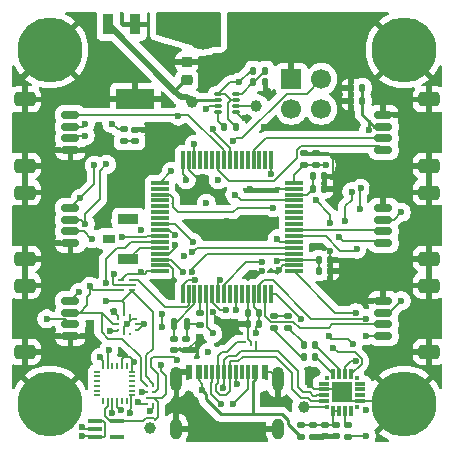
<source format=gbr>
%TF.GenerationSoftware,KiCad,Pcbnew,9.0.1*%
%TF.CreationDate,2025-05-02T13:40:16-04:00*%
%TF.ProjectId,Control Board V2,436f6e74-726f-46c2-9042-6f6172642056,rev?*%
%TF.SameCoordinates,Original*%
%TF.FileFunction,Copper,L1,Top*%
%TF.FilePolarity,Positive*%
%FSLAX46Y46*%
G04 Gerber Fmt 4.6, Leading zero omitted, Abs format (unit mm)*
G04 Created by KiCad (PCBNEW 9.0.1) date 2025-05-02 13:40:16*
%MOMM*%
%LPD*%
G01*
G04 APERTURE LIST*
G04 Aperture macros list*
%AMRoundRect*
0 Rectangle with rounded corners*
0 $1 Rounding radius*
0 $2 $3 $4 $5 $6 $7 $8 $9 X,Y pos of 4 corners*
0 Add a 4 corners polygon primitive as box body*
4,1,4,$2,$3,$4,$5,$6,$7,$8,$9,$2,$3,0*
0 Add four circle primitives for the rounded corners*
1,1,$1+$1,$2,$3*
1,1,$1+$1,$4,$5*
1,1,$1+$1,$6,$7*
1,1,$1+$1,$8,$9*
0 Add four rect primitives between the rounded corners*
20,1,$1+$1,$2,$3,$4,$5,0*
20,1,$1+$1,$4,$5,$6,$7,0*
20,1,$1+$1,$6,$7,$8,$9,0*
20,1,$1+$1,$8,$9,$2,$3,0*%
G04 Aperture macros list end*
%TA.AperFunction,SMDPad,CuDef*%
%ADD10RoundRect,0.147500X0.147500X0.172500X-0.147500X0.172500X-0.147500X-0.172500X0.147500X-0.172500X0*%
%TD*%
%TA.AperFunction,SMDPad,CuDef*%
%ADD11RoundRect,0.135000X-0.135000X-0.185000X0.135000X-0.185000X0.135000X0.185000X-0.135000X0.185000X0*%
%TD*%
%TA.AperFunction,SMDPad,CuDef*%
%ADD12RoundRect,0.150000X0.625000X-0.150000X0.625000X0.150000X-0.625000X0.150000X-0.625000X-0.150000X0*%
%TD*%
%TA.AperFunction,SMDPad,CuDef*%
%ADD13RoundRect,0.250000X0.650000X-0.350000X0.650000X0.350000X-0.650000X0.350000X-0.650000X-0.350000X0*%
%TD*%
%TA.AperFunction,SMDPad,CuDef*%
%ADD14RoundRect,0.140000X0.140000X0.170000X-0.140000X0.170000X-0.140000X-0.170000X0.140000X-0.170000X0*%
%TD*%
%TA.AperFunction,SMDPad,CuDef*%
%ADD15RoundRect,0.140000X0.170000X-0.140000X0.170000X0.140000X-0.170000X0.140000X-0.170000X-0.140000X0*%
%TD*%
%TA.AperFunction,SMDPad,CuDef*%
%ADD16C,0.226000*%
%TD*%
%TA.AperFunction,ComponentPad*%
%ADD17C,1.700000*%
%TD*%
%TA.AperFunction,ComponentPad*%
%ADD18R,1.700000X1.700000*%
%TD*%
%TA.AperFunction,SMDPad,CuDef*%
%ADD19RoundRect,0.075000X-0.175000X-0.425000X0.175000X-0.425000X0.175000X0.425000X-0.175000X0.425000X0*%
%TD*%
%TA.AperFunction,SMDPad,CuDef*%
%ADD20RoundRect,0.135000X0.135000X0.185000X-0.135000X0.185000X-0.135000X-0.185000X0.135000X-0.185000X0*%
%TD*%
%TA.AperFunction,SMDPad,CuDef*%
%ADD21RoundRect,0.150000X-0.625000X0.150000X-0.625000X-0.150000X0.625000X-0.150000X0.625000X0.150000X0*%
%TD*%
%TA.AperFunction,SMDPad,CuDef*%
%ADD22RoundRect,0.250000X-0.650000X0.350000X-0.650000X-0.350000X0.650000X-0.350000X0.650000X0.350000X0*%
%TD*%
%TA.AperFunction,ComponentPad*%
%ADD23C,1.000000*%
%TD*%
%TA.AperFunction,SMDPad,CuDef*%
%ADD24RoundRect,0.147500X-0.172500X0.147500X-0.172500X-0.147500X0.172500X-0.147500X0.172500X0.147500X0*%
%TD*%
%TA.AperFunction,ComponentPad*%
%ADD25C,5.500000*%
%TD*%
%TA.AperFunction,SMDPad,CuDef*%
%ADD26RoundRect,0.140000X-0.170000X0.140000X-0.170000X-0.140000X0.170000X-0.140000X0.170000X0.140000X0*%
%TD*%
%TA.AperFunction,SMDPad,CuDef*%
%ADD27RoundRect,0.050000X0.285000X0.100000X-0.285000X0.100000X-0.285000X-0.100000X0.285000X-0.100000X0*%
%TD*%
%TA.AperFunction,SMDPad,CuDef*%
%ADD28RoundRect,0.135000X0.185000X-0.135000X0.185000X0.135000X-0.185000X0.135000X-0.185000X-0.135000X0*%
%TD*%
%TA.AperFunction,SMDPad,CuDef*%
%ADD29R,0.300000X0.300000*%
%TD*%
%TA.AperFunction,SMDPad,CuDef*%
%ADD30R,0.900000X0.300000*%
%TD*%
%TA.AperFunction,SMDPad,CuDef*%
%ADD31R,0.300000X0.900000*%
%TD*%
%TA.AperFunction,SMDPad,CuDef*%
%ADD32R,1.800000X1.800000*%
%TD*%
%TA.AperFunction,SMDPad,CuDef*%
%ADD33RoundRect,0.140000X-0.140000X-0.170000X0.140000X-0.170000X0.140000X0.170000X-0.140000X0.170000X0*%
%TD*%
%TA.AperFunction,SMDPad,CuDef*%
%ADD34R,0.600000X0.200000*%
%TD*%
%TA.AperFunction,SMDPad,CuDef*%
%ADD35R,1.600000X0.200000*%
%TD*%
%TA.AperFunction,SMDPad,CuDef*%
%ADD36R,0.250000X0.275000*%
%TD*%
%TA.AperFunction,SMDPad,CuDef*%
%ADD37R,0.275000X0.250000*%
%TD*%
%TA.AperFunction,SMDPad,CuDef*%
%ADD38R,0.200000X0.200000*%
%TD*%
%TA.AperFunction,SMDPad,CuDef*%
%ADD39R,0.950000X1.750000*%
%TD*%
%TA.AperFunction,SMDPad,CuDef*%
%ADD40R,3.250000X1.750000*%
%TD*%
%TA.AperFunction,SMDPad,CuDef*%
%ADD41R,0.600000X1.240000*%
%TD*%
%TA.AperFunction,SMDPad,CuDef*%
%ADD42R,0.300000X1.240000*%
%TD*%
%TA.AperFunction,HeatsinkPad*%
%ADD43O,1.000000X2.100000*%
%TD*%
%TA.AperFunction,HeatsinkPad*%
%ADD44O,1.000000X1.800000*%
%TD*%
%TA.AperFunction,SMDPad,CuDef*%
%ADD45RoundRect,0.075000X0.075000X-0.700000X0.075000X0.700000X-0.075000X0.700000X-0.075000X-0.700000X0*%
%TD*%
%TA.AperFunction,SMDPad,CuDef*%
%ADD46RoundRect,0.075000X0.700000X-0.075000X0.700000X0.075000X-0.700000X0.075000X-0.700000X-0.075000X0*%
%TD*%
%TA.AperFunction,SMDPad,CuDef*%
%ADD47R,1.150000X0.400000*%
%TD*%
%TA.AperFunction,SMDPad,CuDef*%
%ADD48R,1.700000X0.900000*%
%TD*%
%TA.AperFunction,SMDPad,CuDef*%
%ADD49R,1.100000X0.800000*%
%TD*%
%TA.AperFunction,CastellatedPad*%
%ADD50O,3.000000X3.000000*%
%TD*%
%TA.AperFunction,SMDPad,CuDef*%
%ADD51RoundRect,0.050000X-0.225000X-0.050000X0.225000X-0.050000X0.225000X0.050000X-0.225000X0.050000X0*%
%TD*%
%TA.AperFunction,SMDPad,CuDef*%
%ADD52RoundRect,0.050000X0.050000X-0.225000X0.050000X0.225000X-0.050000X0.225000X-0.050000X-0.225000X0*%
%TD*%
%TA.AperFunction,SMDPad,CuDef*%
%ADD53RoundRect,0.135000X-0.185000X0.135000X-0.185000X-0.135000X0.185000X-0.135000X0.185000X0.135000X0*%
%TD*%
%TA.AperFunction,SMDPad,CuDef*%
%ADD54RoundRect,0.225000X-0.250000X0.225000X-0.250000X-0.225000X0.250000X-0.225000X0.250000X0.225000X0*%
%TD*%
%TA.AperFunction,ViaPad*%
%ADD55C,0.600000*%
%TD*%
%TA.AperFunction,Conductor*%
%ADD56C,0.160000*%
%TD*%
%TA.AperFunction,Conductor*%
%ADD57C,0.200000*%
%TD*%
%TA.AperFunction,Conductor*%
%ADD58C,0.250000*%
%TD*%
%TA.AperFunction,Conductor*%
%ADD59C,0.500000*%
%TD*%
G04 APERTURE END LIST*
D10*
%TO.P,D3,1,K*%
%TO.N,Net-(D3-K)*%
X82470000Y-123000000D03*
%TO.P,D3,2,A*%
%TO.N,Net-(D3-A)*%
X81500000Y-123000000D03*
%TD*%
D11*
%TO.P,R17,1*%
%TO.N,Net-(U6-PR1)*%
X77240000Y-99750000D03*
%TO.P,R17,2*%
%TO.N,GND*%
X78260000Y-99750000D03*
%TD*%
D12*
%TO.P,J38,1,Pin_1*%
%TO.N,UART4_TX*%
X88250000Y-121250000D03*
%TO.P,J38,2,Pin_2*%
%TO.N,UART4_RX*%
X88250000Y-120250000D03*
%TO.P,J38,3,Pin_3*%
%TO.N,+3V3*%
X88250000Y-119250000D03*
%TO.P,J38,4,Pin_4*%
%TO.N,GND*%
X88250000Y-118250000D03*
D13*
%TO.P,J38,MP,MountPin*%
X92125000Y-122550000D03*
X92125000Y-116950000D03*
%TD*%
D14*
%TO.P,C14,1*%
%TO.N,GND*%
X83230000Y-108750000D03*
%TO.P,C14,2*%
%TO.N,Net-(C14-Pad2)*%
X82270000Y-108750000D03*
%TD*%
D12*
%TO.P,J39,1,Pin_1*%
%TO.N,USART3_TX*%
X88250000Y-113375000D03*
%TO.P,J39,2,Pin_2*%
%TO.N,USART3_RX*%
X88250000Y-112375000D03*
%TO.P,J39,3,Pin_3*%
%TO.N,+3V3*%
X88250000Y-111375000D03*
%TO.P,J39,4,Pin_4*%
%TO.N,GND*%
X88250000Y-110375000D03*
D13*
%TO.P,J39,MP,MountPin*%
X92125000Y-114675000D03*
X92125000Y-109075000D03*
%TD*%
D15*
%TO.P,C20,1*%
%TO.N,+3V3*%
X81500000Y-106730000D03*
%TO.P,C20,2*%
%TO.N,GND*%
X81500000Y-105770000D03*
%TD*%
D16*
%TO.P,IC2,A1,SDA_B*%
%TO.N,I2C_1_SDA*%
X68250000Y-125500000D03*
%TO.P,IC2,A2,SCL_B*%
%TO.N,I2C_1_SCL*%
X68750000Y-125500000D03*
%TO.P,IC2,B1,GND*%
%TO.N,GND*%
X68250000Y-126000000D03*
%TO.P,IC2,B2,VCCB*%
%TO.N,+3V3*%
X68750000Y-126000000D03*
%TO.P,IC2,C1,VCCA*%
%TO.N,+1V8*%
X68250000Y-126500000D03*
%TO.P,IC2,C2,OE*%
X68750000Y-126500000D03*
%TO.P,IC2,D1,SDA_A*%
%TO.N,Net-(IC2-SDA_A)*%
X68250000Y-127000000D03*
%TO.P,IC2,D2,SCL_A*%
%TO.N,Net-(IC2-SCL_A)*%
X68750000Y-127000000D03*
%TD*%
D17*
%TO.P,J1,2,SWDIO*%
%TO.N,/SWDIO*%
X83000000Y-99460000D03*
%TO.P,J1,3,~{RESET}*%
%TO.N,/RESET*%
X83000000Y-102000000D03*
%TO.P,J1,4,SWCLK*%
%TO.N,/SWCLK*%
X80460000Y-102000000D03*
D18*
%TO.P,J1,5,GND*%
%TO.N,GND*%
X80460000Y-99460000D03*
%TD*%
D19*
%TO.P,Y1,1,1*%
%TO.N,/LSE_IN*%
X70500000Y-120200000D03*
%TO.P,Y1,2,2*%
%TO.N,Net-(C34-Pad1)*%
X71600000Y-120200000D03*
%TD*%
D12*
%TO.P,J40,1,Pin_1*%
%TO.N,/RADIO_RX*%
X88250000Y-105500000D03*
%TO.P,J40,2,Pin_2*%
%TO.N,/RADIO_TX*%
X88250000Y-104500000D03*
%TO.P,J40,3,Pin_3*%
%TO.N,+3V3*%
X88250000Y-103500000D03*
%TO.P,J40,4,Pin_4*%
%TO.N,GND*%
X88250000Y-102500000D03*
D13*
%TO.P,J40,MP,MountPin*%
X92125000Y-106800000D03*
X92125000Y-101200000D03*
%TD*%
D14*
%TO.P,C12,1*%
%TO.N,Net-(U2-VDDA)*%
X77730000Y-120190000D03*
%TO.P,C12,2*%
%TO.N,GND*%
X76770000Y-120190000D03*
%TD*%
D20*
%TO.P,R15,1*%
%TO.N,+3V3USB*%
X75770000Y-103500000D03*
%TO.P,R15,2*%
%TO.N,Net-(U6-ST)*%
X74750000Y-103500000D03*
%TD*%
D21*
%TO.P,J36,1,Pin_1*%
%TO.N,I2C_2_SCL*%
X61750000Y-110375000D03*
%TO.P,J36,2,Pin_2*%
%TO.N,I2C_2_SDA*%
X61750000Y-111375000D03*
%TO.P,J36,3,Pin_3*%
%TO.N,+3V3*%
X61750000Y-112375000D03*
%TO.P,J36,4,Pin_4*%
%TO.N,GND*%
X61750000Y-113375000D03*
D22*
%TO.P,J36,MP,MountPin*%
X57875000Y-109075000D03*
X57875000Y-114675000D03*
%TD*%
D15*
%TO.P,C21,1*%
%TO.N,+3V3*%
X82560000Y-106730000D03*
%TO.P,C21,2*%
%TO.N,GND*%
X82560000Y-105770000D03*
%TD*%
D11*
%TO.P,R16,1*%
%TO.N,+3V3USB*%
X77240000Y-98750000D03*
%TO.P,R16,2*%
%TO.N,Net-(U6-PR1)*%
X78260000Y-98750000D03*
%TD*%
D21*
%TO.P,J34,1,Pin_1*%
%TO.N,I2C_1_SCL*%
X61750000Y-118250000D03*
%TO.P,J34,2,Pin_2*%
%TO.N,I2C_1_SDA*%
X61750000Y-119250000D03*
%TO.P,J34,3,Pin_3*%
%TO.N,+3V3*%
X61750000Y-120250000D03*
%TO.P,J34,4,Pin_4*%
%TO.N,GND*%
X61750000Y-121250000D03*
D22*
%TO.P,J34,MP,MountPin*%
X57875000Y-116950000D03*
X57875000Y-122550000D03*
%TD*%
D23*
%TO.P,TP4,1,1*%
%TO.N,+VBUS*%
X68500000Y-129000000D03*
%TD*%
%TO.P,TP3,1,1*%
%TO.N,+3V3USB*%
X81500000Y-127250000D03*
%TD*%
D24*
%TO.P,D7,1,K*%
%TO.N,GND*%
X67250000Y-103750000D03*
%TO.P,D7,2,A*%
%TO.N,Net-(D7-A)*%
X67250000Y-104720000D03*
%TD*%
D25*
%TO.P,H2,1,1*%
%TO.N,GND*%
X60000000Y-97000000D03*
%TD*%
D26*
%TO.P,C10,1*%
%TO.N,/LSE_IN*%
X70510000Y-121470000D03*
%TO.P,C10,2*%
%TO.N,GND*%
X70510000Y-122430000D03*
%TD*%
D14*
%TO.P,C13,1*%
%TO.N,Net-(U2-VDDA)*%
X77730000Y-119250000D03*
%TO.P,C13,2*%
%TO.N,GND*%
X76770000Y-119250000D03*
%TD*%
D25*
%TO.P,H1,1,1*%
%TO.N,GND*%
X90000000Y-127000000D03*
%TD*%
D27*
%TO.P,U6,1,GND*%
%TO.N,GND*%
X75730000Y-102250000D03*
%TO.P,U6,2,VOUT*%
%TO.N,+3V3*%
X75730000Y-101750000D03*
%TO.P,U6,3,VIN1*%
%TO.N,+3V3USB*%
X75730000Y-101250000D03*
%TO.P,U6,4,PR1*%
%TO.N,Net-(U6-PR1)*%
X75730000Y-100750000D03*
%TO.P,U6,5,MODE*%
%TO.N,+3V3USB*%
X74250000Y-100750000D03*
%TO.P,U6,6,VIN2*%
%TO.N,+VBAT*%
X74250000Y-101250000D03*
%TO.P,U6,7,VOUT*%
%TO.N,+3V3*%
X74250000Y-101750000D03*
%TO.P,U6,8,ST*%
%TO.N,Net-(U6-ST)*%
X74250000Y-102250000D03*
%TD*%
D28*
%TO.P,R11,1*%
%TO.N,+VBUS*%
X81250000Y-129760000D03*
%TO.P,R11,2*%
%TO.N,/USB to UART/VBUS*%
X81250000Y-128740000D03*
%TD*%
D29*
%TO.P,U3,1,RS485/GPIO.1*%
%TO.N,unconnected-(U3-RS485{slash}GPIO.1-Pad1)*%
X83500000Y-124750000D03*
D30*
%TO.P,U3,2,CLK/GPIO.0*%
%TO.N,unconnected-(U3-CLK{slash}GPIO.0-Pad2)*%
X83200000Y-125250000D03*
%TO.P,U3,3,GND*%
%TO.N,GND*%
X83200000Y-125750000D03*
%TO.P,U3,4,D+*%
%TO.N,/USB to UART/D+*%
X83200000Y-126250000D03*
%TO.P,U3,5,D-*%
%TO.N,/USB to UART/D-*%
X83200000Y-126750000D03*
D29*
%TO.P,U3,6,VDD*%
%TO.N,+3V3USB*%
X83500000Y-127250000D03*
D31*
%TO.P,U3,7,VREGIN*%
%TO.N,/USB to UART/VBUS*%
X84000000Y-127550000D03*
%TO.P,U3,8,VBUS*%
X84500000Y-127550000D03*
%TO.P,U3,9,~{RST}*%
%TO.N,Net-(U3-~{RST})*%
X85000000Y-127550000D03*
%TO.P,U3,10,NC*%
%TO.N,unconnected-(U3-NC-Pad10)*%
X85500000Y-127550000D03*
D29*
%TO.P,U3,11,~{SUSPEND}*%
%TO.N,unconnected-(U3-~{SUSPEND}-Pad11)*%
X86000000Y-127250000D03*
D30*
%TO.P,U3,12,GND*%
%TO.N,GND*%
X86300000Y-126750000D03*
%TO.P,U3,13,~{WAKEUP}*%
%TO.N,unconnected-(U3-~{WAKEUP}-Pad13)*%
X86300000Y-126250000D03*
%TO.P,U3,14,SUSPEND*%
%TO.N,unconnected-(U3-SUSPEND-Pad14)*%
X86300000Y-125750000D03*
%TO.P,U3,15,~{CTS}*%
%TO.N,unconnected-(U3-~{CTS}-Pad15)*%
X86300000Y-125250000D03*
D29*
%TO.P,U3,16,~{RTS}*%
%TO.N,unconnected-(U3-~{RTS}-Pad16)*%
X86000000Y-124750000D03*
D31*
%TO.P,U3,17,RXD*%
%TO.N,/USART2_TX*%
X85500000Y-124450000D03*
%TO.P,U3,18,TXD*%
%TO.N,/USART2_RX*%
X85000000Y-124450000D03*
%TO.P,U3,19,~{RXT}/GPIO.3*%
%TO.N,Net-(D4-K)*%
X84500000Y-124450000D03*
%TO.P,U3,20,~{TXT}/GPIO.2*%
%TO.N,Net-(D3-K)*%
X84000000Y-124450000D03*
D32*
%TO.P,U3,21,GND*%
%TO.N,GND*%
X84750000Y-126000000D03*
%TD*%
D26*
%TO.P,C29,1*%
%TO.N,/USB to UART/VBUS*%
X83260000Y-128770000D03*
%TO.P,C29,2*%
%TO.N,GND*%
X83260000Y-129730000D03*
%TD*%
D33*
%TO.P,C18,1*%
%TO.N,+3V3*%
X82770000Y-114780000D03*
%TO.P,C18,2*%
%TO.N,GND*%
X83730000Y-114780000D03*
%TD*%
D26*
%TO.P,C28,1*%
%TO.N,/USB to UART/VBUS*%
X84250000Y-128770000D03*
%TO.P,C28,2*%
%TO.N,GND*%
X84250000Y-129730000D03*
%TD*%
D28*
%TO.P,R1,1*%
%TO.N,Net-(C34-Pad1)*%
X72750000Y-120260000D03*
%TO.P,R1,2*%
%TO.N,/LSE_OUT*%
X72750000Y-119240000D03*
%TD*%
D34*
%TO.P,IC4,1,VCC*%
%TO.N,+3V3*%
X66000000Y-116500000D03*
D35*
%TO.P,IC4,2,VSS*%
%TO.N,GND*%
X66500000Y-116900000D03*
D34*
%TO.P,IC4,3,SDA*%
%TO.N,I2C_1_SDA*%
X66000000Y-117300000D03*
%TO.P,IC4,4,SCL*%
%TO.N,I2C_1_SCL*%
X67000000Y-117300000D03*
%TO.P,IC4,5,~{WC}*%
%TO.N,/~{WC}*%
X67000000Y-116500000D03*
%TD*%
D36*
%TO.P,IC3,1,VDDIO*%
%TO.N,+3V3*%
X66762000Y-119487000D03*
%TO.P,IC3,2,SCK*%
%TO.N,I2C_1_SCL*%
X66262000Y-119487000D03*
D37*
%TO.P,IC3,3,VSS_1*%
%TO.N,GND*%
X65750000Y-119750000D03*
%TO.P,IC3,4,SDI*%
%TO.N,I2C_1_SDA*%
X65750000Y-120250000D03*
%TO.P,IC3,5,SDO*%
%TO.N,GND*%
X65750000Y-120750000D03*
D36*
%TO.P,IC3,6,CSB*%
%TO.N,+3V3*%
X66262000Y-121013000D03*
%TO.P,IC3,7,INT*%
%TO.N,/Barometer/INT*%
X66762000Y-121013000D03*
D37*
%TO.P,IC3,8,VSS_2*%
%TO.N,GND*%
X67274000Y-120750000D03*
%TO.P,IC3,9,VSS_3*%
X67274000Y-120250000D03*
%TO.P,IC3,10,VDD*%
%TO.N,+3V3*%
X67274000Y-119750000D03*
%TD*%
D14*
%TO.P,C15,1*%
%TO.N,GND*%
X83230000Y-107720000D03*
%TO.P,C15,2*%
%TO.N,Net-(C14-Pad2)*%
X82270000Y-107720000D03*
%TD*%
D28*
%TO.P,R10,1*%
%TO.N,+3V3*%
X85250000Y-129760000D03*
%TO.P,R10,2*%
%TO.N,Net-(U3-~{RST})*%
X85250000Y-128740000D03*
%TD*%
D38*
%TO.P,D2,1,GROUND*%
%TO.N,GND*%
X77000000Y-122000000D03*
%TO.P,D2,2,IO1*%
%TO.N,/USB to UART/D+*%
X77500000Y-121750000D03*
%TO.P,D2,3,IO2*%
%TO.N,/USB to UART/D-*%
X76500000Y-121750000D03*
%TD*%
D23*
%TO.P,TP2,1,1*%
%TO.N,+3V3*%
X77500000Y-101750000D03*
%TD*%
%TO.P,TP1,1,1*%
%TO.N,+VBAT*%
X72000000Y-101400000D03*
%TD*%
D39*
%TO.P,IC5,1,INPUT*%
%TO.N,Net-(BT1-+)*%
X69550000Y-94850000D03*
%TO.P,IC5,2,GROUND*%
%TO.N,GND*%
X67250000Y-94850000D03*
%TO.P,IC5,3,OUTPUT*%
%TO.N,+VBAT*%
X64950000Y-94850000D03*
D40*
%TO.P,IC5,4,TAB*%
%TO.N,GND*%
X67250000Y-101150000D03*
%TD*%
D41*
%TO.P,J35,A1,GND*%
%TO.N,GND*%
X71800000Y-124275000D03*
%TO.P,J35,A4,VBUS*%
%TO.N,+VBUS*%
X72600000Y-124275000D03*
D42*
%TO.P,J35,A5,CC1*%
%TO.N,Net-(J35-CC1)*%
X73750000Y-124275000D03*
%TO.P,J35,A6,D+*%
%TO.N,/USB to UART/D+*%
X74750000Y-124275000D03*
%TO.P,J35,A7,D-*%
%TO.N,/USB to UART/D-*%
X75250000Y-124275000D03*
%TO.P,J35,A8,SBU1*%
%TO.N,unconnected-(J35-SBU1-PadA8)*%
X76250000Y-124275000D03*
D41*
%TO.P,J35,A9,VBUS*%
%TO.N,+VBUS*%
X77400000Y-124275000D03*
%TO.P,J35,A12,GND*%
%TO.N,GND*%
X78200000Y-124275000D03*
%TO.P,J35,B1,GND*%
X78200000Y-124275000D03*
%TO.P,J35,B4,VBUS*%
%TO.N,+VBUS*%
X77400000Y-124275000D03*
D42*
%TO.P,J35,B5,CC2*%
%TO.N,Net-(J35-CC2)*%
X76750000Y-124275000D03*
%TO.P,J35,B6,D+*%
%TO.N,/USB to UART/D+*%
X75750000Y-124275000D03*
%TO.P,J35,B7,D-*%
%TO.N,/USB to UART/D-*%
X74250000Y-124275000D03*
%TO.P,J35,B8,SBU2*%
%TO.N,unconnected-(J35-SBU2-PadB8)*%
X73250000Y-124275000D03*
D41*
%TO.P,J35,B9,VBUS*%
%TO.N,+VBUS*%
X72600000Y-124275000D03*
%TO.P,J35,B12,GND*%
%TO.N,GND*%
X71800000Y-124275000D03*
D43*
%TO.P,J35,S1,SHIELD*%
X70680000Y-124875000D03*
D44*
X70680000Y-129075000D03*
D43*
X79320000Y-124875000D03*
D44*
X79320000Y-129075000D03*
%TD*%
D45*
%TO.P,U2,1,VBAT*%
%TO.N,+3V3*%
X71250001Y-117675000D03*
%TO.P,U2,2,PC13*%
%TO.N,/~{WC}*%
X71750000Y-117675000D03*
%TO.P,U2,3,PC14*%
%TO.N,/LSE_IN*%
X72250000Y-117675000D03*
%TO.P,U2,4,PC15*%
%TO.N,/LSE_OUT*%
X72750000Y-117675000D03*
%TO.P,U2,5,PH0*%
%TO.N,/HSE_IN*%
X73250000Y-117675000D03*
%TO.P,U2,6,PH1*%
%TO.N,/HSE_OUT*%
X73750001Y-117675000D03*
%TO.P,U2,7,NRST*%
%TO.N,/RESET*%
X74250000Y-117675000D03*
%TO.P,U2,8,PC0*%
%TO.N,/SD_DET*%
X74750000Y-117675000D03*
%TO.P,U2,9,PC1*%
%TO.N,Net-(J12-Pin_1)*%
X75250000Y-117675000D03*
%TO.P,U2,10,PC2*%
%TO.N,/FL_PWM*%
X75750000Y-117675000D03*
%TO.P,U2,11,PC3*%
%TO.N,Net-(J13-Pin_1)*%
X76249999Y-117675000D03*
%TO.P,U2,12,VSSA*%
%TO.N,GND*%
X76750000Y-117675000D03*
%TO.P,U2,13,VDDA*%
%TO.N,Net-(U2-VDDA)*%
X77250000Y-117675000D03*
%TO.P,U2,14,PA0*%
%TO.N,UART4_TX*%
X77750000Y-117675000D03*
%TO.P,U2,15,PA1*%
%TO.N,UART4_RX*%
X78250000Y-117675000D03*
%TO.P,U2,16,PA2*%
%TO.N,/USART2_TX*%
X78749999Y-117675000D03*
D46*
%TO.P,U2,17,PA3*%
%TO.N,/USART2_RX*%
X80675000Y-115749999D03*
%TO.P,U2,18,VSS*%
%TO.N,GND*%
X80675000Y-115250000D03*
%TO.P,U2,19,VDD*%
%TO.N,+3V3*%
X80675000Y-114750000D03*
%TO.P,U2,20,PA4*%
%TO.N,/SD_CS*%
X80675000Y-114250000D03*
%TO.P,U2,21,PA5*%
%TO.N,/SPI1_SCK*%
X80675000Y-113750000D03*
%TO.P,U2,22,PA6*%
%TO.N,/BL_PWM*%
X80675000Y-113249999D03*
%TO.P,U2,23,PA7*%
%TO.N,/BR_PWM*%
X80675000Y-112750000D03*
%TO.P,U2,24,PC4*%
%TO.N,USART3_RX*%
X80675000Y-112250000D03*
%TO.P,U2,25,PC5*%
%TO.N,Net-(J14-Pin_1)*%
X80675000Y-111750000D03*
%TO.P,U2,26,PB0*%
%TO.N,Net-(J26-Pin_1)*%
X80675000Y-111250000D03*
%TO.P,U2,27,PB1*%
%TO.N,Net-(J27-Pin_1)*%
X80675000Y-110750001D03*
%TO.P,U2,28,PB2*%
%TO.N,Net-(J28-Pin_1)*%
X80675000Y-110250000D03*
%TO.P,U2,29,PB10*%
%TO.N,I2C_2_SCL*%
X80675000Y-109750000D03*
%TO.P,U2,30,VCAP*%
%TO.N,Net-(C14-Pad2)*%
X80675000Y-109250000D03*
%TO.P,U2,31,VSS*%
%TO.N,GND*%
X80675000Y-108750000D03*
%TO.P,U2,32,VDD*%
%TO.N,+3V3*%
X80675000Y-108250001D03*
D45*
%TO.P,U2,33,PB12*%
%TO.N,I2C_2_SDA*%
X78749999Y-106325000D03*
%TO.P,U2,34,PB13*%
%TO.N,unconnected-(U2-PB13-Pad34)*%
X78250000Y-106325000D03*
%TO.P,U2,35,PB14*%
%TO.N,/UART4_DE*%
X77750000Y-106325000D03*
%TO.P,U2,36,PB15*%
%TO.N,/RADIO_TX*%
X77250000Y-106325000D03*
%TO.P,U2,37,PC6*%
%TO.N,Net-(J15-Pin_1)*%
X76750000Y-106325000D03*
%TO.P,U2,38,PC7*%
%TO.N,Net-(J16-Pin_1)*%
X76249999Y-106325000D03*
%TO.P,U2,39,PC8*%
%TO.N,Net-(J17-Pin_1)*%
X75750000Y-106325000D03*
%TO.P,U2,40,PC9*%
%TO.N,I2C_3_SDA*%
X75250000Y-106325000D03*
%TO.P,U2,41,PA8*%
%TO.N,I2C_3_SCL*%
X74750000Y-106325000D03*
%TO.P,U2,42,PA9*%
%TO.N,/RADIO_RX*%
X74250000Y-106325000D03*
%TO.P,U2,43,PA10*%
%TO.N,Net-(J22-Pin_1)*%
X73750001Y-106325000D03*
%TO.P,U2,44,PA11*%
%TO.N,Net-(J23-Pin_1)*%
X73250000Y-106325000D03*
%TO.P,U2,45,PA12*%
%TO.N,Net-(J24-Pin_1)*%
X72750000Y-106325000D03*
%TO.P,U2,46,PA13(JTMS*%
%TO.N,/SWDIO*%
X72250000Y-106325000D03*
%TO.P,U2,47,VSS*%
%TO.N,GND*%
X71750000Y-106325000D03*
%TO.P,U2,48,VDD*%
%TO.N,+3V3*%
X71250001Y-106325000D03*
D46*
%TO.P,U2,49,PA14(JTCK*%
%TO.N,/SWCLK*%
X69325000Y-108250001D03*
%TO.P,U2,50,PA15(JTDI)*%
%TO.N,Net-(J25-Pin_1)*%
X69325000Y-108750000D03*
%TO.P,U2,51,PC10*%
%TO.N,USART3_TX*%
X69325000Y-109250000D03*
%TO.P,U2,52,PC11*%
%TO.N,Net-(J18-Pin_1)*%
X69325000Y-109750000D03*
%TO.P,U2,53,PC12*%
%TO.N,Net-(J19-Pin_1)*%
X69325000Y-110250000D03*
%TO.P,U2,54,PD2*%
%TO.N,Net-(J10-Pin_1)*%
X69325000Y-110750001D03*
%TO.P,U2,55,PB3(JTDO*%
%TO.N,Net-(J29-Pin_1)*%
X69325000Y-111250000D03*
%TO.P,U2,56,PB4(NJTRST)*%
%TO.N,/SPI1_MISO*%
X69325000Y-111750000D03*
%TO.P,U2,57,PB5*%
%TO.N,/SPI2_MOSI*%
X69325000Y-112250000D03*
%TO.P,U2,58,PB6*%
%TO.N,I2C_1_SDA*%
X69325000Y-112750000D03*
%TO.P,U2,59,PB7*%
%TO.N,I2C_1_SCL*%
X69325000Y-113249999D03*
%TO.P,U2,60,BOOT0*%
%TO.N,Net-(U2-BOOT0)*%
X69325000Y-113750000D03*
%TO.P,U2,61,PB8*%
%TO.N,/FR_PWM*%
X69325000Y-114250000D03*
%TO.P,U2,62,VCAP*%
%TO.N,Net-(C16-Pad2)*%
X69325000Y-114750000D03*
%TO.P,U2,63,VSS*%
%TO.N,GND*%
X69325000Y-115250000D03*
%TO.P,U2,64,VDD*%
%TO.N,+3V3*%
X69325000Y-115749999D03*
%TD*%
D25*
%TO.P,H4,1,1*%
%TO.N,GND*%
X90000000Y-97000000D03*
%TD*%
D47*
%TO.P,IC1,1,VIN*%
%TO.N,Net-(IC1-EN)*%
X63800000Y-128450000D03*
%TO.P,IC1,2,GND*%
%TO.N,+3V3*%
X63800000Y-129100000D03*
%TO.P,IC1,3,EN*%
%TO.N,Net-(IC1-EN)*%
X63800000Y-129750000D03*
%TO.P,IC1,4,NC*%
%TO.N,unconnected-(IC1-NC-Pad4)*%
X65700000Y-129750000D03*
%TO.P,IC1,5,VOUT*%
%TO.N,+1V8*%
X65700000Y-128450000D03*
%TD*%
D48*
%TO.P,SW2,1,1*%
%TO.N,+3V3*%
X66650000Y-111300000D03*
%TO.P,SW2,2,2*%
%TO.N,Net-(U2-BOOT0)*%
X66650000Y-114700000D03*
D49*
%TO.P,SW2,3*%
%TO.N,N/C*%
X65010000Y-113000000D03*
%TD*%
D28*
%TO.P,R14,1*%
%TO.N,Net-(D4-A)*%
X80170000Y-120510000D03*
%TO.P,R14,2*%
%TO.N,GND*%
X80170000Y-119490000D03*
%TD*%
D33*
%TO.P,C26,1*%
%TO.N,GND*%
X85500000Y-100200000D03*
%TO.P,C26,2*%
%TO.N,+3V3*%
X86460000Y-100200000D03*
%TD*%
D50*
%TO.P,BT1,1,+*%
%TO.N,Net-(BT1-+)*%
X72968000Y-95500000D03*
%TO.P,BT1,2,-*%
%TO.N,GND*%
X77032000Y-95500000D03*
%TD*%
D51*
%TO.P,U1,1,NC*%
%TO.N,unconnected-(U1-NC-Pad1)*%
X64000000Y-124250000D03*
%TO.P,U1,2,NC*%
%TO.N,unconnected-(U1-NC-Pad2)*%
X64000000Y-124650000D03*
%TO.P,U1,3,NC*%
%TO.N,unconnected-(U1-NC-Pad3)*%
X64000000Y-125050000D03*
%TO.P,U1,4,NC*%
%TO.N,unconnected-(U1-NC-Pad4)*%
X64000000Y-125450000D03*
%TO.P,U1,5,NC*%
%TO.N,unconnected-(U1-NC-Pad5)*%
X64000000Y-125850000D03*
%TO.P,U1,6,NC*%
%TO.N,unconnected-(U1-NC-Pad6)*%
X64000000Y-126250000D03*
D52*
%TO.P,U1,7,AUX_CL*%
%TO.N,unconnected-(U1-AUX_CL-Pad7)*%
X64500000Y-126750000D03*
%TO.P,U1,8,VDDIO*%
%TO.N,+1V8*%
X64900000Y-126750000D03*
%TO.P,U1,9,SDO/AD0*%
%TO.N,GND*%
X65300000Y-126750000D03*
%TO.P,U1,10,REGOUT*%
%TO.N,Net-(U1-REGOUT)*%
X65700000Y-126750000D03*
%TO.P,U1,11,FSYNC*%
%TO.N,/IMU/FSYNC*%
X66100000Y-126750000D03*
%TO.P,U1,12,INT1*%
%TO.N,/IMU/INT*%
X66500000Y-126750000D03*
D51*
%TO.P,U1,13,VDD*%
%TO.N,+3V3*%
X67000000Y-126250000D03*
%TO.P,U1,14,NC*%
%TO.N,unconnected-(U1-NC-Pad14)*%
X67000000Y-125850000D03*
%TO.P,U1,15,NC*%
%TO.N,unconnected-(U1-NC-Pad15)*%
X67000000Y-125450000D03*
%TO.P,U1,16,NC*%
%TO.N,unconnected-(U1-NC-Pad16)*%
X67000000Y-125050000D03*
%TO.P,U1,17,NC*%
%TO.N,unconnected-(U1-NC-Pad17)*%
X67000000Y-124650000D03*
%TO.P,U1,18,GND*%
%TO.N,GND*%
X67000000Y-124250000D03*
D52*
%TO.P,U1,19,RESV*%
%TO.N,unconnected-(U1-RESV-Pad19)*%
X66500000Y-123750000D03*
%TO.P,U1,20,GND*%
%TO.N,GND*%
X66100000Y-123750000D03*
%TO.P,U1,21,AUX_DA*%
%TO.N,unconnected-(U1-AUX_DA-Pad21)*%
X65700000Y-123750000D03*
%TO.P,U1,22,~{CS}*%
%TO.N,unconnected-(U1-~{CS}-Pad22)*%
X65300000Y-123750000D03*
%TO.P,U1,23,SCL/SCLK*%
%TO.N,Net-(IC2-SCL_A)*%
X64900000Y-123750000D03*
%TO.P,U1,24,SDA/SDI*%
%TO.N,Net-(IC2-SDA_A)*%
X64500000Y-123750000D03*
%TD*%
D53*
%TO.P,R12,1*%
%TO.N,/USB to UART/VBUS*%
X82260000Y-128740000D03*
%TO.P,R12,2*%
%TO.N,GND*%
X82260000Y-129760000D03*
%TD*%
D10*
%TO.P,D4,1,K*%
%TO.N,Net-(D4-K)*%
X82485000Y-122000000D03*
%TO.P,D4,2,A*%
%TO.N,Net-(D4-A)*%
X81515000Y-122000000D03*
%TD*%
D28*
%TO.P,R13,1*%
%TO.N,Net-(D3-A)*%
X79000000Y-120510000D03*
%TO.P,R13,2*%
%TO.N,GND*%
X79000000Y-119490000D03*
%TD*%
D33*
%TO.P,C27,1*%
%TO.N,GND*%
X85500000Y-101290000D03*
%TO.P,C27,2*%
%TO.N,+3V3*%
X86460000Y-101290000D03*
%TD*%
D54*
%TO.P,C32,1*%
%TO.N,GND*%
X71600000Y-98025000D03*
%TO.P,C32,2*%
%TO.N,+VBAT*%
X71600000Y-99575000D03*
%TD*%
D33*
%TO.P,C19,1*%
%TO.N,+3V3*%
X82770000Y-115750000D03*
%TO.P,C19,2*%
%TO.N,GND*%
X83730000Y-115750000D03*
%TD*%
D26*
%TO.P,C34,1*%
%TO.N,Net-(C34-Pad1)*%
X71550000Y-121470000D03*
%TO.P,C34,2*%
%TO.N,GND*%
X71550000Y-122430000D03*
%TD*%
D28*
%TO.P,R23,1*%
%TO.N,Net-(D7-A)*%
X66250000Y-104745000D03*
%TO.P,R23,2*%
%TO.N,+3V3*%
X66250000Y-103725000D03*
%TD*%
D21*
%TO.P,J37,1,Pin_1*%
%TO.N,I2C_3_SCL*%
X61750000Y-102500000D03*
%TO.P,J37,2,Pin_2*%
%TO.N,I2C_3_SDA*%
X61750000Y-103500000D03*
%TO.P,J37,3,Pin_3*%
%TO.N,+3V3*%
X61750000Y-104500000D03*
%TO.P,J37,4,Pin_4*%
%TO.N,GND*%
X61750000Y-105500000D03*
D22*
%TO.P,J37,MP,MountPin*%
X57875000Y-101200000D03*
X57875000Y-106800000D03*
%TD*%
D25*
%TO.P,H3,1,1*%
%TO.N,GND*%
X60000000Y-127000000D03*
%TD*%
D55*
%TO.N,GND*%
X74900000Y-121300000D03*
X75700000Y-120400000D03*
X65100000Y-120800000D03*
%TO.N,+3V3*%
X86800000Y-127450000D03*
X86800000Y-129700000D03*
%TO.N,Net-(Y2-IN{slash}OUT)*%
X69500000Y-119400000D03*
X69500000Y-120500000D03*
%TO.N,/HSE_OUT*%
X74900000Y-119000000D03*
%TO.N,+3V3*%
X72301779Y-116473000D03*
%TO.N,GND*%
X72641496Y-121441496D03*
%TO.N,UART4_TX*%
X86800000Y-121200000D03*
X86800000Y-119743000D03*
%TO.N,Net-(U2-VDDA)*%
X77500000Y-121000000D03*
%TO.N,I2C_1_SDA*%
X63400000Y-117000000D03*
%TO.N,/USART2_RX*%
X85900000Y-119250000D03*
%TO.N,/BL_PWM*%
X85675000Y-121925000D03*
%TO.N,GND*%
X92500000Y-124250000D03*
X78500000Y-100500000D03*
X63500000Y-120500000D03*
X92250000Y-112750000D03*
X68750000Y-103750000D03*
X57750000Y-103250000D03*
X67500000Y-100750000D03*
X68250000Y-101500000D03*
X59500000Y-113250000D03*
X66750000Y-100750000D03*
X87250000Y-108750000D03*
X61000000Y-100750000D03*
X57500000Y-112750000D03*
X64750000Y-104500000D03*
X85750000Y-106000000D03*
X67500000Y-108000000D03*
X63750000Y-114000000D03*
X67250000Y-94850000D03*
X66750000Y-101500000D03*
X77750000Y-97500000D03*
X85500000Y-95500000D03*
X73465000Y-112679759D03*
X61500000Y-115750000D03*
X76925000Y-108750000D03*
X69000000Y-106500000D03*
X92250000Y-111000000D03*
X88500000Y-100750000D03*
X57750000Y-120750000D03*
X92125000Y-114675000D03*
X90000000Y-119500000D03*
X79401024Y-115635616D03*
X58000000Y-118750000D03*
X89000000Y-114750000D03*
X82000000Y-97750000D03*
X60000000Y-108750000D03*
X87000000Y-115000000D03*
X75000000Y-111500000D03*
X89250000Y-109000000D03*
X73800000Y-119200000D03*
X67500000Y-101500000D03*
X60250000Y-116500000D03*
X59250000Y-110500000D03*
X68750000Y-96750000D03*
X92250000Y-102500000D03*
X65400000Y-119200000D03*
X83750000Y-116500000D03*
X92250000Y-105250000D03*
X67765276Y-126003058D03*
X68000000Y-120250000D03*
X60000000Y-123000000D03*
X68250000Y-100750000D03*
X60000000Y-115000000D03*
X66000000Y-101500000D03*
X71000000Y-103750000D03*
X79250000Y-96250000D03*
X89750000Y-122000000D03*
X63250000Y-99000000D03*
X90250000Y-111875000D03*
X65250000Y-127750000D03*
X76497858Y-102788794D03*
X57750000Y-104500000D03*
X79000000Y-119490000D03*
X89000000Y-106750000D03*
X79000000Y-111750000D03*
X63250000Y-94500000D03*
X90250000Y-113250000D03*
X60000000Y-107000000D03*
X78000000Y-115750000D03*
X87500000Y-124000000D03*
X79250000Y-94250000D03*
X67750000Y-112248999D03*
X84250000Y-129700000D03*
X65000000Y-99250000D03*
X70250000Y-105000000D03*
X65500000Y-97500000D03*
X72980000Y-107750000D03*
X63750000Y-96750000D03*
X70000000Y-98000000D03*
X83750000Y-114000000D03*
X75500000Y-98500000D03*
X66000000Y-100750000D03*
X84750000Y-98500000D03*
X66750000Y-98750000D03*
X84000000Y-117500000D03*
X85250000Y-103250000D03*
X62750000Y-115000000D03*
X89750000Y-117000000D03*
X62500000Y-124000000D03*
X70250000Y-116750000D03*
X64000000Y-100750000D03*
X86750000Y-106500000D03*
X84000000Y-107750000D03*
X67103554Y-123396446D03*
X57500000Y-110750000D03*
X65476392Y-115952785D03*
X78100000Y-103500000D03*
X82000000Y-125399020D03*
X87250000Y-117000000D03*
X81750000Y-95500000D03*
%TO.N,+3V3*%
X83400000Y-106750000D03*
X59750000Y-119778000D03*
X71371075Y-114480000D03*
X66750000Y-127750000D03*
X66000000Y-111500000D03*
X79250000Y-114850000D03*
X70770000Y-123250000D03*
X87000000Y-103800000D03*
X62750000Y-128899997D03*
X89750000Y-118250000D03*
X73250000Y-110000000D03*
X71550003Y-108000000D03*
X65250000Y-103235000D03*
X66500000Y-120250000D03*
X73250000Y-102000000D03*
X63600000Y-113000000D03*
X63000000Y-104250000D03*
X89750000Y-110750000D03*
X73400000Y-122600000D03*
X67750000Y-115770000D03*
%TO.N,+1V8*%
X69400000Y-123700000D03*
%TO.N,Net-(U1-REGOUT)*%
X66017484Y-127524239D03*
%TO.N,Net-(IC1-EN)*%
X62750000Y-129700000D03*
%TO.N,/RESET*%
X74250000Y-108000000D03*
X74400000Y-116500000D03*
%TO.N,Net-(C16-Pad2)*%
X71250000Y-115770000D03*
%TO.N,+3V3USB*%
X85000000Y-111500000D03*
X85575000Y-109000000D03*
X76000000Y-99750000D03*
%TO.N,+VBUS*%
X72900000Y-125800000D03*
%TO.N,I2C_1_SCL*%
X64750000Y-116700000D03*
X62500000Y-117500000D03*
X64750000Y-118250000D03*
%TO.N,Net-(IC2-SDA_A)*%
X64269571Y-123019571D03*
X67511070Y-126770119D03*
%TO.N,Net-(IC2-SCL_A)*%
X65000000Y-122419571D03*
X68524144Y-127548286D03*
%TO.N,I2C_1_SDA*%
X66109285Y-112859285D03*
%TO.N,/SWCLK*%
X70287500Y-107287500D03*
%TO.N,/SWDIO*%
X75519731Y-104730269D03*
X72250000Y-105000000D03*
%TO.N,/SD_DET*%
X78000000Y-115000000D03*
%TO.N,I2C_2_SCL*%
X62562500Y-109562500D03*
X63750000Y-106750000D03*
X75675861Y-109245639D03*
%TO.N,I2C_2_SDA*%
X64799264Y-106700736D03*
X78695047Y-107466577D03*
X63000000Y-111750000D03*
%TO.N,I2C_3_SDA*%
X73791177Y-103708823D03*
X63000000Y-103300000D03*
%TO.N,I2C_3_SCL*%
X70896446Y-102603554D03*
%TO.N,USART3_TX*%
X82500000Y-109750000D03*
X84500000Y-112850000D03*
X78900000Y-110350000D03*
X83750000Y-111650000D03*
%TO.N,/FL_PWM*%
X75750000Y-119000000D03*
%TO.N,/BL_PWM*%
X79250000Y-113000000D03*
X83600000Y-121250000D03*
%TO.N,/FR_PWM*%
X70580442Y-113523362D03*
%TO.N,/BR_PWM*%
X86250000Y-110500000D03*
X86325201Y-108722148D03*
X85975000Y-113875000D03*
%TO.N,Net-(U2-BOOT0)*%
X66650000Y-114700000D03*
%TO.N,/SPI1_MISO*%
X72109381Y-113276825D03*
%TO.N,/SD_CS*%
X72000000Y-115800000D03*
%TO.N,/SPI2_MOSI*%
X70600000Y-112685852D03*
%TO.N,/SPI1_SCK*%
X72061206Y-114075376D03*
%TO.N,/USB to UART/D+*%
X74650000Y-125631427D03*
X75850000Y-125328013D03*
%TO.N,Net-(J35-CC1)*%
X74500000Y-126990000D03*
%TO.N,Net-(J35-CC2)*%
X75500000Y-126990000D03*
%TO.N,/USART2_RX*%
X85902852Y-123363961D03*
%TO.N,/USART2_TX*%
X84000000Y-122200000D03*
X81250000Y-119750000D03*
%TO.N,/HSE_IN*%
X73800000Y-121000000D03*
%TD*%
D56*
%TO.N,GND*%
X65700000Y-120800000D02*
X65750000Y-120750000D01*
X65100000Y-120800000D02*
X65700000Y-120800000D01*
D57*
%TO.N,I2C_3_SDA*%
X62800000Y-103500000D02*
X61750000Y-103500000D01*
X63000000Y-103300000D02*
X62800000Y-103500000D01*
%TO.N,/RESET*%
X74250000Y-116650000D02*
X74250000Y-117675000D01*
X74400000Y-116500000D02*
X74250000Y-116650000D01*
%TO.N,USART3_TX*%
X69374000Y-109299000D02*
X69325000Y-109250000D01*
X70182824Y-109299000D02*
X69374000Y-109299000D01*
X70401000Y-109517176D02*
X70182824Y-109299000D01*
X70401000Y-109982824D02*
X70401000Y-109517176D01*
X70383824Y-110000000D02*
X70401000Y-109982824D01*
X70401000Y-110017176D02*
X70383824Y-110000000D01*
X70401000Y-110326000D02*
X70401000Y-110017176D01*
X70825000Y-110750000D02*
X70401000Y-110326000D01*
X78900000Y-110350000D02*
X75921557Y-110350000D01*
X75521557Y-110750000D02*
X70825000Y-110750000D01*
X75921557Y-110350000D02*
X75521557Y-110750000D01*
D56*
%TO.N,/USART2_RX*%
X84175001Y-119250000D02*
X80675000Y-115749999D01*
X85900000Y-119250000D02*
X84175001Y-119250000D01*
D57*
%TO.N,Net-(IC2-SDA_A)*%
X64250000Y-123129226D02*
X64500000Y-123379226D01*
X64500000Y-123379226D02*
X64500000Y-123750000D01*
X64269571Y-123019571D02*
X64250000Y-123039142D01*
X64250000Y-123039142D02*
X64250000Y-123129226D01*
%TO.N,USART3_TX*%
X88075000Y-113200000D02*
X88250000Y-113375000D01*
X84850000Y-113200000D02*
X88075000Y-113200000D01*
X84500000Y-112850000D02*
X84850000Y-113200000D01*
D56*
%TO.N,/SWCLK*%
X70287500Y-107287500D02*
X69325000Y-108250001D01*
D57*
%TO.N,GND*%
X65762001Y-119725998D02*
X65750000Y-119737999D01*
X65762001Y-119562001D02*
X65762001Y-119725998D01*
X65400000Y-119200000D02*
X65762001Y-119562001D01*
X65750000Y-119737999D02*
X65750000Y-119750000D01*
D56*
%TO.N,UART4_TX*%
X78175562Y-116474439D02*
X77750000Y-116900001D01*
X78874439Y-116474439D02*
X78175562Y-116474439D01*
X82158000Y-119758000D02*
X78874439Y-116474439D01*
X77750000Y-116900001D02*
X77750000Y-117675000D01*
X86785000Y-119758000D02*
X82158000Y-119758000D01*
X86800000Y-119743000D02*
X86785000Y-119758000D01*
D57*
%TO.N,I2C_1_SCL*%
X68700000Y-122294430D02*
X68700000Y-119200000D01*
X68700000Y-119200000D02*
X66952512Y-117452512D01*
X68130000Y-122864430D02*
X68700000Y-122294430D01*
X68130000Y-124629999D02*
X68130000Y-122864430D01*
X68750000Y-125500000D02*
X68750000Y-125250000D01*
X68750000Y-125250000D02*
X68130000Y-124629999D01*
D56*
%TO.N,+3V3*%
X86800000Y-129700000D02*
X85310000Y-129700000D01*
X85310000Y-129700000D02*
X85250000Y-129760000D01*
%TO.N,+VBUS*%
X72600000Y-124967636D02*
X72600000Y-124275000D01*
X72900000Y-125800000D02*
X72900000Y-125267636D01*
D58*
X74473702Y-127849000D02*
X77200000Y-127849000D01*
D56*
X72900000Y-125267636D02*
X72600000Y-124967636D01*
D58*
X73222000Y-126597298D02*
X74473702Y-127849000D01*
X73222000Y-126122000D02*
X73222000Y-126597298D01*
X72900000Y-125800000D02*
X73222000Y-126122000D01*
D56*
%TO.N,/SWDIO*%
X75750000Y-104500000D02*
X75519731Y-104730269D01*
X76250000Y-104500000D02*
X75750000Y-104500000D01*
X81760000Y-100700000D02*
X80050000Y-100700000D01*
X80050000Y-100700000D02*
X76250000Y-104500000D01*
X83000000Y-99460000D02*
X81760000Y-100700000D01*
%TO.N,Net-(Y2-IN{slash}OUT)*%
X69500000Y-119600000D02*
X69500000Y-119400000D01*
X69500000Y-120500000D02*
X69500000Y-119600000D01*
%TO.N,/HSE_OUT*%
X74397700Y-119000000D02*
X73750001Y-118352301D01*
X74900000Y-119000000D02*
X74397700Y-119000000D01*
X73750001Y-118352301D02*
X73750001Y-117675000D01*
D57*
%TO.N,+1V8*%
X69500000Y-126500000D02*
X68750000Y-126500000D01*
X69879000Y-124629000D02*
X69879000Y-126121000D01*
X69879000Y-126121000D02*
X69500000Y-126500000D01*
X69400000Y-124150000D02*
X69879000Y-124629000D01*
X69400000Y-123700000D02*
X69400000Y-124150000D01*
D56*
%TO.N,GND*%
X70510000Y-122430000D02*
X71550000Y-122430000D01*
%TO.N,+3V3*%
X71677002Y-116473000D02*
X72301779Y-116473000D01*
X71250001Y-116900001D02*
X71677002Y-116473000D01*
X71250001Y-117675000D02*
X71250001Y-116900001D01*
D57*
%TO.N,/SD_CS*%
X72000000Y-115800000D02*
X72000000Y-115583070D01*
X73333070Y-114250000D02*
X80675000Y-114250000D01*
X72000000Y-115583070D02*
X73333070Y-114250000D01*
D56*
%TO.N,I2C_1_SDA*%
X63400000Y-117000000D02*
X63700000Y-117300000D01*
X63700000Y-117300000D02*
X66000000Y-117300000D01*
D57*
X63400000Y-117000000D02*
X63400000Y-117151470D01*
X62524999Y-119250000D02*
X61750000Y-119250000D01*
X63174265Y-118600734D02*
X62524999Y-119250000D01*
X63174265Y-117898035D02*
X63174265Y-118600734D01*
X63400000Y-117672300D02*
X63174265Y-117898035D01*
X63400000Y-117000000D02*
X63400000Y-117672300D01*
%TO.N,I2C_3_SCL*%
X74750000Y-105516176D02*
X74750000Y-106325000D01*
X71733824Y-102500000D02*
X74750000Y-105516176D01*
X63500000Y-102500000D02*
X71733824Y-102500000D01*
D56*
X63500000Y-102500000D02*
X61750000Y-102500000D01*
%TO.N,+3V3*%
X62875000Y-112375000D02*
X61750000Y-112375000D01*
X63600000Y-113000000D02*
X63500000Y-113000000D01*
X63500000Y-113000000D02*
X62875000Y-112375000D01*
D57*
%TO.N,/USB to UART/D-*%
X74250000Y-122950000D02*
X74250000Y-124275000D01*
X74600000Y-122600000D02*
X74250000Y-122950000D01*
X74990954Y-122600000D02*
X74600000Y-122600000D01*
X75840954Y-121750000D02*
X74990954Y-122600000D01*
X76500000Y-121750000D02*
X75840954Y-121750000D01*
D56*
%TO.N,GND*%
X71652992Y-122430000D02*
X72641496Y-121441496D01*
X71550000Y-122430000D02*
X71652992Y-122430000D01*
%TO.N,/LSE_IN*%
X72250000Y-118517402D02*
X72250000Y-117675000D01*
X70567402Y-120200000D02*
X72250000Y-118517402D01*
X70500000Y-120200000D02*
X70567402Y-120200000D01*
%TO.N,Net-(C34-Pad1)*%
X72690000Y-120200000D02*
X72750000Y-120260000D01*
X71600000Y-120200000D02*
X72690000Y-120200000D01*
%TO.N,/HSE_IN*%
X73292000Y-120492000D02*
X73292000Y-117717000D01*
X73800000Y-121000000D02*
X73292000Y-120492000D01*
X73292000Y-117717000D02*
X73250000Y-117675000D01*
D57*
%TO.N,Net-(U2-VDDA)*%
X77500000Y-120420000D02*
X77730000Y-120190000D01*
X77500000Y-121000000D02*
X77500000Y-120420000D01*
%TO.N,/BL_PWM*%
X83850000Y-121500000D02*
X83600000Y-121250000D01*
X85250000Y-121500000D02*
X83850000Y-121500000D01*
X85675000Y-121925000D02*
X85250000Y-121500000D01*
D56*
%TO.N,/USART2_TX*%
X86410852Y-123153540D02*
X86410852Y-123574382D01*
X86410852Y-123574382D02*
X85535234Y-124450000D01*
X84400000Y-122600000D02*
X85857312Y-122600000D01*
X85535234Y-124450000D02*
X85500000Y-124450000D01*
X84000000Y-122200000D02*
X84400000Y-122600000D01*
X85857312Y-122600000D02*
X86410852Y-123153540D01*
%TO.N,UART4_TX*%
X88200000Y-121200000D02*
X88250000Y-121250000D01*
X86800000Y-121200000D02*
X88200000Y-121200000D01*
%TO.N,UART4_RX*%
X83900000Y-120250000D02*
X88250000Y-120250000D01*
X80600000Y-120000000D02*
X81150000Y-120550000D01*
X81150000Y-120550000D02*
X83600000Y-120550000D01*
X83600000Y-120550000D02*
X83900000Y-120250000D01*
X78701182Y-120000000D02*
X80600000Y-120000000D01*
X78250000Y-119548818D02*
X78701182Y-120000000D01*
X78250000Y-117675000D02*
X78250000Y-119548818D01*
%TO.N,GND*%
X77000000Y-121750000D02*
X76770000Y-121520000D01*
D57*
X69325000Y-115250000D02*
X70133825Y-115250000D01*
X71800000Y-124275000D02*
X71280000Y-124275000D01*
X76770000Y-119250000D02*
X76770000Y-120190000D01*
X83730000Y-116480000D02*
X83750000Y-116500000D01*
X65351000Y-116078177D02*
X65476392Y-115952785D01*
X78260000Y-100260000D02*
X78500000Y-100500000D01*
X79786640Y-115250000D02*
X79401024Y-115635616D01*
X68250000Y-126000000D02*
X67768334Y-126000000D01*
X86300000Y-126750000D02*
X89750000Y-126750000D01*
X67103554Y-123396446D02*
X67103554Y-123353554D01*
X72366176Y-107750000D02*
X72980000Y-107750000D01*
D56*
X67500000Y-120750000D02*
X68000000Y-120250000D01*
D57*
X85500000Y-126750000D02*
X84750000Y-126000000D01*
X89750000Y-126750000D02*
X90000000Y-127000000D01*
X71280000Y-124275000D02*
X70680000Y-124875000D01*
X71750000Y-106325000D02*
X71750000Y-107133824D01*
D56*
X76770000Y-121520000D02*
X76770000Y-120190000D01*
D57*
X84500000Y-125750000D02*
X83200000Y-125750000D01*
X83230000Y-107720000D02*
X83970000Y-107720000D01*
X67768334Y-126000000D02*
X67765276Y-126003058D01*
X65400000Y-116900000D02*
X65351000Y-116851000D01*
X66100000Y-123150000D02*
X66100000Y-123750000D01*
X83970000Y-107720000D02*
X84000000Y-107750000D01*
X82350980Y-125750000D02*
X82000000Y-125399020D01*
X83730000Y-114020000D02*
X83750000Y-114000000D01*
X84250000Y-129730000D02*
X84250000Y-129700000D01*
X76770000Y-119250000D02*
X76770000Y-117695000D01*
X65250000Y-127600000D02*
X65300000Y-127550000D01*
X65351000Y-116851000D02*
X65351000Y-116078177D01*
X83730000Y-115750000D02*
X83730000Y-114780000D01*
X83730000Y-115750000D02*
X83730000Y-116480000D01*
D56*
X67274000Y-120750000D02*
X67500000Y-120750000D01*
D57*
X84000000Y-106250000D02*
X84000000Y-107750000D01*
D56*
X88985000Y-98015000D02*
X90000000Y-97000000D01*
D57*
X67103554Y-123353554D02*
X66750000Y-123000000D01*
X76268794Y-102788794D02*
X76497858Y-102788794D01*
X78720000Y-124275000D02*
X79320000Y-124875000D01*
X83730000Y-114780000D02*
X83730000Y-114020000D01*
X81500000Y-105770000D02*
X82560000Y-105770000D01*
X70401000Y-115517175D02*
X70401000Y-116599000D01*
X84250000Y-129730000D02*
X82290000Y-129730000D01*
D56*
X77000000Y-122000000D02*
X77000000Y-121750000D01*
D57*
X78200000Y-124275000D02*
X78720000Y-124275000D01*
X70401000Y-116599000D02*
X70250000Y-116750000D01*
X67000000Y-123500000D02*
X67000000Y-124250000D01*
X80675000Y-108750000D02*
X76925000Y-108750000D01*
X66250000Y-123000000D02*
X66100000Y-123150000D01*
X80675000Y-115250000D02*
X79786640Y-115250000D01*
X66750000Y-123000000D02*
X66250000Y-123000000D01*
X83200000Y-125750000D02*
X82350980Y-125750000D01*
X76770000Y-117695000D02*
X76750000Y-117675000D01*
X66500000Y-116900000D02*
X65400000Y-116900000D01*
X81500000Y-105770000D02*
X83520000Y-105770000D01*
X89160000Y-97000000D02*
X90000000Y-97000000D01*
X86300000Y-126750000D02*
X85500000Y-126750000D01*
X67103554Y-123396446D02*
X67000000Y-123500000D01*
X71750000Y-107133824D02*
X72366176Y-107750000D01*
X84750000Y-126000000D02*
X84500000Y-125750000D01*
X75730000Y-102250000D02*
X76268794Y-102788794D01*
X78260000Y-99750000D02*
X78260000Y-100260000D01*
X70133825Y-115250000D02*
X70401000Y-115517175D01*
X65250000Y-127750000D02*
X65250000Y-127600000D01*
D56*
X67274000Y-120250000D02*
X68000000Y-120250000D01*
X71550000Y-124025000D02*
X71800000Y-124275000D01*
D57*
X80170000Y-119490000D02*
X79000000Y-119490000D01*
X83520000Y-105770000D02*
X84000000Y-106250000D01*
X65300000Y-127550000D02*
X65300000Y-126750000D01*
X83230000Y-108750000D02*
X83230000Y-107720000D01*
X82290000Y-129730000D02*
X82260000Y-129760000D01*
%TO.N,+3V3*%
X66910070Y-126339930D02*
X67000000Y-126250000D01*
X69164000Y-124481100D02*
X69164000Y-125745806D01*
D58*
X86460000Y-100200000D02*
X86460000Y-101290000D01*
D57*
X71550003Y-108000000D02*
X71550003Y-107800003D01*
X80675000Y-107555000D02*
X81500000Y-106730000D01*
D56*
X65740000Y-103725000D02*
X65250000Y-103235000D01*
D57*
X75730000Y-101750000D02*
X77500000Y-101750000D01*
D56*
X89750000Y-118250000D02*
X88750000Y-119250000D01*
D57*
X66762000Y-119988000D02*
X66500000Y-120250000D01*
X68549000Y-123201000D02*
X68549000Y-123866100D01*
D56*
X66250000Y-103725000D02*
X65740000Y-103725000D01*
D57*
X68750000Y-123000000D02*
X68549000Y-123201000D01*
X66762000Y-119487000D02*
X66762000Y-119988000D01*
X63000000Y-104250000D02*
X62000000Y-104250000D01*
X66000000Y-116500000D02*
X66500000Y-116000000D01*
X71250000Y-107500000D02*
X71250000Y-107133826D01*
D58*
X86460000Y-101290000D02*
X86460000Y-102484999D01*
D57*
X66750000Y-127460347D02*
X66910070Y-127300277D01*
X82560000Y-106730000D02*
X83380000Y-106730000D01*
X82560000Y-106730000D02*
X81500000Y-106730000D01*
D58*
X87475001Y-103500000D02*
X88250000Y-103500000D01*
D57*
X66262000Y-120488000D02*
X66500000Y-120250000D01*
X62000000Y-104250000D02*
X61750000Y-104500000D01*
X82770000Y-114780000D02*
X82770000Y-115750000D01*
X66500000Y-116000000D02*
X68019998Y-116000000D01*
X80675000Y-114750000D02*
X82740000Y-114750000D01*
X62950003Y-129100000D02*
X62750000Y-128899997D01*
D58*
X86987500Y-103787500D02*
X87000000Y-103800000D01*
D57*
X68909806Y-126000000D02*
X68750000Y-126000000D01*
X69164000Y-125745806D02*
X68909806Y-126000000D01*
X59750000Y-119778000D02*
X59764042Y-119792042D01*
D58*
X86987500Y-103012500D02*
X86987500Y-103787500D01*
D57*
X73500000Y-101750000D02*
X73250000Y-102000000D01*
X68269999Y-115749999D02*
X69325000Y-115749999D01*
X67274000Y-119750000D02*
X67000000Y-119750000D01*
X80675000Y-114750000D02*
X79350000Y-114750000D01*
D58*
X86987500Y-103012500D02*
X87475001Y-103500000D01*
D57*
X70770000Y-123250000D02*
X70520000Y-123000000D01*
X74250000Y-101750000D02*
X73500000Y-101750000D01*
X79350000Y-114750000D02*
X79250000Y-114850000D01*
X70520000Y-123000000D02*
X68750000Y-123000000D01*
D58*
X86460000Y-102484999D02*
X86987500Y-103012500D01*
D57*
X83380000Y-106730000D02*
X83400000Y-106750000D01*
X59764042Y-119792042D02*
X61292042Y-119792042D01*
D56*
X89125000Y-111375000D02*
X88250000Y-111375000D01*
D57*
X66910070Y-127300277D02*
X66910070Y-126339930D01*
X71250000Y-107133826D02*
X71250001Y-107133825D01*
D56*
X89750000Y-110750000D02*
X89125000Y-111375000D01*
D57*
X66750000Y-127750000D02*
X66750000Y-127460347D01*
X80675000Y-108250001D02*
X80675000Y-107555000D01*
X66200000Y-111300000D02*
X66000000Y-111500000D01*
X71250001Y-107133825D02*
X71250001Y-106325000D01*
X66262000Y-121013000D02*
X66262000Y-120488000D01*
X68019998Y-116000000D02*
X68269999Y-115749999D01*
X63800000Y-129100000D02*
X62950003Y-129100000D01*
X68549000Y-123866100D02*
X69164000Y-124481100D01*
X66650000Y-111300000D02*
X66200000Y-111300000D01*
X82740000Y-114750000D02*
X82770000Y-114780000D01*
D56*
X88750000Y-119250000D02*
X88250000Y-119250000D01*
D57*
X67000000Y-119750000D02*
X66500000Y-120250000D01*
X71550003Y-107800003D02*
X71250000Y-107500000D01*
X61292042Y-119792042D02*
X61750000Y-120250000D01*
%TO.N,+1V8*%
X68250000Y-126500000D02*
X68750000Y-126500000D01*
X69164000Y-128086000D02*
X68941393Y-128308607D01*
X64900000Y-126750000D02*
X64900000Y-127150000D01*
X64649000Y-127998943D02*
X65100057Y-128450000D01*
X67917214Y-128450000D02*
X65700000Y-128450000D01*
X69164000Y-126828515D02*
X69164000Y-128086000D01*
X68835485Y-126500000D02*
X69164000Y-126828515D01*
X64649000Y-127401000D02*
X64649000Y-127998943D01*
X65100057Y-128450000D02*
X65700000Y-128450000D01*
X68941393Y-128308607D02*
X68831786Y-128199000D01*
X68831786Y-128199000D02*
X68168214Y-128199000D01*
X68168214Y-128199000D02*
X67917214Y-128450000D01*
X64900000Y-127150000D02*
X64649000Y-127401000D01*
X68750000Y-126500000D02*
X68835485Y-126500000D01*
%TO.N,Net-(U1-REGOUT)*%
X65700000Y-127206755D02*
X66017484Y-127524239D01*
X65700000Y-126750000D02*
X65700000Y-127206755D01*
%TO.N,Net-(IC1-EN)*%
X63750000Y-129700000D02*
X63800000Y-129750000D01*
X62750000Y-129700000D02*
X63750000Y-129700000D01*
X63800000Y-128450000D02*
X64527000Y-128450000D01*
X64527000Y-128450000D02*
X64676000Y-128599000D01*
X64676000Y-129649000D02*
X64575000Y-129750000D01*
X64676000Y-128599000D02*
X64676000Y-129649000D01*
X64575000Y-129750000D02*
X63800000Y-129750000D01*
%TO.N,Net-(U2-VDDA)*%
X77250000Y-118770000D02*
X77730000Y-119250000D01*
X77730000Y-119250000D02*
X77730000Y-120190000D01*
X77250000Y-117675000D02*
X77250000Y-118770000D01*
%TO.N,Net-(C14-Pad2)*%
X80675000Y-109250000D02*
X81770000Y-109250000D01*
X82270000Y-108750000D02*
X82270000Y-107720000D01*
X81770000Y-109250000D02*
X82270000Y-108750000D01*
%TO.N,Net-(C16-Pad2)*%
X69325000Y-114750000D02*
X70230000Y-114750000D01*
X70230000Y-114750000D02*
X71250000Y-115770000D01*
%TO.N,/USB to UART/VBUS*%
X83250000Y-128740000D02*
X84220000Y-128740000D01*
X83260000Y-128770000D02*
X83260000Y-128750000D01*
X84000000Y-127550000D02*
X84000000Y-128520000D01*
X83260000Y-128750000D02*
X83250000Y-128740000D01*
X81250000Y-128740000D02*
X83250000Y-128740000D01*
X84500000Y-127550000D02*
X84000000Y-127550000D01*
X84000000Y-128520000D02*
X84250000Y-128770000D01*
%TO.N,+3V3USB*%
X74847226Y-100750000D02*
X75347226Y-101250000D01*
X85000000Y-110250000D02*
X85000000Y-111500000D01*
X75250000Y-99750000D02*
X74250000Y-100750000D01*
X75094000Y-102824000D02*
X75094000Y-101503226D01*
X75347226Y-101250000D02*
X75730000Y-101250000D01*
X77240000Y-98750000D02*
X77000000Y-98750000D01*
X85575000Y-109675000D02*
X85000000Y-110250000D01*
X85575000Y-109000000D02*
X85575000Y-109675000D01*
X75094000Y-101503226D02*
X75347226Y-101250000D01*
X81500000Y-127250000D02*
X83500000Y-127250000D01*
X76000000Y-99750000D02*
X75250000Y-99750000D01*
X77000000Y-98750000D02*
X76000000Y-99750000D01*
X74250000Y-100750000D02*
X74847226Y-100750000D01*
X75770000Y-103500000D02*
X75094000Y-102824000D01*
D59*
%TO.N,+VBAT*%
X64950000Y-94850000D02*
X70300000Y-100200000D01*
D58*
X71625000Y-99400000D02*
X71600000Y-99400000D01*
D59*
X71100000Y-101000000D02*
X71600000Y-101000000D01*
X70550000Y-100450000D02*
X71100000Y-101000000D01*
D58*
X72150000Y-101250000D02*
X72000000Y-101400000D01*
D59*
X70300000Y-100200000D02*
X70550000Y-100450000D01*
D58*
X74250000Y-101250000D02*
X72150000Y-101250000D01*
D59*
X71600000Y-101000000D02*
X72000000Y-101400000D01*
D58*
X71425000Y-99575000D02*
X70550000Y-100450000D01*
X71600000Y-99575000D02*
X71425000Y-99575000D01*
D56*
%TO.N,Net-(D3-A)*%
X79000000Y-120750000D02*
X81250000Y-123000000D01*
X81250000Y-123000000D02*
X81500000Y-123000000D01*
X79000000Y-120510000D02*
X79000000Y-120750000D01*
%TO.N,Net-(D3-K)*%
X82470000Y-123000000D02*
X82550000Y-123000000D01*
X82550000Y-123000000D02*
X84000000Y-124450000D01*
%TO.N,Net-(D4-A)*%
X81515000Y-121855000D02*
X80170000Y-120510000D01*
X81515000Y-122000000D02*
X81515000Y-121855000D01*
%TO.N,Net-(D4-K)*%
X84500000Y-124015000D02*
X84500000Y-124450000D01*
X82485000Y-122000000D02*
X84500000Y-124015000D01*
D58*
%TO.N,+VBUS*%
X80146000Y-128332860D02*
X80146000Y-128656000D01*
X80146000Y-128656000D02*
X81250000Y-129760000D01*
X77200000Y-127849000D02*
X78977860Y-127849000D01*
X78977860Y-127849000D02*
X79662140Y-127849000D01*
X77400000Y-124893636D02*
X77189000Y-125104636D01*
X77189000Y-127838000D02*
X77200000Y-127849000D01*
X77189000Y-125104636D02*
X77189000Y-127838000D01*
X77400000Y-124275000D02*
X77400000Y-124893636D01*
X79662140Y-127849000D02*
X80146000Y-128332860D01*
D57*
%TO.N,I2C_1_SCL*%
X66262000Y-118453045D02*
X66106990Y-118298035D01*
X66262000Y-119487000D02*
X66262000Y-118453045D01*
X64750000Y-116700000D02*
X64750000Y-114698000D01*
X66838245Y-113260285D02*
X69314714Y-113260285D01*
X64750000Y-118250000D02*
X66058955Y-118250000D01*
X66625396Y-117779629D02*
X66106990Y-118298035D01*
X66058955Y-118250000D02*
X66106990Y-118298035D01*
X67000000Y-117405025D02*
X66952512Y-117452512D01*
X62500000Y-117500000D02*
X61750000Y-118250000D01*
X65697999Y-113750001D02*
X66348529Y-113750001D01*
X69314714Y-113260285D02*
X69325000Y-113249999D01*
X66348529Y-113750001D02*
X66838245Y-113260285D01*
X66952512Y-117452512D02*
X66625396Y-117779629D01*
X64750000Y-114698000D02*
X65697999Y-113750001D01*
X67000000Y-117300000D02*
X67000000Y-117405025D01*
%TO.N,Net-(IC2-SDA_A)*%
X67740951Y-127000000D02*
X67511070Y-126770119D01*
X68250000Y-127000000D02*
X67740951Y-127000000D01*
%TO.N,Net-(IC2-SCL_A)*%
X68750000Y-127322430D02*
X68750000Y-127000000D01*
X68524144Y-127548286D02*
X68750000Y-127322430D01*
X64900000Y-122519571D02*
X65000000Y-122419571D01*
X64900000Y-123750000D02*
X64900000Y-122519571D01*
%TO.N,I2C_1_SDA*%
X66109285Y-112859285D02*
X66790772Y-112859285D01*
X68151000Y-112849000D02*
X68250000Y-112750000D01*
X66801058Y-112848999D02*
X68151000Y-112849000D01*
X67729000Y-124979000D02*
X67729000Y-123030530D01*
X64951500Y-121451500D02*
X64385500Y-120885500D01*
X67729000Y-123030530D02*
X66149970Y-121451500D01*
X68250000Y-112750000D02*
X69325000Y-112750000D01*
X64385500Y-119250000D02*
X61750000Y-119250000D01*
X65385500Y-120250000D02*
X65750000Y-120250000D01*
X66149970Y-121451500D02*
X64951500Y-121451500D01*
X66790772Y-112859285D02*
X66801058Y-112848999D01*
X68250000Y-125500000D02*
X67729000Y-124979000D01*
X65385500Y-120250000D02*
X64385500Y-119250000D01*
X64385500Y-120885500D02*
X64385500Y-119250000D01*
D56*
%TO.N,/SWDIO*%
X72250000Y-105000000D02*
X72250000Y-106325000D01*
D57*
%TO.N,/SD_DET*%
X74750000Y-116900001D02*
X74750000Y-117675000D01*
X76650001Y-115000000D02*
X74750000Y-116900001D01*
X78000000Y-115000000D02*
X76650001Y-115000000D01*
%TO.N,I2C_2_SCL*%
X63750000Y-108375000D02*
X63750000Y-106750000D01*
X76180222Y-109750000D02*
X80675000Y-109750000D01*
X62562500Y-109562500D02*
X63750000Y-108375000D01*
X80626000Y-109701000D02*
X80675000Y-109750000D01*
X75675861Y-109245639D02*
X76180222Y-109750000D01*
D56*
X61750000Y-110375000D02*
X62562500Y-109562500D01*
D57*
%TO.N,I2C_2_SDA*%
X64250000Y-107250000D02*
X64799264Y-106700736D01*
X78695047Y-107188777D02*
X78749999Y-107133825D01*
X64250000Y-109649999D02*
X64250000Y-107250000D01*
X63000000Y-110899999D02*
X64250000Y-109649999D01*
D56*
X62625000Y-111375000D02*
X63000000Y-111750000D01*
D57*
X78695047Y-107466577D02*
X78695047Y-107188777D01*
D56*
X61750000Y-111375000D02*
X62625000Y-111375000D01*
D57*
X64799477Y-106700949D02*
X64799264Y-106700736D01*
X63000000Y-111750000D02*
X63000000Y-110899999D01*
X78749999Y-107133825D02*
X78749999Y-106325000D01*
%TO.N,I2C_3_SDA*%
X75250000Y-105333823D02*
X75250000Y-106325000D01*
X73791177Y-103708823D02*
X73791177Y-103875000D01*
X73791177Y-103875000D02*
X75250000Y-105333823D01*
%TO.N,USART3_RX*%
X88250000Y-112375000D02*
X88125000Y-112250000D01*
X88125000Y-112250000D02*
X80675000Y-112250000D01*
%TO.N,USART3_TX*%
X83750000Y-111000000D02*
X83750000Y-111650000D01*
X82500000Y-109750000D02*
X83750000Y-111000000D01*
D56*
%TO.N,/LSE_OUT*%
X72750000Y-119240000D02*
X72750000Y-117675000D01*
%TO.N,/LSE_IN*%
X70500000Y-120200000D02*
X70500000Y-121460000D01*
D57*
%TO.N,/FL_PWM*%
X75750000Y-117675000D02*
X75750000Y-119000000D01*
%TO.N,/BL_PWM*%
X79250000Y-113000000D02*
X79499999Y-113249999D01*
X79499999Y-113249999D02*
X80675000Y-113249999D01*
%TO.N,/FR_PWM*%
X70580442Y-113523362D02*
X70580442Y-113803382D01*
X70580442Y-113803382D02*
X70133824Y-114250000D01*
X70133824Y-114250000D02*
X69325000Y-114250000D01*
%TO.N,/BR_PWM*%
X86250000Y-108797349D02*
X86250000Y-109500000D01*
X83349943Y-112750000D02*
X80675000Y-112750000D01*
X85975000Y-113875000D02*
X85850000Y-114000000D01*
X86325201Y-108722148D02*
X86250000Y-108797349D01*
X84599943Y-114000000D02*
X83349943Y-112750000D01*
X86250000Y-109500000D02*
X86250000Y-110500000D01*
X85850000Y-114000000D02*
X84599943Y-114000000D01*
%TO.N,Net-(U3-~{RST})*%
X85000000Y-127550000D02*
X85000000Y-128490000D01*
X85000000Y-128490000D02*
X85250000Y-128740000D01*
%TO.N,Net-(U6-ST)*%
X74250000Y-102250000D02*
X74250000Y-103000000D01*
X74250000Y-103000000D02*
X74750000Y-103500000D01*
%TO.N,Net-(U6-PR1)*%
X77240000Y-99750000D02*
X76240000Y-100750000D01*
X77240000Y-99750000D02*
X77260000Y-99750000D01*
X77260000Y-99750000D02*
X78260000Y-98750000D01*
X76240000Y-100750000D02*
X75730000Y-100750000D01*
%TO.N,Net-(U2-BOOT0)*%
X66650000Y-114700000D02*
X67600000Y-113750000D01*
X67600000Y-113750000D02*
X69325000Y-113750000D01*
%TO.N,/SPI1_MISO*%
X72109381Y-113276825D02*
X70582556Y-111750000D01*
X70582556Y-111750000D02*
X69325000Y-111750000D01*
%TO.N,/RADIO_TX*%
X78266176Y-104500000D02*
X77250000Y-105516176D01*
X88250000Y-104500000D02*
X78266176Y-104500000D01*
X77250000Y-105516176D02*
X77250000Y-106325000D01*
%TO.N,/SPI2_MOSI*%
X70133824Y-112250000D02*
X69325000Y-112250000D01*
X70569676Y-112685852D02*
X70133824Y-112250000D01*
X70600000Y-112685852D02*
X70569676Y-112685852D01*
%TO.N,/SPI1_SCK*%
X72486149Y-113750000D02*
X80675000Y-113750000D01*
X72160773Y-114075376D02*
X72486149Y-113750000D01*
X72061206Y-114075376D02*
X72160773Y-114075376D01*
%TO.N,/RADIO_RX*%
X81231450Y-105101000D02*
X87851000Y-105101000D01*
X78943990Y-108067577D02*
X75183753Y-108067577D01*
X78943990Y-108067577D02*
X80889000Y-106122567D01*
X74250000Y-107133824D02*
X74250000Y-106325000D01*
X80889000Y-106122567D02*
X80889000Y-105443450D01*
X80889000Y-105443450D02*
X81231450Y-105101000D01*
X87851000Y-105101000D02*
X88250000Y-105500000D01*
X75183753Y-108067577D02*
X74250000Y-107133824D01*
%TO.N,/USB to UART/D+*%
X81449208Y-125999020D02*
X82018174Y-125999020D01*
X75850000Y-125328013D02*
X75828013Y-125328013D01*
X75112612Y-122904020D02*
X75777782Y-122904020D01*
X74650000Y-125631427D02*
X74650000Y-125350000D01*
X74750000Y-124275000D02*
X74774999Y-124250001D01*
X77500000Y-121750000D02*
X77500000Y-122525000D01*
X77500000Y-122525000D02*
X79343198Y-122525000D01*
X80975000Y-124156802D02*
X80975000Y-125524812D01*
X75828013Y-125328013D02*
X75750000Y-125250000D01*
X74774999Y-124250001D02*
X74774999Y-123241633D01*
X75000000Y-123016632D02*
X74774999Y-123241633D01*
X74774999Y-123241633D02*
X75112612Y-122904020D01*
X76156802Y-122525000D02*
X77500000Y-122525000D01*
X75750000Y-125250000D02*
X75750000Y-124275000D01*
X82524999Y-126250000D02*
X83200000Y-126250000D01*
X82499999Y-126275000D02*
X82524999Y-126250000D01*
X74750000Y-125250000D02*
X74750000Y-124275000D01*
X82294154Y-126275000D02*
X82499999Y-126275000D01*
X79343198Y-122525000D02*
X80975000Y-124156802D01*
X80975000Y-125524812D02*
X81449208Y-125999020D01*
X74650000Y-125350000D02*
X74750000Y-125250000D01*
X75777782Y-122904020D02*
X76156802Y-122525000D01*
X82018174Y-125999020D02*
X82294154Y-126275000D01*
%TO.N,/USB to UART/D-*%
X75251000Y-125880370D02*
X75251000Y-125382484D01*
X75964198Y-123354000D02*
X76343198Y-122975000D01*
X75299000Y-123354000D02*
X75964198Y-123354000D01*
X75250000Y-124275000D02*
X75225001Y-124250001D01*
X80525000Y-125711208D02*
X81262792Y-126449000D01*
X74250000Y-125181484D02*
X74049000Y-125382484D01*
X81262792Y-126449000D02*
X81831786Y-126449000D01*
X76343198Y-122975000D02*
X79156802Y-122975000D01*
X80525000Y-124343198D02*
X80525000Y-125711208D01*
X82107786Y-126725000D02*
X82499999Y-126725000D01*
X75250000Y-125381484D02*
X75250000Y-124275000D01*
X74250000Y-124275000D02*
X74250000Y-125181484D01*
X82524999Y-126750000D02*
X83200000Y-126750000D01*
X75225001Y-123427999D02*
X75299000Y-123354000D01*
X75225001Y-124250001D02*
X75225001Y-123427999D01*
X74049000Y-125382484D02*
X74049000Y-125880370D01*
X74049000Y-125880370D02*
X74259286Y-126090657D01*
X74898943Y-126232427D02*
X75251000Y-125880370D01*
X82499999Y-126725000D02*
X82524999Y-126750000D01*
X81831786Y-126449000D02*
X82107786Y-126725000D01*
X74401057Y-126232427D02*
X74898943Y-126232427D01*
X75251000Y-125382484D02*
X75250000Y-125381484D01*
X74259286Y-126090657D02*
X74401057Y-126232427D01*
X79156802Y-122975000D02*
X80525000Y-124343198D01*
%TO.N,Net-(J35-CC1)*%
X73750000Y-125114384D02*
X73648000Y-125216384D01*
X73648000Y-125216384D02*
X73648000Y-126138000D01*
X73750000Y-124275000D02*
X73750000Y-125114384D01*
X73648000Y-126138000D02*
X74500000Y-126990000D01*
%TO.N,Net-(J35-CC2)*%
X76750000Y-125740000D02*
X75500000Y-126990000D01*
X76750000Y-124275000D02*
X76750000Y-125740000D01*
D56*
%TO.N,Net-(D7-A)*%
X67225000Y-104745000D02*
X67250000Y-104720000D01*
X66250000Y-104745000D02*
X67225000Y-104745000D01*
%TO.N,Net-(C34-Pad1)*%
X71600000Y-120200000D02*
X71600000Y-121420000D01*
%TO.N,/USART2_RX*%
X85000000Y-123840000D02*
X85476039Y-123363961D01*
X85476039Y-123363961D02*
X85902852Y-123363961D01*
X85000000Y-124450000D02*
X85000000Y-123840000D01*
%TO.N,/USART2_TX*%
X79175000Y-117675000D02*
X81250000Y-119750000D01*
X78749999Y-117675000D02*
X79175000Y-117675000D01*
D57*
%TO.N,/~{WC}*%
X71750000Y-118581824D02*
X71750000Y-117675000D01*
X71580824Y-118751000D02*
X71750000Y-118581824D01*
X69751000Y-118751000D02*
X71580824Y-118751000D01*
X67500000Y-116500000D02*
X69751000Y-118751000D01*
X67000000Y-116500000D02*
X67500000Y-116500000D01*
%TD*%
%TA.AperFunction,Conductor*%
%TO.N,GND*%
G36*
X70930000Y-126394862D02*
G01*
X70971690Y-126386569D01*
X70971692Y-126386569D01*
X71153671Y-126311192D01*
X71153684Y-126311185D01*
X71317462Y-126201751D01*
X71317466Y-126201748D01*
X71456748Y-126062466D01*
X71456751Y-126062462D01*
X71566185Y-125898684D01*
X71566189Y-125898675D01*
X71567839Y-125894694D01*
X71611676Y-125840287D01*
X71677969Y-125818218D01*
X71745670Y-125835493D01*
X71757896Y-125843768D01*
X71762771Y-125847509D01*
X71762775Y-125847513D01*
X71762779Y-125847515D01*
X71762780Y-125847516D01*
X71780366Y-125857669D01*
X71891725Y-125921962D01*
X72035550Y-125960500D01*
X72035552Y-125960500D01*
X72043401Y-125962603D01*
X72042865Y-125964602D01*
X72096657Y-125988394D01*
X72131142Y-126035620D01*
X72190602Y-126179172D01*
X72190609Y-126179185D01*
X72278210Y-126310288D01*
X72278213Y-126310292D01*
X72389707Y-126421786D01*
X72389711Y-126421789D01*
X72520814Y-126509390D01*
X72526191Y-126512264D01*
X72525518Y-126513522D01*
X72530976Y-126517920D01*
X72544373Y-126522549D01*
X72557642Y-126539403D01*
X72574348Y-126552863D01*
X72579671Y-126567386D01*
X72587593Y-126577448D01*
X72592300Y-126601835D01*
X72595932Y-126611743D01*
X72596500Y-126617658D01*
X72596500Y-126658905D01*
X72602939Y-126691277D01*
X72620537Y-126779750D01*
X72625613Y-126792004D01*
X72667688Y-126893584D01*
X72680418Y-126912636D01*
X72693062Y-126931559D01*
X72693064Y-126931561D01*
X72736141Y-126996030D01*
X72736144Y-126996034D01*
X72827586Y-127087476D01*
X72827608Y-127087496D01*
X73987841Y-128247729D01*
X73987844Y-128247733D01*
X74074969Y-128334858D01*
X74144450Y-128381284D01*
X74150467Y-128385305D01*
X74150469Y-128385306D01*
X74177412Y-128403309D01*
X74177414Y-128403310D01*
X74177417Y-128403312D01*
X74216444Y-128419477D01*
X74216445Y-128419478D01*
X74216446Y-128419478D01*
X74291250Y-128450463D01*
X74320113Y-128456204D01*
X74412093Y-128474499D01*
X74412094Y-128474500D01*
X74412095Y-128474500D01*
X74412096Y-128474500D01*
X77138393Y-128474500D01*
X77138394Y-128474500D01*
X78196000Y-128474500D01*
X78263039Y-128494185D01*
X78308794Y-128546989D01*
X78320000Y-128598500D01*
X78320000Y-128825000D01*
X79020000Y-128825000D01*
X79020000Y-129325000D01*
X78320000Y-129325000D01*
X78320000Y-129573495D01*
X78358427Y-129766681D01*
X78358430Y-129766693D01*
X78433807Y-129948671D01*
X78433814Y-129948684D01*
X78472519Y-130006609D01*
X78493397Y-130073286D01*
X78474913Y-130140666D01*
X78422934Y-130187357D01*
X78369417Y-130199500D01*
X71630583Y-130199500D01*
X71563544Y-130179815D01*
X71517789Y-130127011D01*
X71507845Y-130057853D01*
X71527481Y-130006609D01*
X71566185Y-129948684D01*
X71566192Y-129948671D01*
X71641569Y-129766693D01*
X71641572Y-129766681D01*
X71679999Y-129573495D01*
X71680000Y-129573492D01*
X71680000Y-129325000D01*
X70980000Y-129325000D01*
X70980000Y-128825000D01*
X71680000Y-128825000D01*
X71680000Y-128576508D01*
X71679999Y-128576504D01*
X71641572Y-128383318D01*
X71641569Y-128383306D01*
X71566192Y-128201328D01*
X71566185Y-128201315D01*
X71456751Y-128037537D01*
X71456748Y-128037533D01*
X71317466Y-127898251D01*
X71317462Y-127898248D01*
X71153684Y-127788814D01*
X71153671Y-127788807D01*
X70971691Y-127713429D01*
X70971683Y-127713427D01*
X70930000Y-127705135D01*
X70930000Y-128508011D01*
X70920060Y-128490795D01*
X70864205Y-128434940D01*
X70795796Y-128395444D01*
X70719496Y-128375000D01*
X70640504Y-128375000D01*
X70564204Y-128395444D01*
X70495795Y-128434940D01*
X70439940Y-128490795D01*
X70430000Y-128508011D01*
X70430000Y-127705136D01*
X70429999Y-127705135D01*
X70388316Y-127713427D01*
X70388308Y-127713429D01*
X70206328Y-127788807D01*
X70206315Y-127788814D01*
X70042537Y-127898248D01*
X70042533Y-127898251D01*
X69976181Y-127964604D01*
X69914858Y-127998089D01*
X69845166Y-127993105D01*
X69789233Y-127951233D01*
X69764816Y-127885769D01*
X69764500Y-127876923D01*
X69764500Y-127112280D01*
X69784185Y-127045241D01*
X69826499Y-127004893D01*
X69868716Y-126980520D01*
X69980520Y-126868716D01*
X69980520Y-126868714D01*
X69990724Y-126858511D01*
X69990728Y-126858506D01*
X70237506Y-126611728D01*
X70237511Y-126611724D01*
X70247714Y-126601520D01*
X70247716Y-126601520D01*
X70359520Y-126489716D01*
X70422123Y-126381284D01*
X70438577Y-126352785D01*
X70479501Y-126200057D01*
X70479501Y-126041943D01*
X70479501Y-126034348D01*
X70479500Y-126034330D01*
X70479500Y-125648765D01*
X70495795Y-125665060D01*
X70564204Y-125704556D01*
X70640504Y-125725000D01*
X70719496Y-125725000D01*
X70795796Y-125704556D01*
X70864205Y-125665060D01*
X70920060Y-125609205D01*
X70930000Y-125591988D01*
X70930000Y-126394862D01*
G37*
%TD.AperFunction*%
%TA.AperFunction,Conductor*%
G36*
X88779588Y-128042330D02*
G01*
X88957670Y-128220412D01*
X89059301Y-128294251D01*
X87884971Y-129468580D01*
X87884972Y-129468581D01*
X88061637Y-129613567D01*
X88061651Y-129613577D01*
X88327144Y-129790974D01*
X88327162Y-129790985D01*
X88608762Y-129941504D01*
X88608767Y-129941506D01*
X88655681Y-129960939D01*
X88710084Y-130004780D01*
X88732149Y-130071074D01*
X88714870Y-130138774D01*
X88663732Y-130186384D01*
X88608228Y-130199500D01*
X87645134Y-130199500D01*
X87578095Y-130179815D01*
X87532340Y-130127011D01*
X87522396Y-130057853D01*
X87530573Y-130028047D01*
X87569737Y-129933497D01*
X87600500Y-129778842D01*
X87600500Y-129621158D01*
X87600500Y-129621155D01*
X87600499Y-129621153D01*
X87591019Y-129573495D01*
X87569737Y-129466503D01*
X87511125Y-129325000D01*
X87509397Y-129320827D01*
X87509392Y-129320818D01*
X87499033Y-129305315D01*
X87492323Y-129295273D01*
X87471445Y-129228598D01*
X87489928Y-129161218D01*
X87507744Y-129138701D01*
X88705747Y-127940697D01*
X88779588Y-128042330D01*
G37*
%TD.AperFunction*%
%TA.AperFunction,Conductor*%
G36*
X82824767Y-129497268D02*
G01*
X82833600Y-129502492D01*
X82833608Y-129502495D01*
X82989002Y-129547642D01*
X82989005Y-129547642D01*
X82989007Y-129547643D01*
X83025310Y-129550500D01*
X83025318Y-129550500D01*
X83494682Y-129550500D01*
X83494690Y-129550500D01*
X83530993Y-129547643D01*
X83530995Y-129547642D01*
X83530997Y-129547642D01*
X83686389Y-129502496D01*
X83686389Y-129502495D01*
X83686395Y-129502494D01*
X83691878Y-129499251D01*
X83759599Y-129482067D01*
X83818121Y-129499250D01*
X83823605Y-129502494D01*
X83823608Y-129502494D01*
X83823610Y-129502496D01*
X83979002Y-129547642D01*
X83979005Y-129547642D01*
X83979007Y-129547643D01*
X84015310Y-129550500D01*
X84126000Y-129550500D01*
X84134685Y-129553050D01*
X84143647Y-129551762D01*
X84167687Y-129562740D01*
X84193039Y-129570185D01*
X84198966Y-129577025D01*
X84207203Y-129580787D01*
X84221492Y-129603021D01*
X84238794Y-129622989D01*
X84241081Y-129633503D01*
X84244977Y-129639565D01*
X84250000Y-129674500D01*
X84250000Y-129856000D01*
X84230315Y-129923039D01*
X84177511Y-129968794D01*
X84126000Y-129980000D01*
X83204747Y-129980000D01*
X83154996Y-130007166D01*
X83128638Y-130010000D01*
X82384000Y-130010000D01*
X82316961Y-129990315D01*
X82271206Y-129937511D01*
X82260000Y-129886000D01*
X82260000Y-129634499D01*
X82279685Y-129567460D01*
X82332489Y-129521705D01*
X82384000Y-129510499D01*
X82509168Y-129510499D01*
X82509180Y-129510499D01*
X82545204Y-129507665D01*
X82623479Y-129484923D01*
X82658074Y-129480000D01*
X82761646Y-129480000D01*
X82824767Y-129497268D01*
G37*
%TD.AperFunction*%
%TA.AperFunction,Conductor*%
G36*
X79570000Y-126394862D02*
G01*
X79611690Y-126386569D01*
X79611692Y-126386569D01*
X79793671Y-126311192D01*
X79793684Y-126311185D01*
X79957462Y-126201751D01*
X79957465Y-126201749D01*
X79974202Y-126185012D01*
X79982146Y-126180673D01*
X79987571Y-126173427D01*
X80012329Y-126164191D01*
X80035524Y-126151525D01*
X80044553Y-126152170D01*
X80053034Y-126149007D01*
X80078854Y-126154623D01*
X80105216Y-126156508D01*
X80114269Y-126162326D01*
X80121308Y-126163857D01*
X80149555Y-126185002D01*
X80149563Y-126185007D01*
X80163352Y-126198795D01*
X80592672Y-126628115D01*
X80626157Y-126689438D01*
X80621173Y-126759130D01*
X80614354Y-126774239D01*
X80613370Y-126776078D01*
X80537950Y-126958160D01*
X80537947Y-126958170D01*
X80499500Y-127151456D01*
X80499500Y-127348545D01*
X80532290Y-127513389D01*
X80529271Y-127547121D01*
X80526855Y-127580913D01*
X80526165Y-127581834D01*
X80526063Y-127582980D01*
X80505282Y-127609731D01*
X80484984Y-127636847D01*
X80483906Y-127637249D01*
X80483200Y-127638158D01*
X80451252Y-127649428D01*
X80419519Y-127661264D01*
X80418394Y-127661019D01*
X80417310Y-127661402D01*
X80384349Y-127653613D01*
X80351246Y-127646412D01*
X80350033Y-127645504D01*
X80349313Y-127645334D01*
X80322992Y-127625262D01*
X80239565Y-127541835D01*
X80147999Y-127450269D01*
X80147998Y-127450267D01*
X80060873Y-127363142D01*
X80002170Y-127323918D01*
X79958426Y-127294688D01*
X79875298Y-127260256D01*
X79844592Y-127247537D01*
X79844584Y-127247535D01*
X79751693Y-127229057D01*
X79751684Y-127229057D01*
X79723747Y-127223500D01*
X79723746Y-127223500D01*
X77938500Y-127223500D01*
X77871461Y-127203815D01*
X77825706Y-127151011D01*
X77814500Y-127099500D01*
X77814500Y-126084500D01*
X77834185Y-126017461D01*
X77886989Y-125971706D01*
X77938500Y-125960500D01*
X77964447Y-125960500D01*
X77964450Y-125960500D01*
X78108275Y-125921962D01*
X78237225Y-125847513D01*
X78237233Y-125847504D01*
X78242099Y-125843771D01*
X78307266Y-125818570D01*
X78375712Y-125832601D01*
X78425707Y-125881410D01*
X78432156Y-125894684D01*
X78433808Y-125898672D01*
X78433814Y-125898684D01*
X78543248Y-126062462D01*
X78543251Y-126062466D01*
X78682533Y-126201748D01*
X78682537Y-126201751D01*
X78846315Y-126311185D01*
X78846328Y-126311192D01*
X79028308Y-126386569D01*
X79070000Y-126394862D01*
X79070000Y-125591988D01*
X79079940Y-125609205D01*
X79135795Y-125665060D01*
X79204204Y-125704556D01*
X79280504Y-125725000D01*
X79359496Y-125725000D01*
X79435796Y-125704556D01*
X79504205Y-125665060D01*
X79560060Y-125609205D01*
X79570000Y-125591988D01*
X79570000Y-126394862D01*
G37*
%TD.AperFunction*%
%TA.AperFunction,Conductor*%
G36*
X63917539Y-93820185D02*
G01*
X63963294Y-93872989D01*
X63974500Y-93924500D01*
X63974500Y-95772870D01*
X63974501Y-95772876D01*
X63980908Y-95832483D01*
X64031202Y-95967328D01*
X64031206Y-95967335D01*
X64117452Y-96082544D01*
X64117455Y-96082547D01*
X64232664Y-96168793D01*
X64232671Y-96168797D01*
X64367517Y-96219091D01*
X64367516Y-96219091D01*
X64374444Y-96219835D01*
X64427127Y-96225500D01*
X65212769Y-96225499D01*
X65279808Y-96245183D01*
X65300450Y-96261818D01*
X67474681Y-98436049D01*
X68601952Y-99563319D01*
X68635437Y-99624642D01*
X68630453Y-99694334D01*
X68588581Y-99750267D01*
X68523117Y-99774684D01*
X68514271Y-99775000D01*
X67500000Y-99775000D01*
X67500000Y-100900000D01*
X69375000Y-100900000D01*
X69375000Y-100635729D01*
X69381238Y-100614483D01*
X69382818Y-100592395D01*
X69390890Y-100581611D01*
X69394685Y-100568690D01*
X69411418Y-100554190D01*
X69424690Y-100536462D01*
X69437310Y-100531754D01*
X69447489Y-100522935D01*
X69469406Y-100519783D01*
X69490154Y-100512045D01*
X69503314Y-100514907D01*
X69516647Y-100512991D01*
X69536790Y-100522190D01*
X69558427Y-100526897D01*
X69576152Y-100540165D01*
X69580203Y-100542016D01*
X69586681Y-100548048D01*
X69712707Y-100674074D01*
X69712717Y-100674085D01*
X69717047Y-100678415D01*
X69717048Y-100678416D01*
X69962717Y-100924084D01*
X69962736Y-100924105D01*
X70400319Y-101361686D01*
X70517048Y-101478415D01*
X70517049Y-101478416D01*
X70621584Y-101582951D01*
X70676293Y-101619506D01*
X70682809Y-101627303D01*
X70691898Y-101631853D01*
X70704837Y-101653661D01*
X70721097Y-101673117D01*
X70722363Y-101683200D01*
X70727550Y-101691942D01*
X70726644Y-101717283D01*
X70729805Y-101742442D01*
X70725418Y-101751610D01*
X70725056Y-101761767D01*
X70710595Y-101782594D01*
X70699651Y-101805470D01*
X70689942Y-101812340D01*
X70685208Y-101819159D01*
X70654855Y-101837169D01*
X70527163Y-101890061D01*
X70479710Y-101899500D01*
X69499000Y-101899500D01*
X69431961Y-101879815D01*
X69386206Y-101827011D01*
X69375000Y-101775500D01*
X69375000Y-101400000D01*
X65125000Y-101400000D01*
X65125000Y-101775500D01*
X65105315Y-101842539D01*
X65052511Y-101888294D01*
X65001000Y-101899500D01*
X63420941Y-101899500D01*
X63362068Y-101915275D01*
X63329976Y-101919500D01*
X62915808Y-101919500D01*
X62848769Y-101899815D01*
X62828126Y-101883180D01*
X62776870Y-101831923D01*
X62776862Y-101831917D01*
X62639192Y-101750500D01*
X62635398Y-101748256D01*
X62635397Y-101748255D01*
X62635396Y-101748255D01*
X62635393Y-101748254D01*
X62477573Y-101702402D01*
X62477567Y-101702401D01*
X62440701Y-101699500D01*
X62440694Y-101699500D01*
X61059306Y-101699500D01*
X61059298Y-101699500D01*
X61022432Y-101702401D01*
X61022426Y-101702402D01*
X60864606Y-101748254D01*
X60864603Y-101748255D01*
X60723137Y-101831917D01*
X60723129Y-101831923D01*
X60606923Y-101948129D01*
X60606917Y-101948137D01*
X60523255Y-102089603D01*
X60523254Y-102089606D01*
X60477402Y-102247426D01*
X60477401Y-102247432D01*
X60474500Y-102284298D01*
X60474500Y-102715701D01*
X60477401Y-102752567D01*
X60477402Y-102752573D01*
X60523253Y-102910393D01*
X60538918Y-102936881D01*
X60556098Y-103004606D01*
X60538918Y-103063119D01*
X60523253Y-103089606D01*
X60477402Y-103247426D01*
X60477401Y-103247432D01*
X60474500Y-103284298D01*
X60474500Y-103715701D01*
X60477401Y-103752567D01*
X60477402Y-103752573D01*
X60523253Y-103910393D01*
X60523256Y-103910398D01*
X60530849Y-103923238D01*
X60538918Y-103936881D01*
X60556098Y-104004606D01*
X60538918Y-104063119D01*
X60523253Y-104089606D01*
X60477402Y-104247426D01*
X60477401Y-104247432D01*
X60474500Y-104284298D01*
X60474500Y-104715701D01*
X60477401Y-104752567D01*
X60477402Y-104752573D01*
X60523254Y-104910393D01*
X60523256Y-104910398D01*
X60539207Y-104937371D01*
X60556388Y-105005095D01*
X60539208Y-105063608D01*
X60523719Y-105089798D01*
X60523716Y-105089806D01*
X60477900Y-105247505D01*
X60477899Y-105247511D01*
X60477704Y-105249998D01*
X60477705Y-105250000D01*
X60840950Y-105250000D01*
X60875545Y-105254924D01*
X61022426Y-105297597D01*
X61022429Y-105297597D01*
X61022431Y-105297598D01*
X61059306Y-105300500D01*
X61059314Y-105300500D01*
X62440686Y-105300500D01*
X62440694Y-105300500D01*
X62477569Y-105297598D01*
X62477571Y-105297597D01*
X62477573Y-105297597D01*
X62624455Y-105254924D01*
X62659050Y-105250000D01*
X63022295Y-105250000D01*
X63022295Y-105249998D01*
X63022100Y-105247511D01*
X63022099Y-105247505D01*
X63008811Y-105201768D01*
X63009010Y-105131899D01*
X63046952Y-105073229D01*
X63103695Y-105045556D01*
X63233497Y-105019737D01*
X63379179Y-104959394D01*
X63510289Y-104871789D01*
X63621789Y-104760289D01*
X63709394Y-104629179D01*
X63712854Y-104620827D01*
X63723067Y-104596166D01*
X63769737Y-104483497D01*
X63800500Y-104328842D01*
X63800500Y-104171158D01*
X63800500Y-104171155D01*
X63800499Y-104171153D01*
X63797623Y-104156693D01*
X63769737Y-104016503D01*
X63764864Y-104004738D01*
X63709397Y-103870827D01*
X63709389Y-103870812D01*
X63691401Y-103843892D01*
X63670522Y-103777215D01*
X63689006Y-103709835D01*
X63691401Y-103706108D01*
X63709389Y-103679187D01*
X63709390Y-103679184D01*
X63709394Y-103679179D01*
X63769737Y-103533497D01*
X63800500Y-103378842D01*
X63800500Y-103224500D01*
X63820185Y-103157461D01*
X63872989Y-103111706D01*
X63924500Y-103100500D01*
X64325500Y-103100500D01*
X64392539Y-103120185D01*
X64438294Y-103172989D01*
X64449500Y-103224500D01*
X64449500Y-103313846D01*
X64480261Y-103468489D01*
X64480264Y-103468501D01*
X64540602Y-103614172D01*
X64540609Y-103614185D01*
X64628210Y-103745288D01*
X64628213Y-103745292D01*
X64739707Y-103856786D01*
X64739711Y-103856789D01*
X64870814Y-103944390D01*
X64870827Y-103944397D01*
X64975659Y-103987819D01*
X65016503Y-104004737D01*
X65171153Y-104035499D01*
X65171156Y-104035500D01*
X65171158Y-104035500D01*
X65178187Y-104035500D01*
X65203970Y-104043070D01*
X65230546Y-104047096D01*
X65239845Y-104053605D01*
X65245226Y-104055185D01*
X65260093Y-104066401D01*
X65263062Y-104069013D01*
X65275484Y-104081435D01*
X65383565Y-104189516D01*
X65431474Y-104217176D01*
X65440717Y-104225308D01*
X65453071Y-104244853D01*
X65469027Y-104261587D01*
X65471386Y-104273829D01*
X65478048Y-104284368D01*
X65477873Y-104307488D01*
X65482250Y-104330194D01*
X65477888Y-104353002D01*
X65432334Y-104509799D01*
X65429500Y-104545811D01*
X65429500Y-104944169D01*
X65429501Y-104944191D01*
X65432335Y-104980205D01*
X65477129Y-105134388D01*
X65477131Y-105134393D01*
X65558863Y-105272595D01*
X65558869Y-105272603D01*
X65672396Y-105386130D01*
X65672400Y-105386133D01*
X65672402Y-105386135D01*
X65810607Y-105467869D01*
X65834340Y-105474764D01*
X65964791Y-105512664D01*
X65964794Y-105512664D01*
X65964796Y-105512665D01*
X66000819Y-105515500D01*
X66499180Y-105515499D01*
X66535204Y-105512665D01*
X66689393Y-105467869D01*
X66691415Y-105466672D01*
X66693208Y-105466217D01*
X66696552Y-105464771D01*
X66696785Y-105465310D01*
X66759138Y-105449487D01*
X66810615Y-105464600D01*
X66810947Y-105463834D01*
X66817158Y-105466522D01*
X66817661Y-105466669D01*
X66818103Y-105466931D01*
X66818104Y-105466931D01*
X66818107Y-105466933D01*
X66975320Y-105512608D01*
X66975323Y-105512608D01*
X66975325Y-105512609D01*
X67012060Y-105515500D01*
X67012068Y-105515500D01*
X67487932Y-105515500D01*
X67487940Y-105515500D01*
X67524675Y-105512609D01*
X67524677Y-105512608D01*
X67524679Y-105512608D01*
X67681892Y-105466933D01*
X67681893Y-105466932D01*
X67681897Y-105466931D01*
X67822820Y-105383590D01*
X67938590Y-105267820D01*
X68021931Y-105126897D01*
X68021932Y-105126893D01*
X68021933Y-105126892D01*
X68067608Y-104969679D01*
X68067609Y-104969673D01*
X68068418Y-104959390D01*
X68070500Y-104932940D01*
X68070500Y-104507060D01*
X68067609Y-104470325D01*
X68040848Y-104378213D01*
X68021933Y-104313107D01*
X68021931Y-104313104D01*
X68021931Y-104313103D01*
X68012779Y-104297628D01*
X67995597Y-104229906D01*
X68012781Y-104171386D01*
X68021470Y-104156693D01*
X68021471Y-104156692D01*
X68066994Y-104000001D01*
X68066993Y-104000000D01*
X67761357Y-104000000D01*
X67698236Y-103982732D01*
X67681895Y-103973068D01*
X67681892Y-103973066D01*
X67524679Y-103927391D01*
X67524673Y-103927390D01*
X67487947Y-103924500D01*
X67487940Y-103924500D01*
X67374000Y-103924500D01*
X67365314Y-103921949D01*
X67356353Y-103923238D01*
X67332312Y-103912259D01*
X67306961Y-103904815D01*
X67301033Y-103897974D01*
X67292797Y-103894213D01*
X67278507Y-103871978D01*
X67261206Y-103852011D01*
X67258918Y-103841496D01*
X67255023Y-103835435D01*
X67250000Y-103800500D01*
X67250000Y-103624000D01*
X67269685Y-103556961D01*
X67322489Y-103511206D01*
X67374000Y-103500000D01*
X68066993Y-103500000D01*
X68066994Y-103499998D01*
X68021471Y-103343307D01*
X68021469Y-103343304D01*
X67988539Y-103287621D01*
X67971356Y-103219896D01*
X67993516Y-103153634D01*
X68047983Y-103109871D01*
X68095271Y-103100500D01*
X70209952Y-103100500D01*
X70276991Y-103120185D01*
X70297628Y-103136814D01*
X70343737Y-103182923D01*
X70386158Y-103225344D01*
X70517260Y-103312944D01*
X70517273Y-103312951D01*
X70607926Y-103350500D01*
X70662949Y-103373291D01*
X70817599Y-103404053D01*
X70817602Y-103404054D01*
X70817604Y-103404054D01*
X70975290Y-103404054D01*
X70975291Y-103404053D01*
X71129943Y-103373291D01*
X71275625Y-103312948D01*
X71406735Y-103225343D01*
X71420653Y-103211424D01*
X71481972Y-103177941D01*
X71551663Y-103182923D01*
X71596014Y-103211425D01*
X72372408Y-103987819D01*
X72405893Y-104049142D01*
X72400909Y-104118834D01*
X72359037Y-104174767D01*
X72293573Y-104199184D01*
X72284727Y-104199500D01*
X72171155Y-104199500D01*
X72016510Y-104230261D01*
X72016498Y-104230264D01*
X71870827Y-104290602D01*
X71870814Y-104290609D01*
X71739711Y-104378210D01*
X71739707Y-104378213D01*
X71628213Y-104489707D01*
X71628210Y-104489711D01*
X71540609Y-104620814D01*
X71540602Y-104620827D01*
X71480264Y-104766498D01*
X71480261Y-104766510D01*
X71449500Y-104921153D01*
X71449500Y-104925500D01*
X71429815Y-104992539D01*
X71377011Y-105038294D01*
X71325500Y-105049500D01*
X71137273Y-105049500D01*
X71024765Y-105064313D01*
X71024764Y-105064313D01*
X70884771Y-105122300D01*
X70884768Y-105122301D01*
X70884768Y-105122302D01*
X70764550Y-105214549D01*
X70711030Y-105284298D01*
X70672301Y-105334770D01*
X70614314Y-105474763D01*
X70614314Y-105474764D01*
X70599501Y-105587272D01*
X70599501Y-106382283D01*
X70579816Y-106449322D01*
X70527012Y-106495077D01*
X70457854Y-106505021D01*
X70451310Y-106503900D01*
X70366346Y-106487000D01*
X70366342Y-106487000D01*
X70208658Y-106487000D01*
X70208655Y-106487000D01*
X70054010Y-106517761D01*
X70053998Y-106517764D01*
X69908327Y-106578102D01*
X69908314Y-106578109D01*
X69777211Y-106665710D01*
X69777207Y-106665713D01*
X69665713Y-106777207D01*
X69665710Y-106777211D01*
X69578109Y-106908314D01*
X69578102Y-106908327D01*
X69517764Y-107053998D01*
X69517761Y-107054010D01*
X69487000Y-107208653D01*
X69487000Y-107215687D01*
X69467315Y-107282726D01*
X69450681Y-107303368D01*
X69190868Y-107563182D01*
X69129545Y-107596667D01*
X69103187Y-107599501D01*
X68587272Y-107599501D01*
X68474764Y-107614314D01*
X68474763Y-107614314D01*
X68334770Y-107672301D01*
X68334767Y-107672302D01*
X68334767Y-107672303D01*
X68214549Y-107764550D01*
X68162823Y-107831961D01*
X68122300Y-107884771D01*
X68064313Y-108024764D01*
X68064313Y-108024765D01*
X68049500Y-108137273D01*
X68049500Y-108362728D01*
X68065374Y-108483294D01*
X68062375Y-108483688D01*
X68062391Y-108516315D01*
X68065374Y-108516708D01*
X68049500Y-108637272D01*
X68049500Y-108862727D01*
X68065374Y-108983292D01*
X68062399Y-108983683D01*
X68062399Y-109016316D01*
X68065374Y-109016708D01*
X68064313Y-109024762D01*
X68064313Y-109024764D01*
X68061031Y-109049690D01*
X68049500Y-109137272D01*
X68049500Y-109362727D01*
X68056806Y-109418214D01*
X68064278Y-109474973D01*
X68065374Y-109483292D01*
X68062399Y-109483683D01*
X68062399Y-109516316D01*
X68065374Y-109516708D01*
X68064313Y-109524762D01*
X68064313Y-109524764D01*
X68062037Y-109542049D01*
X68049500Y-109637272D01*
X68049500Y-109862727D01*
X68058060Y-109927738D01*
X68061949Y-109957283D01*
X68065374Y-109983292D01*
X68062399Y-109983683D01*
X68062399Y-110016316D01*
X68065374Y-110016708D01*
X68049500Y-110137272D01*
X68049500Y-110362724D01*
X68051007Y-110374169D01*
X68040239Y-110443204D01*
X67993857Y-110495458D01*
X67926587Y-110514341D01*
X67859787Y-110493858D01*
X67853756Y-110489617D01*
X67742330Y-110406203D01*
X67742328Y-110406202D01*
X67607482Y-110355908D01*
X67607483Y-110355908D01*
X67547883Y-110349501D01*
X67547881Y-110349500D01*
X67547873Y-110349500D01*
X67547864Y-110349500D01*
X65752129Y-110349500D01*
X65752123Y-110349501D01*
X65692516Y-110355908D01*
X65557671Y-110406202D01*
X65557664Y-110406206D01*
X65442455Y-110492452D01*
X65442452Y-110492455D01*
X65356206Y-110607664D01*
X65356202Y-110607671D01*
X65305908Y-110742517D01*
X65299501Y-110802116D01*
X65299500Y-110802135D01*
X65299500Y-111074685D01*
X65290061Y-111122135D01*
X65274665Y-111159306D01*
X65230263Y-111266502D01*
X65230261Y-111266510D01*
X65199500Y-111421153D01*
X65199500Y-111578846D01*
X65230261Y-111733489D01*
X65230264Y-111733501D01*
X65290604Y-111879177D01*
X65290606Y-111879180D01*
X65308934Y-111906610D01*
X65329812Y-111973287D01*
X65311327Y-112040667D01*
X65259348Y-112087357D01*
X65205832Y-112099500D01*
X64412129Y-112099500D01*
X64412123Y-112099501D01*
X64352516Y-112105908D01*
X64217671Y-112156202D01*
X64217664Y-112156206D01*
X64102455Y-112242452D01*
X64096184Y-112248724D01*
X64094936Y-112247476D01*
X64081625Y-112257439D01*
X64062034Y-112276460D01*
X64054058Y-112278071D01*
X64047544Y-112282948D01*
X64020308Y-112284893D01*
X63993549Y-112290302D01*
X63982466Y-112287596D01*
X63977852Y-112287926D01*
X63959176Y-112282291D01*
X63957960Y-112281817D01*
X63833497Y-112230263D01*
X63817655Y-112227111D01*
X63807494Y-112223150D01*
X63788120Y-112208195D01*
X63766434Y-112196851D01*
X63760953Y-112187225D01*
X63752185Y-112180457D01*
X63743971Y-112157401D01*
X63731862Y-112136134D01*
X63732455Y-112125073D01*
X63728738Y-112114639D01*
X63734292Y-112090804D01*
X63735603Y-112066365D01*
X63737959Y-112060214D01*
X63769737Y-111983497D01*
X63800500Y-111828842D01*
X63800500Y-111671158D01*
X63800500Y-111671155D01*
X63800499Y-111671153D01*
X63791830Y-111627573D01*
X63769737Y-111516503D01*
X63762901Y-111500000D01*
X63709397Y-111370827D01*
X63709395Y-111370823D01*
X63709394Y-111370821D01*
X63633357Y-111257024D01*
X63612480Y-111190349D01*
X63630964Y-111122969D01*
X63648775Y-111100458D01*
X64608506Y-110140726D01*
X64608511Y-110140723D01*
X64618714Y-110130519D01*
X64618716Y-110130519D01*
X64730520Y-110018715D01*
X64786968Y-109920943D01*
X64809577Y-109881784D01*
X64850501Y-109729056D01*
X64850501Y-109570942D01*
X64850501Y-109563347D01*
X64850500Y-109563329D01*
X64850500Y-107608491D01*
X64870185Y-107541452D01*
X64922989Y-107495697D01*
X64950309Y-107486874D01*
X64968438Y-107483267D01*
X65032761Y-107470473D01*
X65178443Y-107410130D01*
X65309553Y-107322525D01*
X65421053Y-107211025D01*
X65508658Y-107079915D01*
X65569001Y-106934233D01*
X65599764Y-106779578D01*
X65599764Y-106621894D01*
X65599764Y-106621891D01*
X65599763Y-106621889D01*
X65592154Y-106583636D01*
X65569001Y-106467239D01*
X65541162Y-106400028D01*
X65508661Y-106321563D01*
X65508654Y-106321550D01*
X65421053Y-106190447D01*
X65421050Y-106190443D01*
X65309556Y-106078949D01*
X65309552Y-106078946D01*
X65178449Y-105991345D01*
X65178436Y-105991338D01*
X65032765Y-105931000D01*
X65032753Y-105930997D01*
X64878109Y-105900236D01*
X64878106Y-105900236D01*
X64720422Y-105900236D01*
X64720419Y-105900236D01*
X64565774Y-105930997D01*
X64565762Y-105931000D01*
X64420091Y-105991338D01*
X64420080Y-105991344D01*
X64306657Y-106067131D01*
X64239980Y-106088008D01*
X64172600Y-106069523D01*
X64168877Y-106067131D01*
X64156374Y-106058777D01*
X64129179Y-106040606D01*
X64129176Y-106040604D01*
X64129175Y-106040604D01*
X63983501Y-105980264D01*
X63983489Y-105980261D01*
X63828845Y-105949500D01*
X63828842Y-105949500D01*
X63671158Y-105949500D01*
X63671155Y-105949500D01*
X63516510Y-105980261D01*
X63516498Y-105980264D01*
X63370827Y-106040602D01*
X63370814Y-106040609D01*
X63239711Y-106128210D01*
X63239707Y-106128213D01*
X63128213Y-106239707D01*
X63128210Y-106239711D01*
X63040609Y-106370814D01*
X63040602Y-106370827D01*
X62980264Y-106516498D01*
X62980261Y-106516510D01*
X62949500Y-106671153D01*
X62949500Y-106828846D01*
X62980261Y-106983489D01*
X62980264Y-106983501D01*
X63040602Y-107129172D01*
X63040609Y-107129185D01*
X63128602Y-107260874D01*
X63149480Y-107327551D01*
X63149500Y-107329765D01*
X63149500Y-108074902D01*
X63129815Y-108141941D01*
X63113181Y-108162583D01*
X62547839Y-108727925D01*
X62486516Y-108761410D01*
X62484350Y-108761861D01*
X62329008Y-108792761D01*
X62328998Y-108792764D01*
X62183327Y-108853102D01*
X62183314Y-108853109D01*
X62052211Y-108940710D01*
X62052207Y-108940713D01*
X61940713Y-109052207D01*
X61940710Y-109052211D01*
X61853109Y-109183314D01*
X61853102Y-109183327D01*
X61792764Y-109328998D01*
X61792761Y-109329010D01*
X61763783Y-109474691D01*
X61731398Y-109536602D01*
X61670682Y-109571177D01*
X61642166Y-109574500D01*
X61059298Y-109574500D01*
X61022432Y-109577401D01*
X61022426Y-109577402D01*
X60864606Y-109623254D01*
X60864603Y-109623255D01*
X60723137Y-109706917D01*
X60723129Y-109706923D01*
X60606923Y-109823129D01*
X60606917Y-109823137D01*
X60523255Y-109964603D01*
X60523254Y-109964606D01*
X60477402Y-110122426D01*
X60477401Y-110122432D01*
X60474500Y-110159298D01*
X60474500Y-110590701D01*
X60477401Y-110627567D01*
X60477402Y-110627573D01*
X60523253Y-110785393D01*
X60538918Y-110811881D01*
X60556098Y-110879606D01*
X60538918Y-110938119D01*
X60523253Y-110964606D01*
X60477402Y-111122426D01*
X60477401Y-111122432D01*
X60474500Y-111159298D01*
X60474500Y-111590701D01*
X60477401Y-111627567D01*
X60477402Y-111627573D01*
X60523253Y-111785393D01*
X60538918Y-111811881D01*
X60556098Y-111879606D01*
X60538918Y-111938119D01*
X60523253Y-111964606D01*
X60477402Y-112122426D01*
X60477401Y-112122432D01*
X60474500Y-112159298D01*
X60474500Y-112590701D01*
X60477401Y-112627567D01*
X60477402Y-112627573D01*
X60523254Y-112785393D01*
X60523256Y-112785398D01*
X60539207Y-112812371D01*
X60556388Y-112880095D01*
X60539208Y-112938608D01*
X60523719Y-112964798D01*
X60523716Y-112964806D01*
X60477900Y-113122505D01*
X60477899Y-113122511D01*
X60477704Y-113124998D01*
X60477705Y-113125000D01*
X60840950Y-113125000D01*
X60875545Y-113129924D01*
X61022426Y-113172597D01*
X61022429Y-113172597D01*
X61022431Y-113172598D01*
X61059306Y-113175500D01*
X61059314Y-113175500D01*
X61626000Y-113175500D01*
X61693039Y-113195185D01*
X61738794Y-113247989D01*
X61750000Y-113299500D01*
X61750000Y-113375000D01*
X61876000Y-113375000D01*
X61943039Y-113394685D01*
X61988794Y-113447489D01*
X62000000Y-113499000D01*
X62000000Y-114175000D01*
X62440634Y-114175000D01*
X62440649Y-114174999D01*
X62477489Y-114172100D01*
X62477495Y-114172099D01*
X62635193Y-114126283D01*
X62635196Y-114126282D01*
X62776552Y-114042685D01*
X62776561Y-114042678D01*
X62892678Y-113926561D01*
X62892685Y-113926552D01*
X62976282Y-113785196D01*
X62987253Y-113747434D01*
X63024859Y-113688547D01*
X63088331Y-113659340D01*
X63157518Y-113669085D01*
X63175215Y-113678921D01*
X63220821Y-113709394D01*
X63220823Y-113709395D01*
X63220827Y-113709397D01*
X63312658Y-113747434D01*
X63366503Y-113769737D01*
X63521153Y-113800499D01*
X63521156Y-113800500D01*
X63521158Y-113800500D01*
X63678844Y-113800500D01*
X63678845Y-113800499D01*
X63833497Y-113769737D01*
X63956767Y-113718676D01*
X64026237Y-113711208D01*
X64088716Y-113742483D01*
X64100412Y-113755504D01*
X64102451Y-113757542D01*
X64102454Y-113757546D01*
X64121506Y-113771808D01*
X64217664Y-113843793D01*
X64217671Y-113843797D01*
X64238413Y-113851533D01*
X64352517Y-113894091D01*
X64412127Y-113900500D01*
X64412142Y-113900499D01*
X64412794Y-113900570D01*
X64427258Y-113906561D01*
X64442874Y-113907678D01*
X64458876Y-113919656D01*
X64477346Y-113927307D01*
X64486275Y-113940167D01*
X64498808Y-113949549D01*
X64505793Y-113968278D01*
X64517195Y-113984699D01*
X64517754Y-114000344D01*
X64523225Y-114015013D01*
X64518976Y-114034544D01*
X64519690Y-114054524D01*
X64511501Y-114068904D01*
X64508373Y-114083286D01*
X64487223Y-114111541D01*
X64381286Y-114217478D01*
X64381285Y-114217478D01*
X64381284Y-114217479D01*
X64269479Y-114329284D01*
X64257231Y-114350500D01*
X64237146Y-114385289D01*
X64190423Y-114466215D01*
X64149499Y-114618943D01*
X64149499Y-114618945D01*
X64149499Y-114787046D01*
X64149500Y-114787059D01*
X64149500Y-116120234D01*
X64144172Y-116138377D01*
X64143835Y-116157287D01*
X64130334Y-116185504D01*
X64129815Y-116187273D01*
X64128602Y-116189125D01*
X64042762Y-116317593D01*
X63989150Y-116362398D01*
X63919825Y-116371105D01*
X63870769Y-116351804D01*
X63779185Y-116290609D01*
X63779172Y-116290602D01*
X63633501Y-116230264D01*
X63633489Y-116230261D01*
X63478845Y-116199500D01*
X63478842Y-116199500D01*
X63321158Y-116199500D01*
X63321155Y-116199500D01*
X63166510Y-116230261D01*
X63166498Y-116230264D01*
X63020827Y-116290602D01*
X63020814Y-116290609D01*
X62889711Y-116378210D01*
X62889707Y-116378213D01*
X62778213Y-116489707D01*
X62778213Y-116489708D01*
X62690609Y-116620814D01*
X62690607Y-116620819D01*
X62689725Y-116622949D01*
X62688964Y-116623893D01*
X62687736Y-116626191D01*
X62687300Y-116625958D01*
X62645885Y-116677354D01*
X62579592Y-116699421D01*
X62575162Y-116699500D01*
X62421155Y-116699500D01*
X62266510Y-116730261D01*
X62266498Y-116730264D01*
X62120827Y-116790602D01*
X62120814Y-116790609D01*
X61989711Y-116878210D01*
X61989707Y-116878213D01*
X61878213Y-116989707D01*
X61878210Y-116989711D01*
X61790609Y-117120814D01*
X61790602Y-117120827D01*
X61730264Y-117266498D01*
X61730261Y-117266508D01*
X61713715Y-117349692D01*
X61681330Y-117411603D01*
X61620614Y-117446177D01*
X61592098Y-117449500D01*
X61059298Y-117449500D01*
X61022432Y-117452401D01*
X61022426Y-117452402D01*
X60864606Y-117498254D01*
X60864603Y-117498255D01*
X60723137Y-117581917D01*
X60723129Y-117581923D01*
X60606923Y-117698129D01*
X60606917Y-117698137D01*
X60523255Y-117839603D01*
X60523254Y-117839606D01*
X60477402Y-117997426D01*
X60477401Y-117997432D01*
X60474500Y-118034298D01*
X60474500Y-118465701D01*
X60477401Y-118502567D01*
X60477402Y-118502573D01*
X60523253Y-118660393D01*
X60538918Y-118686881D01*
X60556098Y-118754606D01*
X60538918Y-118813119D01*
X60523253Y-118839606D01*
X60477402Y-118997426D01*
X60477401Y-118997432D01*
X60474500Y-119034298D01*
X60474500Y-119067542D01*
X60471949Y-119076227D01*
X60473238Y-119085189D01*
X60462259Y-119109229D01*
X60454815Y-119134581D01*
X60447974Y-119140508D01*
X60444213Y-119148745D01*
X60421978Y-119163034D01*
X60402011Y-119180336D01*
X60391496Y-119182623D01*
X60385435Y-119186519D01*
X60350500Y-119191542D01*
X60346983Y-119191542D01*
X60279944Y-119171857D01*
X60265128Y-119159918D01*
X60264999Y-119160076D01*
X60260288Y-119156210D01*
X60129185Y-119068609D01*
X60129172Y-119068602D01*
X59983501Y-119008264D01*
X59983489Y-119008261D01*
X59828845Y-118977500D01*
X59828842Y-118977500D01*
X59671158Y-118977500D01*
X59671155Y-118977500D01*
X59516510Y-119008261D01*
X59516498Y-119008264D01*
X59370827Y-119068602D01*
X59370814Y-119068609D01*
X59239711Y-119156210D01*
X59239707Y-119156213D01*
X59128213Y-119267707D01*
X59128210Y-119267711D01*
X59040609Y-119398814D01*
X59040602Y-119398827D01*
X58980264Y-119544498D01*
X58980261Y-119544510D01*
X58949500Y-119699153D01*
X58949500Y-119856846D01*
X58980261Y-120011489D01*
X58980264Y-120011501D01*
X59040602Y-120157172D01*
X59040609Y-120157185D01*
X59128210Y-120288288D01*
X59128213Y-120288292D01*
X59239707Y-120399786D01*
X59239711Y-120399789D01*
X59370814Y-120487390D01*
X59370827Y-120487397D01*
X59467267Y-120527343D01*
X59516503Y-120547737D01*
X59671153Y-120578499D01*
X59671156Y-120578500D01*
X59671158Y-120578500D01*
X59828844Y-120578500D01*
X59828845Y-120578499D01*
X59983497Y-120547737D01*
X60129179Y-120487394D01*
X60239859Y-120413440D01*
X60257905Y-120407789D01*
X60273815Y-120397565D01*
X60304774Y-120393113D01*
X60306536Y-120392562D01*
X60308750Y-120392542D01*
X60354118Y-120392542D01*
X60421157Y-120412227D01*
X60466912Y-120465031D01*
X60475076Y-120496549D01*
X60476263Y-120496333D01*
X60477402Y-120502573D01*
X60523254Y-120660393D01*
X60523256Y-120660398D01*
X60539207Y-120687371D01*
X60556388Y-120755095D01*
X60539208Y-120813608D01*
X60523719Y-120839798D01*
X60523716Y-120839806D01*
X60477900Y-120997505D01*
X60477899Y-120997511D01*
X60477704Y-120999998D01*
X60477705Y-121000000D01*
X60840950Y-121000000D01*
X60875545Y-121004924D01*
X61022426Y-121047597D01*
X61022429Y-121047597D01*
X61022431Y-121047598D01*
X61059306Y-121050500D01*
X61059314Y-121050500D01*
X62440686Y-121050500D01*
X62440694Y-121050500D01*
X62477569Y-121047598D01*
X62477571Y-121047597D01*
X62477573Y-121047597D01*
X62624455Y-121004924D01*
X62659050Y-121000000D01*
X63022295Y-121000000D01*
X63022295Y-120999998D01*
X63022100Y-120997511D01*
X63022099Y-120997505D01*
X62976283Y-120839806D01*
X62976282Y-120839803D01*
X62960792Y-120813610D01*
X62943611Y-120745886D01*
X62960793Y-120687369D01*
X62976744Y-120660398D01*
X63022598Y-120502569D01*
X63025500Y-120465694D01*
X63025500Y-120034306D01*
X63022598Y-119997431D01*
X63022597Y-119997426D01*
X63022480Y-119996785D01*
X63022518Y-119996419D01*
X63022101Y-119991114D01*
X63023085Y-119991036D01*
X63029796Y-119927299D01*
X63073517Y-119872799D01*
X63139763Y-119850589D01*
X63144461Y-119850500D01*
X63661000Y-119850500D01*
X63728039Y-119870185D01*
X63773794Y-119922989D01*
X63785000Y-119974500D01*
X63785000Y-120798830D01*
X63784999Y-120798848D01*
X63784999Y-120964554D01*
X63784998Y-120964554D01*
X63825923Y-121117285D01*
X63844522Y-121149499D01*
X63844521Y-121149499D01*
X63844522Y-121149500D01*
X63904975Y-121254209D01*
X63904981Y-121254217D01*
X64023849Y-121373085D01*
X64023855Y-121373090D01*
X64381447Y-121730682D01*
X64414932Y-121792005D01*
X64409948Y-121861697D01*
X64381453Y-121906038D01*
X64378216Y-121909275D01*
X64378210Y-121909282D01*
X64290609Y-122040385D01*
X64290604Y-122040395D01*
X64244281Y-122152229D01*
X64200440Y-122206632D01*
X64153912Y-122226393D01*
X64036079Y-122249832D01*
X64036069Y-122249835D01*
X63890398Y-122310173D01*
X63890385Y-122310180D01*
X63759282Y-122397781D01*
X63759278Y-122397784D01*
X63647784Y-122509278D01*
X63647781Y-122509282D01*
X63560180Y-122640385D01*
X63560173Y-122640398D01*
X63499835Y-122786069D01*
X63499832Y-122786081D01*
X63469071Y-122940724D01*
X63469071Y-123098417D01*
X63499832Y-123253060D01*
X63499835Y-123253072D01*
X63560173Y-123398743D01*
X63560180Y-123398756D01*
X63630342Y-123503760D01*
X63651220Y-123570438D01*
X63632736Y-123637818D01*
X63580757Y-123684508D01*
X63572730Y-123688005D01*
X63502660Y-123715637D01*
X63502658Y-123715638D01*
X63382077Y-123807077D01*
X63290639Y-123927656D01*
X63235122Y-124068438D01*
X63233421Y-124082607D01*
X63224500Y-124156898D01*
X63224500Y-124343102D01*
X63229702Y-124386422D01*
X63235561Y-124435217D01*
X63235561Y-124464783D01*
X63232231Y-124492517D01*
X63224500Y-124556898D01*
X63224500Y-124743102D01*
X63230222Y-124790754D01*
X63235561Y-124835217D01*
X63235561Y-124864783D01*
X63230130Y-124910017D01*
X63224500Y-124956898D01*
X63224500Y-125143102D01*
X63228538Y-125176725D01*
X63235561Y-125235217D01*
X63235561Y-125264783D01*
X63234205Y-125276077D01*
X63224500Y-125356898D01*
X63224500Y-125543102D01*
X63225584Y-125552127D01*
X63235561Y-125635217D01*
X63235560Y-125664785D01*
X63231145Y-125701550D01*
X63203608Y-125765764D01*
X63145725Y-125804896D01*
X63075875Y-125806523D01*
X63016233Y-125770128D01*
X62993469Y-125734217D01*
X62941509Y-125608774D01*
X62941504Y-125608762D01*
X62790985Y-125327162D01*
X62790974Y-125327144D01*
X62613577Y-125061651D01*
X62613567Y-125061637D01*
X62468581Y-124884972D01*
X62468580Y-124884971D01*
X61294250Y-126059300D01*
X61220412Y-125957670D01*
X61042330Y-125779588D01*
X60940698Y-125705748D01*
X62115027Y-124531418D01*
X61938362Y-124386432D01*
X61938348Y-124386422D01*
X61672855Y-124209025D01*
X61672837Y-124209014D01*
X61391237Y-124058495D01*
X61391232Y-124058493D01*
X61096213Y-123936292D01*
X60790628Y-123843594D01*
X60790617Y-123843591D01*
X60477455Y-123781301D01*
X60477438Y-123781298D01*
X60159659Y-123750000D01*
X59840341Y-123750000D01*
X59522561Y-123781298D01*
X59522544Y-123781301D01*
X59209382Y-123843591D01*
X59209371Y-123843594D01*
X58903786Y-123936292D01*
X58608767Y-124058493D01*
X58608762Y-124058495D01*
X58327162Y-124209014D01*
X58327144Y-124209025D01*
X58061651Y-124386422D01*
X58061650Y-124386423D01*
X57884971Y-124531418D01*
X59059301Y-125705748D01*
X58957670Y-125779588D01*
X58779588Y-125957670D01*
X58705748Y-126059301D01*
X57531418Y-124884971D01*
X57386423Y-125061650D01*
X57386422Y-125061651D01*
X57209025Y-125327144D01*
X57209014Y-125327162D01*
X57058495Y-125608762D01*
X57058493Y-125608767D01*
X57039061Y-125655681D01*
X56995220Y-125710084D01*
X56928926Y-125732149D01*
X56861226Y-125714870D01*
X56813616Y-125663732D01*
X56800500Y-125608228D01*
X56800500Y-123721158D01*
X56820185Y-123654119D01*
X56872989Y-123608364D01*
X56942147Y-123598420D01*
X56963505Y-123603452D01*
X57072305Y-123639505D01*
X57072309Y-123639506D01*
X57175019Y-123649999D01*
X57624999Y-123649999D01*
X58125000Y-123649999D01*
X58574972Y-123649999D01*
X58574986Y-123649998D01*
X58677697Y-123639505D01*
X58844119Y-123584358D01*
X58844124Y-123584356D01*
X58993345Y-123492315D01*
X59117315Y-123368345D01*
X59209356Y-123219124D01*
X59209358Y-123219119D01*
X59264505Y-123052697D01*
X59264506Y-123052690D01*
X59274999Y-122949986D01*
X59275000Y-122949973D01*
X59275000Y-122800000D01*
X58125000Y-122800000D01*
X58125000Y-123649999D01*
X57624999Y-123649999D01*
X57625000Y-123649998D01*
X57625000Y-122300000D01*
X58125000Y-122300000D01*
X59274999Y-122300000D01*
X59274999Y-122150028D01*
X59274998Y-122150013D01*
X59264505Y-122047302D01*
X59209358Y-121880880D01*
X59209356Y-121880875D01*
X59117315Y-121731654D01*
X58993345Y-121607684D01*
X58917974Y-121561195D01*
X58844124Y-121515643D01*
X58844119Y-121515641D01*
X58796921Y-121500001D01*
X60477704Y-121500001D01*
X60477899Y-121502486D01*
X60523718Y-121660198D01*
X60607314Y-121801552D01*
X60607321Y-121801561D01*
X60723438Y-121917678D01*
X60723447Y-121917685D01*
X60864803Y-122001282D01*
X60864806Y-122001283D01*
X61022504Y-122047099D01*
X61022510Y-122047100D01*
X61059350Y-122049999D01*
X61059366Y-122050000D01*
X61500000Y-122050000D01*
X62000000Y-122050000D01*
X62440634Y-122050000D01*
X62440649Y-122049999D01*
X62477489Y-122047100D01*
X62477495Y-122047099D01*
X62635193Y-122001283D01*
X62635196Y-122001282D01*
X62776552Y-121917685D01*
X62776561Y-121917678D01*
X62892678Y-121801561D01*
X62892685Y-121801552D01*
X62976281Y-121660198D01*
X63022100Y-121502486D01*
X63022295Y-121500001D01*
X63022295Y-121500000D01*
X62000000Y-121500000D01*
X62000000Y-122050000D01*
X61500000Y-122050000D01*
X61500000Y-121500000D01*
X60477705Y-121500000D01*
X60477704Y-121500001D01*
X58796921Y-121500001D01*
X58677697Y-121460494D01*
X58677690Y-121460493D01*
X58574986Y-121450000D01*
X58125000Y-121450000D01*
X58125000Y-122300000D01*
X57625000Y-122300000D01*
X57625000Y-121450000D01*
X57175028Y-121450000D01*
X57175012Y-121450001D01*
X57072301Y-121460494D01*
X56963503Y-121496546D01*
X56893675Y-121498948D01*
X56833633Y-121463216D01*
X56802441Y-121400695D01*
X56800500Y-121378840D01*
X56800500Y-118121158D01*
X56820185Y-118054119D01*
X56872989Y-118008364D01*
X56942147Y-117998420D01*
X56963505Y-118003452D01*
X57072305Y-118039505D01*
X57072309Y-118039506D01*
X57175019Y-118049999D01*
X57624999Y-118049999D01*
X58125000Y-118049999D01*
X58574972Y-118049999D01*
X58574986Y-118049998D01*
X58677697Y-118039505D01*
X58844119Y-117984358D01*
X58844124Y-117984356D01*
X58993345Y-117892315D01*
X59117315Y-117768345D01*
X59209356Y-117619124D01*
X59209358Y-117619119D01*
X59264505Y-117452697D01*
X59264506Y-117452690D01*
X59274999Y-117349986D01*
X59275000Y-117349973D01*
X59275000Y-117200000D01*
X58125000Y-117200000D01*
X58125000Y-118049999D01*
X57624999Y-118049999D01*
X57625000Y-118049998D01*
X57625000Y-116700000D01*
X58125000Y-116700000D01*
X59274999Y-116700000D01*
X59274999Y-116550028D01*
X59274998Y-116550013D01*
X59264505Y-116447302D01*
X59209358Y-116280880D01*
X59209356Y-116280875D01*
X59117315Y-116131654D01*
X58993345Y-116007684D01*
X58848007Y-115918039D01*
X58801283Y-115866091D01*
X58790060Y-115797128D01*
X58817904Y-115733046D01*
X58848007Y-115706961D01*
X58993345Y-115617315D01*
X59117315Y-115493345D01*
X59209356Y-115344124D01*
X59209358Y-115344119D01*
X59264505Y-115177697D01*
X59264506Y-115177690D01*
X59274999Y-115074986D01*
X59275000Y-115074973D01*
X59275000Y-114925000D01*
X58125000Y-114925000D01*
X58125000Y-116700000D01*
X57625000Y-116700000D01*
X57625000Y-114425000D01*
X58125000Y-114425000D01*
X59274999Y-114425000D01*
X59274999Y-114275028D01*
X59274998Y-114275013D01*
X59264505Y-114172302D01*
X59209358Y-114005880D01*
X59209356Y-114005875D01*
X59117315Y-113856654D01*
X58993345Y-113732684D01*
X58917974Y-113686195D01*
X58844124Y-113640643D01*
X58844119Y-113640641D01*
X58796921Y-113625001D01*
X60477704Y-113625001D01*
X60477899Y-113627486D01*
X60523718Y-113785198D01*
X60607314Y-113926552D01*
X60607321Y-113926561D01*
X60723438Y-114042678D01*
X60723447Y-114042685D01*
X60864803Y-114126282D01*
X60864806Y-114126283D01*
X61022504Y-114172099D01*
X61022510Y-114172100D01*
X61059350Y-114174999D01*
X61059366Y-114175000D01*
X61500000Y-114175000D01*
X61500000Y-113625000D01*
X60477705Y-113625000D01*
X60477704Y-113625001D01*
X58796921Y-113625001D01*
X58677697Y-113585494D01*
X58677690Y-113585493D01*
X58574986Y-113575000D01*
X58125000Y-113575000D01*
X58125000Y-114425000D01*
X57625000Y-114425000D01*
X57625000Y-113575000D01*
X57175028Y-113575000D01*
X57175012Y-113575001D01*
X57072301Y-113585494D01*
X56963503Y-113621546D01*
X56893675Y-113623948D01*
X56833633Y-113588216D01*
X56802441Y-113525695D01*
X56800500Y-113503840D01*
X56800500Y-110246158D01*
X56820185Y-110179119D01*
X56872989Y-110133364D01*
X56942147Y-110123420D01*
X56963505Y-110128452D01*
X57072305Y-110164505D01*
X57072309Y-110164506D01*
X57175019Y-110174999D01*
X57624999Y-110174999D01*
X58125000Y-110174999D01*
X58574972Y-110174999D01*
X58574986Y-110174998D01*
X58677697Y-110164505D01*
X58844119Y-110109358D01*
X58844124Y-110109356D01*
X58993345Y-110017315D01*
X59117315Y-109893345D01*
X59209356Y-109744124D01*
X59209358Y-109744119D01*
X59264505Y-109577697D01*
X59264506Y-109577690D01*
X59274999Y-109474986D01*
X59275000Y-109474973D01*
X59275000Y-109325000D01*
X58125000Y-109325000D01*
X58125000Y-110174999D01*
X57624999Y-110174999D01*
X57625000Y-110174998D01*
X57625000Y-108825000D01*
X58125000Y-108825000D01*
X59274999Y-108825000D01*
X59274999Y-108675028D01*
X59274998Y-108675013D01*
X59264505Y-108572302D01*
X59209358Y-108405880D01*
X59209356Y-108405875D01*
X59117315Y-108256654D01*
X58993345Y-108132684D01*
X58848007Y-108043039D01*
X58801283Y-107991091D01*
X58790060Y-107922128D01*
X58817904Y-107858046D01*
X58848007Y-107831961D01*
X58993345Y-107742315D01*
X59117315Y-107618345D01*
X59209356Y-107469124D01*
X59209358Y-107469119D01*
X59264505Y-107302697D01*
X59264506Y-107302690D01*
X59274999Y-107199986D01*
X59275000Y-107199973D01*
X59275000Y-107050000D01*
X58125000Y-107050000D01*
X58125000Y-108825000D01*
X57625000Y-108825000D01*
X57625000Y-106550000D01*
X58125000Y-106550000D01*
X59274999Y-106550000D01*
X59274999Y-106400028D01*
X59274998Y-106400013D01*
X59264505Y-106297302D01*
X59209358Y-106130880D01*
X59209356Y-106130875D01*
X59117315Y-105981654D01*
X58993345Y-105857684D01*
X58917974Y-105811195D01*
X58844124Y-105765643D01*
X58844119Y-105765641D01*
X58796921Y-105750001D01*
X60477704Y-105750001D01*
X60477899Y-105752486D01*
X60523718Y-105910198D01*
X60607314Y-106051552D01*
X60607321Y-106051561D01*
X60723438Y-106167678D01*
X60723447Y-106167685D01*
X60864803Y-106251282D01*
X60864806Y-106251283D01*
X61022504Y-106297099D01*
X61022510Y-106297100D01*
X61059350Y-106299999D01*
X61059366Y-106300000D01*
X61500000Y-106300000D01*
X62000000Y-106300000D01*
X62440634Y-106300000D01*
X62440649Y-106299999D01*
X62477489Y-106297100D01*
X62477495Y-106297099D01*
X62635193Y-106251283D01*
X62635196Y-106251282D01*
X62776552Y-106167685D01*
X62776561Y-106167678D01*
X62892678Y-106051561D01*
X62892685Y-106051552D01*
X62976281Y-105910198D01*
X63022100Y-105752486D01*
X63022295Y-105750001D01*
X63022295Y-105750000D01*
X62000000Y-105750000D01*
X62000000Y-106300000D01*
X61500000Y-106300000D01*
X61500000Y-105750000D01*
X60477705Y-105750000D01*
X60477704Y-105750001D01*
X58796921Y-105750001D01*
X58677697Y-105710494D01*
X58677690Y-105710493D01*
X58574986Y-105700000D01*
X58125000Y-105700000D01*
X58125000Y-106550000D01*
X57625000Y-106550000D01*
X57625000Y-105700000D01*
X57175028Y-105700000D01*
X57175012Y-105700001D01*
X57072301Y-105710494D01*
X56963503Y-105746546D01*
X56893675Y-105748948D01*
X56833633Y-105713216D01*
X56802441Y-105650695D01*
X56800500Y-105628840D01*
X56800500Y-102371158D01*
X56820185Y-102304119D01*
X56872989Y-102258364D01*
X56942147Y-102248420D01*
X56963505Y-102253452D01*
X57072305Y-102289505D01*
X57072309Y-102289506D01*
X57175019Y-102299999D01*
X57624999Y-102299999D01*
X58125000Y-102299999D01*
X58574972Y-102299999D01*
X58574986Y-102299998D01*
X58677697Y-102289505D01*
X58844119Y-102234358D01*
X58844124Y-102234356D01*
X58993345Y-102142315D01*
X59117315Y-102018345D01*
X59209356Y-101869124D01*
X59209358Y-101869119D01*
X59264505Y-101702697D01*
X59264506Y-101702690D01*
X59274999Y-101599986D01*
X59275000Y-101599968D01*
X59275000Y-101450000D01*
X58125000Y-101450000D01*
X58125000Y-102299999D01*
X57624999Y-102299999D01*
X57625000Y-102299998D01*
X57625000Y-100100000D01*
X57175028Y-100100000D01*
X57175012Y-100100001D01*
X57072301Y-100110494D01*
X56963503Y-100146546D01*
X56893675Y-100148948D01*
X56833633Y-100113216D01*
X56802441Y-100050695D01*
X56800500Y-100028840D01*
X56800500Y-98391771D01*
X56820185Y-98324732D01*
X56872989Y-98278977D01*
X56942147Y-98269033D01*
X57005703Y-98298058D01*
X57039061Y-98344319D01*
X57058490Y-98391225D01*
X57058495Y-98391237D01*
X57209014Y-98672837D01*
X57209025Y-98672855D01*
X57386422Y-98938348D01*
X57386432Y-98938362D01*
X57531418Y-99115027D01*
X58705747Y-97940697D01*
X58779588Y-98042330D01*
X58957670Y-98220412D01*
X59059301Y-98294251D01*
X57884971Y-99468580D01*
X57884972Y-99468581D01*
X58061637Y-99613567D01*
X58061651Y-99613577D01*
X58327144Y-99790974D01*
X58327162Y-99790985D01*
X58468706Y-99866642D01*
X58518551Y-99915604D01*
X58534011Y-99983742D01*
X58510179Y-100049422D01*
X58454622Y-100091790D01*
X58410253Y-100100000D01*
X58125000Y-100100000D01*
X58125000Y-100950000D01*
X59274999Y-100950000D01*
X59274999Y-100800028D01*
X59274998Y-100800013D01*
X59264505Y-100697302D01*
X59209358Y-100530880D01*
X59209356Y-100530875D01*
X59117315Y-100381654D01*
X59102324Y-100366663D01*
X59068839Y-100305340D01*
X59073823Y-100235648D01*
X59115695Y-100179715D01*
X59181159Y-100155298D01*
X59214196Y-100157365D01*
X59522544Y-100218698D01*
X59522561Y-100218701D01*
X59840341Y-100250000D01*
X60159659Y-100250000D01*
X60391604Y-100227155D01*
X65125000Y-100227155D01*
X65125000Y-100900000D01*
X67000000Y-100900000D01*
X67000000Y-99775000D01*
X65577155Y-99775000D01*
X65517627Y-99781401D01*
X65517620Y-99781403D01*
X65382913Y-99831645D01*
X65382906Y-99831649D01*
X65267812Y-99917809D01*
X65267809Y-99917812D01*
X65181649Y-100032906D01*
X65181645Y-100032913D01*
X65131403Y-100167620D01*
X65131401Y-100167627D01*
X65125000Y-100227155D01*
X60391604Y-100227155D01*
X60477438Y-100218701D01*
X60477455Y-100218698D01*
X60790617Y-100156408D01*
X60790628Y-100156405D01*
X60959463Y-100105190D01*
X61096213Y-100063707D01*
X61391232Y-99941506D01*
X61391237Y-99941504D01*
X61672837Y-99790985D01*
X61672855Y-99790974D01*
X61938348Y-99613577D01*
X61938361Y-99613567D01*
X62115026Y-99468581D01*
X62115027Y-99468580D01*
X60940698Y-98294251D01*
X61042330Y-98220412D01*
X61220412Y-98042330D01*
X61294251Y-97940698D01*
X62468580Y-99115027D01*
X62468581Y-99115026D01*
X62613567Y-98938361D01*
X62613577Y-98938348D01*
X62790974Y-98672855D01*
X62790985Y-98672837D01*
X62941504Y-98391237D01*
X62941506Y-98391232D01*
X63063707Y-98096213D01*
X63156405Y-97790628D01*
X63156408Y-97790617D01*
X63218698Y-97477455D01*
X63218701Y-97477438D01*
X63250000Y-97159658D01*
X63250000Y-96840341D01*
X63218701Y-96522561D01*
X63218698Y-96522544D01*
X63156408Y-96209382D01*
X63156405Y-96209371D01*
X63063707Y-95903786D01*
X62941506Y-95608767D01*
X62941504Y-95608762D01*
X62790985Y-95327162D01*
X62790974Y-95327144D01*
X62613577Y-95061651D01*
X62613567Y-95061637D01*
X62468581Y-94884972D01*
X62468580Y-94884971D01*
X61294251Y-96059300D01*
X61220412Y-95957670D01*
X61042330Y-95779588D01*
X60940697Y-95705747D01*
X62115027Y-94531418D01*
X61938362Y-94386432D01*
X61938348Y-94386422D01*
X61672855Y-94209025D01*
X61672837Y-94209014D01*
X61391237Y-94058495D01*
X61391232Y-94058493D01*
X61344319Y-94039061D01*
X61289916Y-93995220D01*
X61267851Y-93928926D01*
X61285130Y-93861226D01*
X61336268Y-93813616D01*
X61391772Y-93800500D01*
X63850500Y-93800500D01*
X63917539Y-93820185D01*
G37*
%TD.AperFunction*%
%TA.AperFunction,Conductor*%
G36*
X66218039Y-93820185D02*
G01*
X66263794Y-93872989D01*
X66275000Y-93924500D01*
X66275000Y-94600000D01*
X68225000Y-94600000D01*
X68225000Y-93924500D01*
X68227550Y-93915814D01*
X68226262Y-93906853D01*
X68237240Y-93882812D01*
X68244685Y-93857461D01*
X68251525Y-93851533D01*
X68255287Y-93843297D01*
X68277521Y-93829007D01*
X68297489Y-93811706D01*
X68308003Y-93809418D01*
X68314065Y-93805523D01*
X68349000Y-93800500D01*
X68370500Y-93800500D01*
X68437539Y-93820185D01*
X68483294Y-93872989D01*
X68494500Y-93924500D01*
X68494500Y-95656455D01*
X68495924Y-95694381D01*
X68497316Y-95712909D01*
X68501576Y-95750592D01*
X68501576Y-95750594D01*
X68501577Y-95750596D01*
X68526272Y-95832483D01*
X68543120Y-95888351D01*
X68543121Y-95888353D01*
X68570593Y-95947367D01*
X68571450Y-95949410D01*
X68572606Y-95951692D01*
X68572609Y-95951696D01*
X68572610Y-95951699D01*
X68651280Y-96072167D01*
X68651281Y-96072168D01*
X68651282Y-96072169D01*
X68760698Y-96165587D01*
X68760701Y-96165589D01*
X68760704Y-96165591D01*
X68819757Y-96202935D01*
X68951063Y-96261745D01*
X69863859Y-96522544D01*
X71107737Y-96877938D01*
X71166790Y-96915282D01*
X71196278Y-96978625D01*
X71186839Y-97047854D01*
X71141471Y-97100990D01*
X71112676Y-97114873D01*
X71041518Y-97138452D01*
X71041507Y-97138457D01*
X70897271Y-97227424D01*
X70897267Y-97227427D01*
X70777427Y-97347267D01*
X70777424Y-97347271D01*
X70688457Y-97491507D01*
X70688452Y-97491518D01*
X70635144Y-97652393D01*
X70625000Y-97751677D01*
X70625000Y-97775000D01*
X72574999Y-97775000D01*
X72574999Y-97751692D01*
X72574998Y-97751677D01*
X72564855Y-97652392D01*
X72562038Y-97643890D01*
X72559633Y-97574062D01*
X72595362Y-97514018D01*
X72657881Y-97482823D01*
X72695922Y-97481942D01*
X72836880Y-97500500D01*
X72836887Y-97500500D01*
X73099113Y-97500500D01*
X73099120Y-97500500D01*
X73359116Y-97466270D01*
X73612419Y-97398398D01*
X73854697Y-97298043D01*
X73899609Y-97272112D01*
X73961609Y-97255500D01*
X74375990Y-97255500D01*
X74376000Y-97255500D01*
X74483456Y-97243947D01*
X74534967Y-97232741D01*
X74569197Y-97221347D01*
X74637497Y-97198616D01*
X74637501Y-97198613D01*
X74637504Y-97198613D01*
X74758543Y-97120825D01*
X74811347Y-97075070D01*
X74905567Y-96966336D01*
X74965338Y-96835459D01*
X74971847Y-96813293D01*
X74975059Y-96802356D01*
X74985023Y-96768421D01*
X74985024Y-96768416D01*
X75005500Y-96626000D01*
X75005500Y-93924500D01*
X75025185Y-93857461D01*
X75077989Y-93811706D01*
X75129500Y-93800500D01*
X88608228Y-93800500D01*
X88675267Y-93820185D01*
X88721022Y-93872989D01*
X88730966Y-93942147D01*
X88701941Y-94005703D01*
X88655681Y-94039061D01*
X88608767Y-94058493D01*
X88608762Y-94058495D01*
X88327162Y-94209014D01*
X88327144Y-94209025D01*
X88061651Y-94386422D01*
X88061650Y-94386423D01*
X87884971Y-94531418D01*
X89059301Y-95705748D01*
X88957670Y-95779588D01*
X88779588Y-95957670D01*
X88705748Y-96059301D01*
X87531418Y-94884971D01*
X87386423Y-95061650D01*
X87386422Y-95061651D01*
X87209025Y-95327144D01*
X87209014Y-95327162D01*
X87058495Y-95608762D01*
X87058493Y-95608767D01*
X86936292Y-95903786D01*
X86843594Y-96209371D01*
X86843591Y-96209382D01*
X86781301Y-96522544D01*
X86781298Y-96522561D01*
X86750000Y-96840341D01*
X86750000Y-97159658D01*
X86781298Y-97477438D01*
X86781301Y-97477455D01*
X86843591Y-97790617D01*
X86843594Y-97790628D01*
X86936292Y-98096213D01*
X87058493Y-98391232D01*
X87058495Y-98391237D01*
X87209014Y-98672837D01*
X87209025Y-98672855D01*
X87386422Y-98938348D01*
X87386432Y-98938362D01*
X87531418Y-99115027D01*
X88705747Y-97940697D01*
X88779588Y-98042330D01*
X88957670Y-98220412D01*
X89059301Y-98294251D01*
X87884971Y-99468580D01*
X87884972Y-99468581D01*
X88061637Y-99613567D01*
X88061651Y-99613577D01*
X88327144Y-99790974D01*
X88327162Y-99790985D01*
X88608762Y-99941504D01*
X88608767Y-99941506D01*
X88903786Y-100063707D01*
X89209371Y-100156405D01*
X89209382Y-100156408D01*
X89522544Y-100218698D01*
X89522561Y-100218701D01*
X89840341Y-100250000D01*
X90159659Y-100250000D01*
X90477438Y-100218701D01*
X90477455Y-100218698D01*
X90785803Y-100157365D01*
X90855394Y-100163592D01*
X90910572Y-100206455D01*
X90933816Y-100272345D01*
X90917748Y-100340342D01*
X90897677Y-100366661D01*
X90882684Y-100381654D01*
X90790643Y-100530875D01*
X90790641Y-100530880D01*
X90735494Y-100697302D01*
X90735493Y-100697309D01*
X90725000Y-100800013D01*
X90725000Y-100950000D01*
X91875000Y-100950000D01*
X91875000Y-100100000D01*
X91589746Y-100100000D01*
X91522707Y-100080315D01*
X91476952Y-100027511D01*
X91467008Y-99958353D01*
X91496033Y-99894797D01*
X91531293Y-99866642D01*
X91672837Y-99790985D01*
X91672855Y-99790974D01*
X91938348Y-99613577D01*
X91938361Y-99613567D01*
X92115026Y-99468581D01*
X92115027Y-99468580D01*
X90940698Y-98294251D01*
X91042330Y-98220412D01*
X91220412Y-98042330D01*
X91294251Y-97940698D01*
X92468580Y-99115027D01*
X92468581Y-99115026D01*
X92613567Y-98938361D01*
X92613577Y-98938348D01*
X92790974Y-98672855D01*
X92790985Y-98672837D01*
X92941504Y-98391237D01*
X92941509Y-98391225D01*
X92960939Y-98344319D01*
X93004779Y-98289915D01*
X93071073Y-98267850D01*
X93138773Y-98285129D01*
X93186384Y-98336266D01*
X93199500Y-98391771D01*
X93199500Y-100028841D01*
X93179815Y-100095880D01*
X93127011Y-100141635D01*
X93057853Y-100151579D01*
X93036496Y-100146547D01*
X92927697Y-100110494D01*
X92927690Y-100110493D01*
X92824986Y-100100000D01*
X92375000Y-100100000D01*
X92375000Y-102299999D01*
X92824972Y-102299999D01*
X92824986Y-102299998D01*
X92927697Y-102289505D01*
X93036496Y-102253453D01*
X93106324Y-102251051D01*
X93166366Y-102286783D01*
X93197559Y-102349303D01*
X93199500Y-102371159D01*
X93199500Y-105628841D01*
X93179815Y-105695880D01*
X93127011Y-105741635D01*
X93057853Y-105751579D01*
X93036496Y-105746547D01*
X92927697Y-105710494D01*
X92927690Y-105710493D01*
X92824986Y-105700000D01*
X92375000Y-105700000D01*
X92375000Y-110174999D01*
X92824972Y-110174999D01*
X92824986Y-110174998D01*
X92927697Y-110164505D01*
X93036496Y-110128453D01*
X93106324Y-110126051D01*
X93166366Y-110161783D01*
X93197559Y-110224303D01*
X93199500Y-110246159D01*
X93199500Y-113503841D01*
X93179815Y-113570880D01*
X93127011Y-113616635D01*
X93057853Y-113626579D01*
X93036496Y-113621547D01*
X92927697Y-113585494D01*
X92927690Y-113585493D01*
X92824986Y-113575000D01*
X92375000Y-113575000D01*
X92375000Y-118049999D01*
X92824972Y-118049999D01*
X92824986Y-118049998D01*
X92927697Y-118039505D01*
X93036496Y-118003453D01*
X93106324Y-118001051D01*
X93166366Y-118036783D01*
X93197559Y-118099303D01*
X93199500Y-118121159D01*
X93199500Y-121378841D01*
X93179815Y-121445880D01*
X93127011Y-121491635D01*
X93057853Y-121501579D01*
X93036496Y-121496547D01*
X92927697Y-121460494D01*
X92927690Y-121460493D01*
X92824986Y-121450000D01*
X92375000Y-121450000D01*
X92375000Y-123649999D01*
X92824972Y-123649999D01*
X92824986Y-123649998D01*
X92927697Y-123639505D01*
X93036496Y-123603453D01*
X93106324Y-123601051D01*
X93166366Y-123636783D01*
X93197559Y-123699303D01*
X93199500Y-123721159D01*
X93199500Y-125608228D01*
X93179815Y-125675267D01*
X93127011Y-125721022D01*
X93057853Y-125730966D01*
X92994297Y-125701941D01*
X92960939Y-125655681D01*
X92941506Y-125608767D01*
X92941504Y-125608762D01*
X92790985Y-125327162D01*
X92790974Y-125327144D01*
X92613577Y-125061651D01*
X92613567Y-125061637D01*
X92468581Y-124884972D01*
X92468580Y-124884971D01*
X91294251Y-126059301D01*
X91220412Y-125957670D01*
X91042330Y-125779588D01*
X90940698Y-125705748D01*
X92115027Y-124531418D01*
X91938362Y-124386432D01*
X91938348Y-124386422D01*
X91672855Y-124209025D01*
X91672837Y-124209014D01*
X91391237Y-124058495D01*
X91391232Y-124058493D01*
X91096213Y-123936292D01*
X90790628Y-123843594D01*
X90790617Y-123843591D01*
X90477455Y-123781301D01*
X90477438Y-123781298D01*
X90159659Y-123750000D01*
X89840341Y-123750000D01*
X89522561Y-123781298D01*
X89522544Y-123781301D01*
X89209382Y-123843591D01*
X89209371Y-123843594D01*
X88903786Y-123936292D01*
X88608767Y-124058493D01*
X88608762Y-124058495D01*
X88327162Y-124209014D01*
X88327144Y-124209025D01*
X88061651Y-124386422D01*
X88061650Y-124386423D01*
X87884971Y-124531418D01*
X89059301Y-125705748D01*
X88957670Y-125779588D01*
X88779588Y-125957670D01*
X88705748Y-126059301D01*
X87531418Y-124884971D01*
X87531416Y-124884972D01*
X87443013Y-124992692D01*
X87385267Y-125032026D01*
X87315423Y-125033897D01*
X87255654Y-124997709D01*
X87230978Y-124957359D01*
X87193798Y-124857673D01*
X87193793Y-124857664D01*
X87107547Y-124742455D01*
X87107544Y-124742452D01*
X87023450Y-124679499D01*
X86992335Y-124656206D01*
X86992328Y-124656202D01*
X86857482Y-124605908D01*
X86857483Y-124605908D01*
X86797883Y-124599501D01*
X86797881Y-124599500D01*
X86797873Y-124599500D01*
X86797865Y-124599500D01*
X86766977Y-124599500D01*
X86699938Y-124579815D01*
X86654183Y-124527011D01*
X86651027Y-124519451D01*
X86645386Y-124504570D01*
X86644091Y-124492517D01*
X86593796Y-124357669D01*
X86585506Y-124346595D01*
X86579307Y-124330240D01*
X86577915Y-124312141D01*
X86571573Y-124295137D01*
X86575293Y-124278031D01*
X86573952Y-124260575D01*
X86582566Y-124244597D01*
X86586424Y-124226864D01*
X86606813Y-124199626D01*
X86607111Y-124199075D01*
X86607307Y-124198966D01*
X86607576Y-124198608D01*
X86665389Y-124140795D01*
X86875368Y-123930817D01*
X86883677Y-123916425D01*
X86951792Y-123798447D01*
X86979650Y-123694480D01*
X86991352Y-123650807D01*
X86991352Y-123497957D01*
X86991352Y-123077116D01*
X86989464Y-123070071D01*
X86966611Y-122984782D01*
X86966611Y-122984781D01*
X86957288Y-122949986D01*
X90725001Y-122949986D01*
X90735494Y-123052697D01*
X90790641Y-123219119D01*
X90790643Y-123219124D01*
X90882684Y-123368345D01*
X91006654Y-123492315D01*
X91155875Y-123584356D01*
X91155880Y-123584358D01*
X91322302Y-123639505D01*
X91322309Y-123639506D01*
X91425019Y-123649999D01*
X91874999Y-123649999D01*
X91875000Y-123649998D01*
X91875000Y-122800000D01*
X90725001Y-122800000D01*
X90725001Y-122949986D01*
X86957288Y-122949986D01*
X86951793Y-122929477D01*
X86951792Y-122929476D01*
X86951792Y-122929475D01*
X86875368Y-122797105D01*
X86767287Y-122689024D01*
X86442408Y-122364145D01*
X86435823Y-122352086D01*
X86425481Y-122343045D01*
X86419408Y-122322025D01*
X86408923Y-122302822D01*
X86409495Y-122287709D01*
X86406090Y-122275920D01*
X86410837Y-122252325D01*
X86411266Y-122241008D01*
X86413084Y-122234912D01*
X86444737Y-122158497D01*
X86446425Y-122150013D01*
X90725000Y-122150013D01*
X90725000Y-122300000D01*
X91875000Y-122300000D01*
X91875000Y-121450000D01*
X91425028Y-121450000D01*
X91425012Y-121450001D01*
X91322302Y-121460494D01*
X91155880Y-121515641D01*
X91155875Y-121515643D01*
X91006654Y-121607684D01*
X90882684Y-121731654D01*
X90790643Y-121880875D01*
X90790641Y-121880880D01*
X90735494Y-122047302D01*
X90735493Y-122047309D01*
X90725000Y-122150013D01*
X86446425Y-122150013D01*
X86462432Y-122069536D01*
X86464092Y-122063975D01*
X86480073Y-122039346D01*
X86493682Y-122013329D01*
X86498873Y-122010372D01*
X86502124Y-122005363D01*
X86528884Y-121993283D01*
X86554398Y-121978755D01*
X86561344Y-121978630D01*
X86565806Y-121976617D01*
X86577450Y-121978343D01*
X86607107Y-121977814D01*
X86721155Y-122000500D01*
X86721158Y-122000500D01*
X86878844Y-122000500D01*
X86878845Y-122000499D01*
X87033497Y-121969737D01*
X87139149Y-121925974D01*
X87208616Y-121918506D01*
X87249721Y-121933804D01*
X87364602Y-122001744D01*
X87404477Y-122013329D01*
X87522426Y-122047597D01*
X87522429Y-122047597D01*
X87522431Y-122047598D01*
X87559306Y-122050500D01*
X87559314Y-122050500D01*
X88940686Y-122050500D01*
X88940694Y-122050500D01*
X88977569Y-122047598D01*
X88977571Y-122047597D01*
X88977573Y-122047597D01*
X89045757Y-122027788D01*
X89098054Y-122012593D01*
X89135398Y-122001744D01*
X89276865Y-121918081D01*
X89393081Y-121801865D01*
X89476744Y-121660398D01*
X89520355Y-121510289D01*
X89522597Y-121502573D01*
X89522598Y-121502567D01*
X89525500Y-121465694D01*
X89525500Y-121034306D01*
X89522598Y-120997431D01*
X89518367Y-120982869D01*
X89476745Y-120839606D01*
X89476744Y-120839602D01*
X89469663Y-120827628D01*
X89461084Y-120813122D01*
X89443900Y-120745399D01*
X89461084Y-120686878D01*
X89476742Y-120660401D01*
X89476744Y-120660398D01*
X89522598Y-120502569D01*
X89525500Y-120465694D01*
X89525500Y-120034306D01*
X89522598Y-119997431D01*
X89522410Y-119996785D01*
X89476745Y-119839606D01*
X89476744Y-119839602D01*
X89461084Y-119813122D01*
X89443900Y-119745399D01*
X89461084Y-119686878D01*
X89476742Y-119660401D01*
X89476744Y-119660398D01*
X89518255Y-119517517D01*
X89522597Y-119502573D01*
X89522598Y-119502567D01*
X89524005Y-119484690D01*
X89525500Y-119465694D01*
X89525500Y-119346813D01*
X89534144Y-119317372D01*
X89540668Y-119287386D01*
X89544422Y-119282370D01*
X89545185Y-119279774D01*
X89561819Y-119259132D01*
X89734132Y-119086819D01*
X89795455Y-119053334D01*
X89821813Y-119050500D01*
X89828844Y-119050500D01*
X89828845Y-119050499D01*
X89983497Y-119019737D01*
X90129179Y-118959394D01*
X90260289Y-118871789D01*
X90371789Y-118760289D01*
X90459394Y-118629179D01*
X90519737Y-118483497D01*
X90550500Y-118328842D01*
X90550500Y-118171158D01*
X90550500Y-118171155D01*
X90550499Y-118171153D01*
X90541517Y-118126000D01*
X90519737Y-118016503D01*
X90512901Y-118000000D01*
X90459397Y-117870827D01*
X90459390Y-117870814D01*
X90371789Y-117739711D01*
X90371786Y-117739707D01*
X90260292Y-117628213D01*
X90260288Y-117628210D01*
X90129185Y-117540609D01*
X90129172Y-117540602D01*
X89983501Y-117480264D01*
X89983489Y-117480261D01*
X89828845Y-117449500D01*
X89828842Y-117449500D01*
X89671158Y-117449500D01*
X89671155Y-117449500D01*
X89516510Y-117480261D01*
X89516498Y-117480264D01*
X89370828Y-117540602D01*
X89370814Y-117540610D01*
X89358303Y-117548969D01*
X89291625Y-117569842D01*
X89226298Y-117552594D01*
X89135196Y-117498717D01*
X89135193Y-117498716D01*
X88977495Y-117452900D01*
X88977489Y-117452899D01*
X88940649Y-117450000D01*
X88500000Y-117450000D01*
X88500000Y-118126000D01*
X88480315Y-118193039D01*
X88427511Y-118238794D01*
X88376000Y-118250000D01*
X88250000Y-118250000D01*
X88250000Y-118325500D01*
X88230315Y-118392539D01*
X88177511Y-118438294D01*
X88126000Y-118449500D01*
X87559298Y-118449500D01*
X87522432Y-118452401D01*
X87522426Y-118452402D01*
X87375545Y-118495076D01*
X87340950Y-118500000D01*
X86977705Y-118500000D01*
X86977704Y-118500001D01*
X86977899Y-118502488D01*
X86977900Y-118502494D01*
X87023716Y-118660193D01*
X87023718Y-118660198D01*
X87039207Y-118686388D01*
X87040938Y-118693211D01*
X87045522Y-118698554D01*
X87049417Y-118726631D01*
X87056390Y-118754112D01*
X87054388Y-118762461D01*
X87055124Y-118767760D01*
X87048941Y-118785190D01*
X87045014Y-118801575D01*
X87042387Y-118807252D01*
X87023256Y-118839602D01*
X87016225Y-118863800D01*
X87012295Y-118872296D01*
X86995197Y-118891832D01*
X86981223Y-118913713D01*
X86972560Y-118917698D01*
X86966281Y-118924874D01*
X86941335Y-118932065D01*
X86917750Y-118942917D01*
X86904824Y-118942590D01*
X86899145Y-118944228D01*
X86892640Y-118942283D01*
X86885004Y-118942090D01*
X86884905Y-118943097D01*
X86878843Y-118942500D01*
X86878842Y-118942500D01*
X86721938Y-118942500D01*
X86654899Y-118922815D01*
X86613788Y-118875371D01*
X86612262Y-118876187D01*
X86609392Y-118870817D01*
X86521789Y-118739711D01*
X86521786Y-118739707D01*
X86410292Y-118628213D01*
X86410288Y-118628210D01*
X86279185Y-118540609D01*
X86279172Y-118540602D01*
X86133501Y-118480264D01*
X86133489Y-118480261D01*
X85978845Y-118449500D01*
X85978842Y-118449500D01*
X85821158Y-118449500D01*
X85821155Y-118449500D01*
X85666510Y-118480261D01*
X85666498Y-118480264D01*
X85520827Y-118540602D01*
X85520814Y-118540609D01*
X85389711Y-118628210D01*
X85389707Y-118628213D01*
X85384740Y-118633181D01*
X85323417Y-118666666D01*
X85297059Y-118669500D01*
X84466813Y-118669500D01*
X84399774Y-118649815D01*
X84379132Y-118633181D01*
X83745949Y-117999998D01*
X86977704Y-117999998D01*
X86977705Y-118000000D01*
X88000000Y-118000000D01*
X88000000Y-117450000D01*
X87559350Y-117450000D01*
X87522510Y-117452899D01*
X87522504Y-117452900D01*
X87364806Y-117498716D01*
X87364803Y-117498717D01*
X87223447Y-117582314D01*
X87223438Y-117582321D01*
X87107321Y-117698438D01*
X87107314Y-117698447D01*
X87023718Y-117839801D01*
X86977899Y-117997513D01*
X86977704Y-117999998D01*
X83745949Y-117999998D01*
X83095937Y-117349986D01*
X90725001Y-117349986D01*
X90735494Y-117452697D01*
X90790641Y-117619119D01*
X90790643Y-117619124D01*
X90882684Y-117768345D01*
X91006654Y-117892315D01*
X91155875Y-117984356D01*
X91155880Y-117984358D01*
X91322302Y-118039505D01*
X91322309Y-118039506D01*
X91425019Y-118049999D01*
X91874999Y-118049999D01*
X91875000Y-118049998D01*
X91875000Y-117200000D01*
X90725001Y-117200000D01*
X90725001Y-117349986D01*
X83095937Y-117349986D01*
X82518132Y-116772181D01*
X82484647Y-116710858D01*
X82489631Y-116641166D01*
X82531503Y-116585233D01*
X82596967Y-116560816D01*
X82605813Y-116560500D01*
X82974682Y-116560500D01*
X82974690Y-116560500D01*
X83010993Y-116557643D01*
X83010995Y-116557642D01*
X83010997Y-116557642D01*
X83108979Y-116529175D01*
X83166395Y-116512494D01*
X83187369Y-116500089D01*
X83255088Y-116482906D01*
X83313613Y-116500090D01*
X83333803Y-116512031D01*
X83480000Y-116554504D01*
X83480000Y-116554503D01*
X83980000Y-116554503D01*
X83995455Y-116550013D01*
X90725000Y-116550013D01*
X90725000Y-116700000D01*
X91875000Y-116700000D01*
X91875000Y-114925000D01*
X90725001Y-114925000D01*
X90725001Y-115074986D01*
X90735494Y-115177697D01*
X90790641Y-115344119D01*
X90790643Y-115344124D01*
X90882684Y-115493345D01*
X91006654Y-115617315D01*
X91151992Y-115706961D01*
X91198717Y-115758909D01*
X91209938Y-115827872D01*
X91182095Y-115891954D01*
X91151992Y-115918039D01*
X91006654Y-116007684D01*
X90882684Y-116131654D01*
X90790643Y-116280875D01*
X90790641Y-116280880D01*
X90735494Y-116447302D01*
X90735493Y-116447309D01*
X90725000Y-116550013D01*
X83995455Y-116550013D01*
X84126195Y-116512031D01*
X84247771Y-116440132D01*
X84265374Y-116429721D01*
X84265383Y-116429714D01*
X84379714Y-116315383D01*
X84379721Y-116315374D01*
X84462031Y-116176195D01*
X84462033Y-116176190D01*
X84507144Y-116020918D01*
X84507145Y-116020912D01*
X84508790Y-116000000D01*
X83980000Y-116000000D01*
X83980000Y-116554503D01*
X83480000Y-116554503D01*
X83480000Y-116248352D01*
X83497267Y-116185233D01*
X83502494Y-116176395D01*
X83504811Y-116168422D01*
X83547642Y-116020997D01*
X83547643Y-116020991D01*
X83548005Y-116016393D01*
X83550500Y-115984690D01*
X83550500Y-115515310D01*
X83549295Y-115500000D01*
X83980000Y-115500000D01*
X84508790Y-115500000D01*
X84507145Y-115479089D01*
X84462031Y-115323803D01*
X84458934Y-115316646D01*
X84461406Y-115315575D01*
X84447400Y-115260429D01*
X84460964Y-115214232D01*
X84458934Y-115213354D01*
X84462030Y-115206198D01*
X84507145Y-115050910D01*
X84508790Y-115030000D01*
X83980000Y-115030000D01*
X83980000Y-115500000D01*
X83549295Y-115500000D01*
X83547643Y-115479007D01*
X83547481Y-115478450D01*
X83502495Y-115323608D01*
X83499395Y-115316443D01*
X83501923Y-115315348D01*
X83487983Y-115260393D01*
X83501474Y-115214449D01*
X83499397Y-115213551D01*
X83502489Y-115206402D01*
X83502494Y-115206395D01*
X83547643Y-115050993D01*
X83550500Y-115014690D01*
X83550500Y-114904000D01*
X83570185Y-114836961D01*
X83622989Y-114791206D01*
X83674500Y-114780000D01*
X83730000Y-114780000D01*
X83730000Y-114654000D01*
X83749685Y-114586961D01*
X83802489Y-114541206D01*
X83854000Y-114530000D01*
X84283704Y-114530000D01*
X84345704Y-114546612D01*
X84368158Y-114559577D01*
X84520886Y-114600501D01*
X84520889Y-114600501D01*
X84686596Y-114600501D01*
X84686612Y-114600500D01*
X85610040Y-114600500D01*
X85657492Y-114609939D01*
X85679235Y-114618945D01*
X85741503Y-114644737D01*
X85896153Y-114675499D01*
X85896156Y-114675500D01*
X85896158Y-114675500D01*
X86053844Y-114675500D01*
X86053845Y-114675499D01*
X86208497Y-114644737D01*
X86354179Y-114584394D01*
X86485289Y-114496789D01*
X86596789Y-114385289D01*
X86670473Y-114275013D01*
X90725000Y-114275013D01*
X90725000Y-114425000D01*
X91875000Y-114425000D01*
X91875000Y-113575000D01*
X91425028Y-113575000D01*
X91425012Y-113575001D01*
X91322302Y-113585494D01*
X91155880Y-113640641D01*
X91155875Y-113640643D01*
X91006654Y-113732684D01*
X90882684Y-113856654D01*
X90790643Y-114005875D01*
X90790641Y-114005880D01*
X90735494Y-114172302D01*
X90735493Y-114172309D01*
X90725000Y-114275013D01*
X86670473Y-114275013D01*
X86684394Y-114254179D01*
X86744737Y-114108497D01*
X86775500Y-113953842D01*
X86775500Y-113924500D01*
X86778050Y-113915814D01*
X86776762Y-113906853D01*
X86787740Y-113882812D01*
X86795185Y-113857461D01*
X86802025Y-113851533D01*
X86805787Y-113843297D01*
X86828021Y-113829007D01*
X86847989Y-113811706D01*
X86858503Y-113809418D01*
X86864565Y-113805523D01*
X86899500Y-113800500D01*
X86961459Y-113800500D01*
X87028498Y-113820185D01*
X87068191Y-113861379D01*
X87106917Y-113926862D01*
X87106923Y-113926870D01*
X87223129Y-114043076D01*
X87223133Y-114043079D01*
X87223135Y-114043081D01*
X87364602Y-114126744D01*
X87400867Y-114137280D01*
X87522426Y-114172597D01*
X87522429Y-114172597D01*
X87522431Y-114172598D01*
X87559306Y-114175500D01*
X87559314Y-114175500D01*
X88940686Y-114175500D01*
X88940694Y-114175500D01*
X88977569Y-114172598D01*
X88977571Y-114172597D01*
X88977573Y-114172597D01*
X89045757Y-114152788D01*
X89099133Y-114137280D01*
X89135398Y-114126744D01*
X89276865Y-114043081D01*
X89393081Y-113926865D01*
X89476744Y-113785398D01*
X89522598Y-113627569D01*
X89525500Y-113590694D01*
X89525500Y-113159306D01*
X89522598Y-113122431D01*
X89513913Y-113092539D01*
X89476745Y-112964606D01*
X89476744Y-112964602D01*
X89461084Y-112938122D01*
X89443900Y-112870399D01*
X89461084Y-112811878D01*
X89476742Y-112785401D01*
X89476744Y-112785398D01*
X89522598Y-112627569D01*
X89525500Y-112590694D01*
X89525500Y-112159306D01*
X89522598Y-112122431D01*
X89520334Y-112114639D01*
X89476744Y-111964602D01*
X89473850Y-111957914D01*
X89465288Y-111888571D01*
X89495575Y-111825607D01*
X89499930Y-111821020D01*
X89589516Y-111731435D01*
X89734132Y-111586819D01*
X89795455Y-111553334D01*
X89821813Y-111550500D01*
X89828844Y-111550500D01*
X89828845Y-111550499D01*
X89983497Y-111519737D01*
X90129179Y-111459394D01*
X90260289Y-111371789D01*
X90371789Y-111260289D01*
X90459394Y-111129179D01*
X90462311Y-111122138D01*
X90519735Y-110983501D01*
X90519737Y-110983497D01*
X90550500Y-110828842D01*
X90550500Y-110671158D01*
X90550500Y-110671155D01*
X90550499Y-110671153D01*
X90543760Y-110637273D01*
X90519737Y-110516503D01*
X90519172Y-110515139D01*
X90459397Y-110370827D01*
X90459390Y-110370814D01*
X90371789Y-110239711D01*
X90371786Y-110239707D01*
X90260292Y-110128213D01*
X90260288Y-110128210D01*
X90129185Y-110040609D01*
X90129172Y-110040602D01*
X89983501Y-109980264D01*
X89983489Y-109980261D01*
X89828845Y-109949500D01*
X89828842Y-109949500D01*
X89671158Y-109949500D01*
X89671153Y-109949500D01*
X89574885Y-109968649D01*
X89505293Y-109962422D01*
X89450116Y-109919559D01*
X89443962Y-109910152D01*
X89392687Y-109823450D01*
X89392678Y-109823438D01*
X89276561Y-109707321D01*
X89276552Y-109707314D01*
X89135196Y-109623717D01*
X89135193Y-109623716D01*
X88977495Y-109577900D01*
X88977489Y-109577899D01*
X88940649Y-109575000D01*
X88500000Y-109575000D01*
X88500000Y-110251000D01*
X88480315Y-110318039D01*
X88427511Y-110363794D01*
X88376000Y-110375000D01*
X88124000Y-110375000D01*
X88056961Y-110355315D01*
X88011206Y-110302511D01*
X88000000Y-110251000D01*
X88000000Y-109575000D01*
X87559350Y-109575000D01*
X87522510Y-109577899D01*
X87522504Y-109577900D01*
X87364806Y-109623716D01*
X87364803Y-109623717D01*
X87223447Y-109707314D01*
X87223438Y-109707321D01*
X87107321Y-109823438D01*
X87107314Y-109823447D01*
X87081232Y-109867551D01*
X87030163Y-109915235D01*
X86961421Y-109927738D01*
X86896832Y-109901093D01*
X86856902Y-109843757D01*
X86850500Y-109804430D01*
X86850500Y-109474986D01*
X90725001Y-109474986D01*
X90735494Y-109577697D01*
X90790641Y-109744119D01*
X90790643Y-109744124D01*
X90882684Y-109893345D01*
X91006654Y-110017315D01*
X91155875Y-110109356D01*
X91155880Y-110109358D01*
X91322302Y-110164505D01*
X91322309Y-110164506D01*
X91425019Y-110174999D01*
X91874999Y-110174999D01*
X91875000Y-110174998D01*
X91875000Y-109325000D01*
X90725001Y-109325000D01*
X90725001Y-109474986D01*
X86850500Y-109474986D01*
X86850500Y-109380289D01*
X86858094Y-109354425D01*
X86862170Y-109327772D01*
X86868624Y-109318563D01*
X86870185Y-109313250D01*
X86881516Y-109298253D01*
X86884078Y-109295348D01*
X86946990Y-109232437D01*
X87034595Y-109101327D01*
X87094938Y-108955645D01*
X87125701Y-108800990D01*
X87125701Y-108675013D01*
X90725000Y-108675013D01*
X90725000Y-108825000D01*
X91875000Y-108825000D01*
X91875000Y-107050000D01*
X90725001Y-107050000D01*
X90725001Y-107199986D01*
X90735494Y-107302697D01*
X90790641Y-107469119D01*
X90790643Y-107469124D01*
X90882684Y-107618345D01*
X91006654Y-107742315D01*
X91151992Y-107831961D01*
X91198717Y-107883909D01*
X91209938Y-107952872D01*
X91182095Y-108016954D01*
X91151992Y-108043039D01*
X91006654Y-108132684D01*
X90882684Y-108256654D01*
X90790643Y-108405875D01*
X90790641Y-108405880D01*
X90735494Y-108572302D01*
X90735493Y-108572309D01*
X90725000Y-108675013D01*
X87125701Y-108675013D01*
X87125701Y-108643306D01*
X87125701Y-108643303D01*
X87125700Y-108643301D01*
X87117425Y-108601699D01*
X87094938Y-108488651D01*
X87078860Y-108449834D01*
X87034598Y-108342975D01*
X87034591Y-108342962D01*
X86946990Y-108211859D01*
X86946987Y-108211855D01*
X86835493Y-108100361D01*
X86835489Y-108100358D01*
X86704386Y-108012757D01*
X86704373Y-108012750D01*
X86558702Y-107952412D01*
X86558690Y-107952409D01*
X86404046Y-107921648D01*
X86404043Y-107921648D01*
X86246359Y-107921648D01*
X86246356Y-107921648D01*
X86091711Y-107952409D01*
X86091699Y-107952412D01*
X85946028Y-108012750D01*
X85946015Y-108012757D01*
X85814915Y-108100356D01*
X85751686Y-108163584D01*
X85690362Y-108197068D01*
X85659933Y-108198835D01*
X85659933Y-108199500D01*
X85496155Y-108199500D01*
X85341510Y-108230261D01*
X85341498Y-108230264D01*
X85195827Y-108290602D01*
X85195814Y-108290609D01*
X85064711Y-108378210D01*
X85064707Y-108378213D01*
X84953213Y-108489707D01*
X84953210Y-108489711D01*
X84865609Y-108620814D01*
X84865602Y-108620827D01*
X84805264Y-108766498D01*
X84805261Y-108766510D01*
X84774500Y-108921153D01*
X84774500Y-109078846D01*
X84805261Y-109233489D01*
X84805264Y-109233501D01*
X84865602Y-109379172D01*
X84865608Y-109379183D01*
X84871545Y-109388068D01*
X84892422Y-109454745D01*
X84873937Y-109522125D01*
X84856123Y-109544639D01*
X84624217Y-109776546D01*
X84624214Y-109776548D01*
X84624215Y-109776549D01*
X84519477Y-109881287D01*
X84475602Y-109957283D01*
X84475602Y-109957284D01*
X84440423Y-110018214D01*
X84438668Y-110024764D01*
X84399499Y-110170943D01*
X84399499Y-110170945D01*
X84399499Y-110339046D01*
X84399500Y-110339059D01*
X84399500Y-110500901D01*
X84379815Y-110567940D01*
X84327011Y-110613695D01*
X84257853Y-110623639D01*
X84194297Y-110594614D01*
X84187819Y-110588582D01*
X84114397Y-110515160D01*
X84114374Y-110515139D01*
X83369522Y-109770287D01*
X83336037Y-109708964D01*
X83341021Y-109639272D01*
X83382893Y-109583339D01*
X83447481Y-109558988D01*
X83470909Y-109557145D01*
X83626196Y-109512030D01*
X83765374Y-109429721D01*
X83765383Y-109429714D01*
X83879714Y-109315383D01*
X83879721Y-109315374D01*
X83962031Y-109176195D01*
X83962033Y-109176190D01*
X84007144Y-109020918D01*
X84007145Y-109020912D01*
X84008790Y-109000000D01*
X83354000Y-109000000D01*
X83286961Y-108980315D01*
X83241206Y-108927511D01*
X83230000Y-108876000D01*
X83230000Y-108750000D01*
X83174500Y-108750000D01*
X83107461Y-108730315D01*
X83061706Y-108677511D01*
X83050500Y-108626000D01*
X83050500Y-108515317D01*
X83050499Y-108515302D01*
X83050104Y-108510288D01*
X83049295Y-108500000D01*
X83480000Y-108500000D01*
X84008790Y-108500000D01*
X84007145Y-108479089D01*
X83962031Y-108323804D01*
X83946843Y-108298123D01*
X83929659Y-108230400D01*
X83946843Y-108171877D01*
X83962031Y-108146196D01*
X84007145Y-107990910D01*
X84008790Y-107970000D01*
X83480000Y-107970000D01*
X83480000Y-108500000D01*
X83049295Y-108500000D01*
X83047643Y-108479007D01*
X83039167Y-108449834D01*
X83002495Y-108323608D01*
X83002492Y-108323600D01*
X82997266Y-108314763D01*
X82992916Y-108298862D01*
X82985023Y-108286580D01*
X82980000Y-108251645D01*
X82980000Y-108218352D01*
X82997267Y-108155233D01*
X83002494Y-108146395D01*
X83006478Y-108132684D01*
X83047642Y-107990997D01*
X83047643Y-107990991D01*
X83050500Y-107954690D01*
X83050500Y-107844000D01*
X83070185Y-107776961D01*
X83122989Y-107731206D01*
X83174500Y-107720000D01*
X83230000Y-107720000D01*
X83230000Y-107674500D01*
X83249685Y-107607461D01*
X83302489Y-107561706D01*
X83354000Y-107550500D01*
X83478844Y-107550500D01*
X83478845Y-107550499D01*
X83555152Y-107535320D01*
X83633488Y-107519739D01*
X83633490Y-107519738D01*
X83633497Y-107519737D01*
X83730786Y-107479439D01*
X83778238Y-107470000D01*
X84008790Y-107470000D01*
X84007145Y-107449086D01*
X83988398Y-107384560D01*
X83988597Y-107314691D01*
X84018099Y-107265133D01*
X84017928Y-107264993D01*
X84018856Y-107263861D01*
X84019798Y-107262279D01*
X84021789Y-107260289D01*
X84109394Y-107129179D01*
X84169737Y-106983497D01*
X84200500Y-106828842D01*
X84200500Y-106671158D01*
X84200500Y-106671155D01*
X84200499Y-106671153D01*
X84199417Y-106665713D01*
X84169737Y-106516503D01*
X84149334Y-106467246D01*
X84121486Y-106400013D01*
X90725000Y-106400013D01*
X90725000Y-106550000D01*
X91875000Y-106550000D01*
X91875000Y-105700000D01*
X91425028Y-105700000D01*
X91425012Y-105700001D01*
X91322302Y-105710494D01*
X91155880Y-105765641D01*
X91155875Y-105765643D01*
X91006654Y-105857684D01*
X90882684Y-105981654D01*
X90790643Y-106130875D01*
X90790641Y-106130880D01*
X90735494Y-106297302D01*
X90735493Y-106297309D01*
X90725000Y-106400013D01*
X84121486Y-106400013D01*
X84109397Y-106370827D01*
X84109390Y-106370814D01*
X84021789Y-106239711D01*
X84021786Y-106239707D01*
X83910292Y-106128213D01*
X83910288Y-106128210D01*
X83779185Y-106040609D01*
X83779172Y-106040602D01*
X83633501Y-105980264D01*
X83633489Y-105980261D01*
X83478845Y-105949500D01*
X83478842Y-105949500D01*
X83321158Y-105949500D01*
X83321155Y-105949500D01*
X83166511Y-105980260D01*
X83166505Y-105980262D01*
X83100675Y-106007529D01*
X83031205Y-106014996D01*
X82990106Y-105999700D01*
X82986395Y-105997506D01*
X82986393Y-105997505D01*
X82986391Y-105997504D01*
X82830997Y-105952357D01*
X82830991Y-105952356D01*
X82794697Y-105949500D01*
X82792262Y-105949405D01*
X82726046Y-105927106D01*
X82682397Y-105872548D01*
X82675174Y-105803053D01*
X82706669Y-105740684D01*
X82766884Y-105705244D01*
X82797125Y-105701500D01*
X86869463Y-105701500D01*
X86936502Y-105721185D01*
X86982257Y-105773989D01*
X86988539Y-105790905D01*
X87023253Y-105910393D01*
X87023255Y-105910396D01*
X87106917Y-106051862D01*
X87106923Y-106051870D01*
X87223129Y-106168076D01*
X87223133Y-106168079D01*
X87223135Y-106168081D01*
X87364602Y-106251744D01*
X87406224Y-106263836D01*
X87522426Y-106297597D01*
X87522429Y-106297597D01*
X87522431Y-106297598D01*
X87559306Y-106300500D01*
X87559314Y-106300500D01*
X88940686Y-106300500D01*
X88940694Y-106300500D01*
X88977569Y-106297598D01*
X88977571Y-106297597D01*
X88977573Y-106297597D01*
X89045757Y-106277788D01*
X89098054Y-106262593D01*
X89135398Y-106251744D01*
X89276865Y-106168081D01*
X89393081Y-106051865D01*
X89476744Y-105910398D01*
X89522598Y-105752569D01*
X89525500Y-105715694D01*
X89525500Y-105284306D01*
X89522598Y-105247431D01*
X89500970Y-105172989D01*
X89476745Y-105089606D01*
X89476744Y-105089602D01*
X89461084Y-105063122D01*
X89443900Y-104995399D01*
X89461084Y-104936878D01*
X89476742Y-104910401D01*
X89476744Y-104910398D01*
X89520355Y-104760289D01*
X89522597Y-104752573D01*
X89522598Y-104752567D01*
X89525499Y-104715701D01*
X89525500Y-104715694D01*
X89525500Y-104284306D01*
X89522598Y-104247431D01*
X89517610Y-104230264D01*
X89476745Y-104089606D01*
X89476744Y-104089602D01*
X89461084Y-104063122D01*
X89443900Y-103995399D01*
X89461084Y-103936878D01*
X89476742Y-103910401D01*
X89476744Y-103910398D01*
X89522598Y-103752569D01*
X89525500Y-103715694D01*
X89525500Y-103284306D01*
X89522598Y-103247431D01*
X89514598Y-103219896D01*
X89476745Y-103089606D01*
X89476745Y-103089605D01*
X89476744Y-103089604D01*
X89476744Y-103089602D01*
X89460791Y-103062628D01*
X89443611Y-102994905D01*
X89460794Y-102936386D01*
X89476281Y-102910199D01*
X89522100Y-102752486D01*
X89522295Y-102750001D01*
X89522295Y-102750000D01*
X89159050Y-102750000D01*
X89124455Y-102745076D01*
X88977573Y-102702402D01*
X88977567Y-102702401D01*
X88940701Y-102699500D01*
X88940694Y-102699500D01*
X88374000Y-102699500D01*
X88306961Y-102679815D01*
X88261206Y-102627011D01*
X88250000Y-102575500D01*
X88250000Y-102500000D01*
X88124000Y-102500000D01*
X88056961Y-102480315D01*
X88011206Y-102427511D01*
X88000000Y-102376000D01*
X88000000Y-102250000D01*
X88500000Y-102250000D01*
X89522295Y-102250000D01*
X89522295Y-102249998D01*
X89522100Y-102247513D01*
X89476281Y-102089801D01*
X89392685Y-101948447D01*
X89392678Y-101948438D01*
X89276561Y-101832321D01*
X89276552Y-101832314D01*
X89135196Y-101748717D01*
X89135193Y-101748716D01*
X88977495Y-101702900D01*
X88977489Y-101702899D01*
X88940649Y-101700000D01*
X88500000Y-101700000D01*
X88500000Y-102250000D01*
X88000000Y-102250000D01*
X88000000Y-101700000D01*
X87559350Y-101700000D01*
X87522510Y-101702899D01*
X87382951Y-101743445D01*
X87313082Y-101743245D01*
X87254412Y-101705302D01*
X87225569Y-101641664D01*
X87224673Y-101615523D01*
X87225610Y-101602406D01*
X87226313Y-101599986D01*
X90725001Y-101599986D01*
X90735494Y-101702697D01*
X90790641Y-101869119D01*
X90790643Y-101869124D01*
X90882684Y-102018345D01*
X91006654Y-102142315D01*
X91155875Y-102234356D01*
X91155880Y-102234358D01*
X91322302Y-102289505D01*
X91322309Y-102289506D01*
X91425019Y-102299999D01*
X91874999Y-102299999D01*
X91875000Y-102299998D01*
X91875000Y-101450000D01*
X90725001Y-101450000D01*
X90725001Y-101599986D01*
X87226313Y-101599986D01*
X87237643Y-101560993D01*
X87240500Y-101524690D01*
X87240500Y-101055310D01*
X87237643Y-101019007D01*
X87224237Y-100972863D01*
X87192496Y-100863610D01*
X87192494Y-100863608D01*
X87192494Y-100863605D01*
X87159678Y-100808117D01*
X87142497Y-100740398D01*
X87159678Y-100681882D01*
X87192494Y-100626395D01*
X87192553Y-100626194D01*
X87237642Y-100470997D01*
X87237643Y-100470991D01*
X87240500Y-100434690D01*
X87240500Y-99965310D01*
X87237643Y-99929007D01*
X87232742Y-99912139D01*
X87196187Y-99786317D01*
X87192494Y-99773605D01*
X87110117Y-99634313D01*
X87110115Y-99634311D01*
X87110112Y-99634307D01*
X86995691Y-99519886D01*
X86995685Y-99519882D01*
X86877371Y-99449911D01*
X86856395Y-99437506D01*
X86856394Y-99437505D01*
X86856393Y-99437505D01*
X86856390Y-99437504D01*
X86700997Y-99392357D01*
X86700991Y-99392356D01*
X86664697Y-99389500D01*
X86664690Y-99389500D01*
X86255310Y-99389500D01*
X86255302Y-99389500D01*
X86219008Y-99392356D01*
X86219002Y-99392357D01*
X86063609Y-99437504D01*
X86063604Y-99437506D01*
X86042628Y-99449911D01*
X85974903Y-99467092D01*
X85916389Y-99449911D01*
X85896191Y-99437966D01*
X85896190Y-99437965D01*
X85750001Y-99395493D01*
X85750000Y-99395494D01*
X85750000Y-99701645D01*
X85732734Y-99764763D01*
X85727507Y-99773600D01*
X85727504Y-99773608D01*
X85682357Y-99929002D01*
X85682356Y-99929008D01*
X85679500Y-99965302D01*
X85679500Y-100434697D01*
X85682356Y-100470991D01*
X85682357Y-100470997D01*
X85727503Y-100626389D01*
X85727505Y-100626393D01*
X85727506Y-100626395D01*
X85732732Y-100635233D01*
X85737082Y-100651132D01*
X85744977Y-100663417D01*
X85750000Y-100698352D01*
X85750000Y-100791645D01*
X85732734Y-100854763D01*
X85727507Y-100863600D01*
X85727504Y-100863608D01*
X85682357Y-101019002D01*
X85682356Y-101019008D01*
X85679500Y-101055302D01*
X85679500Y-101524697D01*
X85682356Y-101560991D01*
X85682357Y-101560997D01*
X85727503Y-101716389D01*
X85727505Y-101716393D01*
X85727506Y-101716395D01*
X85732732Y-101725233D01*
X85750000Y-101788352D01*
X85750000Y-102094504D01*
X85784952Y-102120747D01*
X85826743Y-102176740D01*
X85834500Y-102219908D01*
X85834500Y-102546605D01*
X85849455Y-102621789D01*
X85858537Y-102667452D01*
X85869559Y-102694060D01*
X85869559Y-102694061D01*
X85905684Y-102781277D01*
X85905691Y-102781290D01*
X85974141Y-102883731D01*
X85974143Y-102883734D01*
X86307017Y-103216607D01*
X86340502Y-103277930D01*
X86335518Y-103347621D01*
X86322439Y-103373177D01*
X86290605Y-103420820D01*
X86290604Y-103420822D01*
X86230264Y-103566498D01*
X86230261Y-103566510D01*
X86199500Y-103721153D01*
X86199500Y-103775500D01*
X86179815Y-103842539D01*
X86127011Y-103888294D01*
X86075500Y-103899500D01*
X78352845Y-103899500D01*
X78352829Y-103899499D01*
X78345233Y-103899499D01*
X78187119Y-103899499D01*
X78072573Y-103930192D01*
X78034390Y-103940423D01*
X78002113Y-103959059D01*
X78002111Y-103959060D01*
X77894524Y-104021174D01*
X77826624Y-104037645D01*
X77760597Y-104014793D01*
X77717407Y-103959871D01*
X77710766Y-103890318D01*
X77742783Y-103828215D01*
X77744777Y-103826173D01*
X79035137Y-102535812D01*
X79096458Y-102502329D01*
X79166150Y-102507313D01*
X79222083Y-102549185D01*
X79233301Y-102567200D01*
X79263777Y-102627011D01*
X79302190Y-102702402D01*
X79304951Y-102707819D01*
X79429890Y-102879786D01*
X79580213Y-103030109D01*
X79752179Y-103155048D01*
X79752181Y-103155049D01*
X79752184Y-103155051D01*
X79941588Y-103251557D01*
X80143757Y-103317246D01*
X80353713Y-103350500D01*
X80353714Y-103350500D01*
X80566286Y-103350500D01*
X80566287Y-103350500D01*
X80776243Y-103317246D01*
X80978412Y-103251557D01*
X81167816Y-103155051D01*
X81215805Y-103120185D01*
X81339786Y-103030109D01*
X81339788Y-103030106D01*
X81339792Y-103030104D01*
X81490104Y-102879792D01*
X81490106Y-102879788D01*
X81490109Y-102879786D01*
X81611974Y-102712051D01*
X81615051Y-102707816D01*
X81619514Y-102699054D01*
X81667488Y-102648259D01*
X81735308Y-102631463D01*
X81801444Y-102653999D01*
X81840484Y-102699054D01*
X81844591Y-102707115D01*
X81844951Y-102707820D01*
X81969890Y-102879786D01*
X82120213Y-103030109D01*
X82292179Y-103155048D01*
X82292181Y-103155049D01*
X82292184Y-103155051D01*
X82481588Y-103251557D01*
X82683757Y-103317246D01*
X82893713Y-103350500D01*
X82893714Y-103350500D01*
X83106286Y-103350500D01*
X83106287Y-103350500D01*
X83316243Y-103317246D01*
X83518412Y-103251557D01*
X83707816Y-103155051D01*
X83755805Y-103120185D01*
X83879786Y-103030109D01*
X83879788Y-103030106D01*
X83879792Y-103030104D01*
X84030104Y-102879792D01*
X84030106Y-102879788D01*
X84030109Y-102879786D01*
X84151974Y-102712051D01*
X84155051Y-102707816D01*
X84251557Y-102518412D01*
X84317246Y-102316243D01*
X84350500Y-102106287D01*
X84350500Y-101893713D01*
X84317246Y-101683757D01*
X84270536Y-101540000D01*
X84721210Y-101540000D01*
X84722854Y-101560910D01*
X84767968Y-101716195D01*
X84850278Y-101855374D01*
X84850285Y-101855383D01*
X84964616Y-101969714D01*
X84964625Y-101969721D01*
X85103804Y-102052031D01*
X85250000Y-102094504D01*
X85250000Y-101540000D01*
X84721210Y-101540000D01*
X84270536Y-101540000D01*
X84251557Y-101481588D01*
X84155051Y-101292184D01*
X84051386Y-101149500D01*
X84030105Y-101120209D01*
X83949895Y-101039999D01*
X84721209Y-101039999D01*
X84721210Y-101040000D01*
X85250000Y-101040000D01*
X85250000Y-100450000D01*
X84721210Y-100450000D01*
X84722854Y-100470910D01*
X84767968Y-100626194D01*
X84800900Y-100681880D01*
X84818082Y-100749604D01*
X84800900Y-100808120D01*
X84767967Y-100863806D01*
X84767966Y-100863809D01*
X84722855Y-101019081D01*
X84722854Y-101019087D01*
X84721209Y-101039999D01*
X83949895Y-101039999D01*
X83879786Y-100969890D01*
X83707820Y-100844951D01*
X83707115Y-100844591D01*
X83699054Y-100840485D01*
X83648259Y-100792512D01*
X83631463Y-100724692D01*
X83653999Y-100658556D01*
X83699054Y-100619515D01*
X83707816Y-100615051D01*
X83773038Y-100567665D01*
X83879786Y-100490109D01*
X83879788Y-100490106D01*
X83879792Y-100490104D01*
X84030104Y-100339792D01*
X84030106Y-100339788D01*
X84030109Y-100339786D01*
X84155048Y-100167820D01*
X84155047Y-100167820D01*
X84155051Y-100167816D01*
X84251557Y-99978412D01*
X84260789Y-99949999D01*
X84721209Y-99949999D01*
X84721210Y-99950000D01*
X85250000Y-99950000D01*
X85250000Y-99395494D01*
X85249998Y-99395493D01*
X85103809Y-99437965D01*
X85103806Y-99437967D01*
X84964625Y-99520278D01*
X84964616Y-99520285D01*
X84850285Y-99634616D01*
X84850278Y-99634625D01*
X84767968Y-99773804D01*
X84767966Y-99773809D01*
X84722855Y-99929081D01*
X84722854Y-99929087D01*
X84721209Y-99949999D01*
X84260789Y-99949999D01*
X84317246Y-99776243D01*
X84350500Y-99566287D01*
X84350500Y-99353713D01*
X84317246Y-99143757D01*
X84251557Y-98941588D01*
X84155051Y-98752184D01*
X84155049Y-98752181D01*
X84155048Y-98752179D01*
X84030109Y-98580213D01*
X83879786Y-98429890D01*
X83707820Y-98304951D01*
X83518414Y-98208444D01*
X83518413Y-98208443D01*
X83518412Y-98208443D01*
X83316243Y-98142754D01*
X83316241Y-98142753D01*
X83316240Y-98142753D01*
X83154957Y-98117208D01*
X83106287Y-98109500D01*
X82893713Y-98109500D01*
X82845042Y-98117208D01*
X82683760Y-98142753D01*
X82481585Y-98208444D01*
X82292179Y-98304951D01*
X82120215Y-98429889D01*
X82006285Y-98543819D01*
X81944962Y-98577303D01*
X81875270Y-98572319D01*
X81819337Y-98530447D01*
X81802422Y-98499470D01*
X81753354Y-98367913D01*
X81753350Y-98367906D01*
X81667190Y-98252812D01*
X81667187Y-98252809D01*
X81552093Y-98166649D01*
X81552086Y-98166645D01*
X81417379Y-98116403D01*
X81417372Y-98116401D01*
X81357844Y-98110000D01*
X80710000Y-98110000D01*
X80710000Y-99026988D01*
X80652993Y-98994075D01*
X80525826Y-98960000D01*
X80394174Y-98960000D01*
X80267007Y-98994075D01*
X80210000Y-99026988D01*
X80210000Y-98110000D01*
X79562155Y-98110000D01*
X79502627Y-98116401D01*
X79502620Y-98116403D01*
X79367913Y-98166645D01*
X79367906Y-98166649D01*
X79252812Y-98252809D01*
X79194047Y-98331308D01*
X79138112Y-98373179D01*
X79068421Y-98378162D01*
X79007098Y-98344676D01*
X78988032Y-98316616D01*
X78986840Y-98317322D01*
X78975603Y-98298322D01*
X78901135Y-98172402D01*
X78901133Y-98172400D01*
X78901130Y-98172396D01*
X78787603Y-98058869D01*
X78787595Y-98058863D01*
X78649393Y-97977131D01*
X78649388Y-97977129D01*
X78495208Y-97932335D01*
X78495202Y-97932334D01*
X78459181Y-97929500D01*
X78060830Y-97929500D01*
X78060808Y-97929501D01*
X78024794Y-97932335D01*
X77870611Y-97977129D01*
X77870604Y-97977132D01*
X77813119Y-98011128D01*
X77745395Y-98028309D01*
X77686881Y-98011128D01*
X77629395Y-97977132D01*
X77629388Y-97977129D01*
X77475208Y-97932335D01*
X77475202Y-97932334D01*
X77439181Y-97929500D01*
X77040830Y-97929500D01*
X77040808Y-97929501D01*
X77004794Y-97932335D01*
X76850611Y-97977129D01*
X76850606Y-97977131D01*
X76712404Y-98058863D01*
X76712396Y-98058869D01*
X76598869Y-98172396D01*
X76598863Y-98172404D01*
X76517130Y-98310608D01*
X76517129Y-98310611D01*
X76496109Y-98382963D01*
X76464714Y-98436049D01*
X75985339Y-98915425D01*
X75924016Y-98948910D01*
X75921850Y-98949361D01*
X75766508Y-98980261D01*
X75766498Y-98980264D01*
X75620827Y-99040602D01*
X75620814Y-99040609D01*
X75489125Y-99128602D01*
X75471078Y-99134252D01*
X75455169Y-99144477D01*
X75424207Y-99148928D01*
X75422447Y-99149480D01*
X75420234Y-99149500D01*
X75336670Y-99149500D01*
X75336654Y-99149499D01*
X75329058Y-99149499D01*
X75170943Y-99149499D01*
X75094579Y-99169961D01*
X75018214Y-99190423D01*
X75018209Y-99190426D01*
X74881290Y-99269475D01*
X74881282Y-99269481D01*
X74087584Y-100063181D01*
X74026261Y-100096666D01*
X73999903Y-100099500D01*
X73921898Y-100099500D01*
X73882853Y-100104188D01*
X73833438Y-100110122D01*
X73692656Y-100165639D01*
X73572077Y-100257077D01*
X73480639Y-100377656D01*
X73425120Y-100518443D01*
X73423173Y-100526148D01*
X73421068Y-100525616D01*
X73397972Y-100579490D01*
X73340093Y-100618628D01*
X73302386Y-100624500D01*
X72677850Y-100624500D01*
X72661877Y-100620114D01*
X72647126Y-100620634D01*
X72620497Y-100608751D01*
X72614525Y-100607111D01*
X72611692Y-100605428D01*
X72473914Y-100513368D01*
X72417042Y-100489811D01*
X72409392Y-100485267D01*
X72391414Y-100465939D01*
X72370862Y-100449377D01*
X72367993Y-100440759D01*
X72361806Y-100434107D01*
X72357131Y-100408125D01*
X72348796Y-100383083D01*
X72351042Y-100374281D01*
X72349434Y-100365342D01*
X72359547Y-100340959D01*
X72366075Y-100315384D01*
X72374830Y-100304112D01*
X72376203Y-100300804D01*
X72378800Y-100299002D01*
X72385033Y-100290978D01*
X72422968Y-100253044D01*
X72512003Y-100108697D01*
X72565349Y-99947708D01*
X72575500Y-99848345D01*
X72575499Y-99301656D01*
X72571652Y-99264000D01*
X72565349Y-99202292D01*
X72565348Y-99202289D01*
X72549013Y-99152993D01*
X72512003Y-99041303D01*
X72511999Y-99041297D01*
X72511998Y-99041294D01*
X72422970Y-98896959D01*
X72422967Y-98896955D01*
X72413339Y-98887327D01*
X72379854Y-98826004D01*
X72384838Y-98756312D01*
X72413345Y-98711959D01*
X72422573Y-98702731D01*
X72511542Y-98558492D01*
X72511547Y-98558481D01*
X72564855Y-98397606D01*
X72574999Y-98298322D01*
X72575000Y-98298309D01*
X72575000Y-98275000D01*
X70625001Y-98275000D01*
X70625001Y-98298322D01*
X70635144Y-98397607D01*
X70688452Y-98558481D01*
X70688457Y-98558492D01*
X70777424Y-98702728D01*
X70777427Y-98702732D01*
X70786660Y-98711965D01*
X70820145Y-98773288D01*
X70815161Y-98842980D01*
X70786663Y-98887324D01*
X70777033Y-98896953D01*
X70777029Y-98896959D01*
X70688001Y-99041294D01*
X70687996Y-99041305D01*
X70634650Y-99202292D01*
X70634592Y-99202566D01*
X70634509Y-99202718D01*
X70632521Y-99208719D01*
X70631450Y-99208364D01*
X70601310Y-99264000D01*
X70540099Y-99297688D01*
X70470391Y-99292935D01*
X70425658Y-99264291D01*
X67598049Y-96436681D01*
X67564564Y-96375358D01*
X67569548Y-96305666D01*
X67611420Y-96249733D01*
X67676884Y-96225316D01*
X67685730Y-96225000D01*
X67772828Y-96225000D01*
X67772844Y-96224999D01*
X67832372Y-96218598D01*
X67832379Y-96218596D01*
X67967086Y-96168354D01*
X67967093Y-96168350D01*
X68082187Y-96082190D01*
X68082190Y-96082187D01*
X68168350Y-95967093D01*
X68168354Y-95967086D01*
X68218596Y-95832379D01*
X68218598Y-95832372D01*
X68224999Y-95772844D01*
X68225000Y-95772827D01*
X68225000Y-95100000D01*
X66312730Y-95100000D01*
X66245691Y-95080315D01*
X66225049Y-95063681D01*
X65961818Y-94800450D01*
X65928333Y-94739127D01*
X65925499Y-94712769D01*
X65925499Y-93924500D01*
X65928049Y-93915814D01*
X65926761Y-93906853D01*
X65937739Y-93882812D01*
X65945184Y-93857461D01*
X65952024Y-93851533D01*
X65955786Y-93843297D01*
X65978020Y-93829007D01*
X65997988Y-93811706D01*
X66008502Y-93809418D01*
X66014564Y-93805523D01*
X66049499Y-93800500D01*
X66151000Y-93800500D01*
X66218039Y-93820185D01*
G37*
%TD.AperFunction*%
%TA.AperFunction,Conductor*%
G36*
X82048120Y-123763070D02*
G01*
X82063103Y-123771931D01*
X82063105Y-123771931D01*
X82063106Y-123771932D01*
X82063107Y-123771933D01*
X82220320Y-123817608D01*
X82220323Y-123817608D01*
X82220325Y-123817609D01*
X82257060Y-123820500D01*
X82498187Y-123820500D01*
X82565226Y-123840185D01*
X82585868Y-123856819D01*
X82907507Y-124178458D01*
X82940992Y-124239781D01*
X82936008Y-124309473D01*
X82934371Y-124313630D01*
X82928412Y-124328002D01*
X82906204Y-124357669D01*
X82855909Y-124492517D01*
X82854405Y-124506502D01*
X82847569Y-124522991D01*
X82836388Y-124536855D01*
X82829571Y-124553312D01*
X82814911Y-124563489D01*
X82803710Y-124577380D01*
X82786809Y-124582998D01*
X82772177Y-124593157D01*
X82741116Y-124598189D01*
X82737409Y-124599422D01*
X82735896Y-124599035D01*
X82733028Y-124599500D01*
X82702131Y-124599500D01*
X82702123Y-124599501D01*
X82642516Y-124605908D01*
X82507671Y-124656202D01*
X82507664Y-124656206D01*
X82392455Y-124742452D01*
X82392452Y-124742455D01*
X82306206Y-124857664D01*
X82306202Y-124857671D01*
X82255908Y-124992517D01*
X82249501Y-125052116D01*
X82249500Y-125052135D01*
X82249500Y-125277719D01*
X82229815Y-125344758D01*
X82177011Y-125390513D01*
X82123456Y-125401702D01*
X82108169Y-125401449D01*
X82097231Y-125398519D01*
X81939117Y-125398519D01*
X81939113Y-125398520D01*
X81749305Y-125398520D01*
X81682266Y-125378835D01*
X81661624Y-125362201D01*
X81611819Y-125312396D01*
X81578334Y-125251073D01*
X81575500Y-125224715D01*
X81575500Y-124245862D01*
X81575501Y-124245849D01*
X81575501Y-124077746D01*
X81573006Y-124068436D01*
X81548397Y-123976593D01*
X81550060Y-123906744D01*
X81589222Y-123848881D01*
X81653451Y-123821377D01*
X81668172Y-123820500D01*
X81712932Y-123820500D01*
X81712940Y-123820500D01*
X81749675Y-123817609D01*
X81749677Y-123817608D01*
X81749679Y-123817608D01*
X81906892Y-123771933D01*
X81906892Y-123771932D01*
X81906897Y-123771931D01*
X81921879Y-123763070D01*
X81989601Y-123745887D01*
X82048120Y-123763070D01*
G37*
%TD.AperFunction*%
%TA.AperFunction,Conductor*%
G36*
X78393039Y-124294685D02*
G01*
X78438794Y-124347489D01*
X78450000Y-124399000D01*
X78450000Y-124855900D01*
X78443761Y-124877145D01*
X78442182Y-124899234D01*
X78434109Y-124910017D01*
X78430315Y-124922939D01*
X78413581Y-124937438D01*
X78400310Y-124955167D01*
X78387689Y-124959874D01*
X78377511Y-124968694D01*
X78355593Y-124971845D01*
X78334846Y-124979584D01*
X78321685Y-124976721D01*
X78308353Y-124978638D01*
X78288209Y-124969438D01*
X78266573Y-124964732D01*
X78248847Y-124951463D01*
X78244797Y-124949613D01*
X78238319Y-124943581D01*
X78236818Y-124942080D01*
X78203333Y-124880757D01*
X78200499Y-124854399D01*
X78200499Y-124399000D01*
X78220184Y-124331961D01*
X78272988Y-124286206D01*
X78324499Y-124275000D01*
X78326000Y-124275000D01*
X78393039Y-124294685D01*
G37*
%TD.AperFunction*%
%TA.AperFunction,Conductor*%
G36*
X71742539Y-124044685D02*
G01*
X71788294Y-124097489D01*
X71799500Y-124149000D01*
X71799500Y-124854399D01*
X71790855Y-124883839D01*
X71784332Y-124913826D01*
X71780577Y-124918841D01*
X71779815Y-124921438D01*
X71763181Y-124942080D01*
X71761681Y-124943580D01*
X71700358Y-124977065D01*
X71630666Y-124972081D01*
X71574733Y-124930209D01*
X71550316Y-124864745D01*
X71550000Y-124855899D01*
X71550000Y-124525000D01*
X70980000Y-124525000D01*
X70980000Y-124285504D01*
X70959556Y-124209204D01*
X70920060Y-124140795D01*
X70864205Y-124084940D01*
X70804553Y-124050500D01*
X70848844Y-124050500D01*
X70920982Y-124036150D01*
X70965059Y-124027382D01*
X70989249Y-124025000D01*
X71675500Y-124025000D01*
X71742539Y-124044685D01*
G37*
%TD.AperFunction*%
%TA.AperFunction,Conductor*%
G36*
X70578173Y-124028025D02*
G01*
X70607465Y-124033852D01*
X70564204Y-124045444D01*
X70495795Y-124084940D01*
X70439940Y-124140795D01*
X70430000Y-124158011D01*
X70430000Y-124149646D01*
X70449685Y-124082607D01*
X70502489Y-124036852D01*
X70571647Y-124026908D01*
X70578173Y-124028025D01*
G37*
%TD.AperFunction*%
%TA.AperFunction,Conductor*%
G36*
X72500819Y-121030500D02*
G01*
X72888119Y-121030499D01*
X72955158Y-121050183D01*
X73000913Y-121102987D01*
X73009736Y-121130307D01*
X73030261Y-121233491D01*
X73030264Y-121233501D01*
X73090602Y-121379172D01*
X73090609Y-121379185D01*
X73178210Y-121510288D01*
X73178213Y-121510292D01*
X73279114Y-121611193D01*
X73312599Y-121672516D01*
X73307615Y-121742208D01*
X73265743Y-121798141D01*
X73215626Y-121820491D01*
X73166507Y-121830261D01*
X73166498Y-121830264D01*
X73020827Y-121890602D01*
X73020814Y-121890609D01*
X72889711Y-121978210D01*
X72889707Y-121978213D01*
X72778213Y-122089707D01*
X72778210Y-122089711D01*
X72690609Y-122220814D01*
X72690602Y-122220827D01*
X72630264Y-122366498D01*
X72630261Y-122366510D01*
X72599500Y-122521153D01*
X72599500Y-122634628D01*
X72592137Y-122659702D01*
X72599116Y-122676915D01*
X72630261Y-122833491D01*
X72630264Y-122833501D01*
X72692208Y-122983048D01*
X72695715Y-123015673D01*
X72700385Y-123048147D01*
X72699431Y-123050234D01*
X72699677Y-123052517D01*
X72684988Y-123081860D01*
X72671360Y-123111703D01*
X72669429Y-123112943D01*
X72668402Y-123114996D01*
X72640192Y-123131733D01*
X72612582Y-123149477D01*
X72609551Y-123149912D01*
X72608312Y-123150648D01*
X72577647Y-123154500D01*
X72335267Y-123154500D01*
X72268228Y-123134815D01*
X72222473Y-123082011D01*
X72212529Y-123012853D01*
X72228535Y-122967378D01*
X72312031Y-122826193D01*
X72354504Y-122680000D01*
X71383441Y-122680000D01*
X71316402Y-122660315D01*
X71295760Y-122643681D01*
X71280292Y-122628213D01*
X71280288Y-122628210D01*
X71149185Y-122540609D01*
X71149172Y-122540602D01*
X71003501Y-122480264D01*
X71003491Y-122480261D01*
X70894091Y-122458500D01*
X70892676Y-122457760D01*
X70891084Y-122457863D01*
X70861838Y-122441628D01*
X70832180Y-122426115D01*
X70831389Y-122424727D01*
X70829995Y-122423953D01*
X70814174Y-122394495D01*
X70797606Y-122365399D01*
X70797691Y-122363803D01*
X70796937Y-122362399D01*
X70799553Y-122329065D01*
X70801346Y-122295630D01*
X70802280Y-122294334D01*
X70802405Y-122292743D01*
X70822646Y-122266091D01*
X70842213Y-122238958D01*
X70844008Y-122237964D01*
X70844664Y-122237102D01*
X70853188Y-122232887D01*
X70875758Y-122220403D01*
X70879675Y-122218972D01*
X70936395Y-122202494D01*
X70955080Y-122191443D01*
X70965827Y-122187520D01*
X70985505Y-122186249D01*
X71008352Y-122180000D01*
X71051648Y-122180000D01*
X71114766Y-122197267D01*
X71123605Y-122202494D01*
X71123608Y-122202494D01*
X71123610Y-122202496D01*
X71279002Y-122247642D01*
X71279005Y-122247642D01*
X71279007Y-122247643D01*
X71315310Y-122250500D01*
X71315318Y-122250500D01*
X71784682Y-122250500D01*
X71784690Y-122250500D01*
X71820993Y-122247643D01*
X71820995Y-122247642D01*
X71820997Y-122247642D01*
X71976389Y-122202496D01*
X71976389Y-122202495D01*
X71976395Y-122202494D01*
X71985233Y-122197267D01*
X72048352Y-122180000D01*
X72354504Y-122180000D01*
X72312031Y-122033803D01*
X72300090Y-122013613D01*
X72282906Y-121945889D01*
X72300089Y-121887369D01*
X72312494Y-121866395D01*
X72351923Y-121730682D01*
X72357642Y-121710997D01*
X72357643Y-121710991D01*
X72360500Y-121674690D01*
X72360500Y-121265310D01*
X72357643Y-121229007D01*
X72345326Y-121186612D01*
X72345414Y-121155669D01*
X72343428Y-121124792D01*
X72345512Y-121121038D01*
X72345525Y-121116744D01*
X72362329Y-121090758D01*
X72377351Y-121063710D01*
X72381133Y-121061679D01*
X72383466Y-121058073D01*
X72411653Y-121045297D01*
X72438912Y-121030665D01*
X72444766Y-121030288D01*
X72447104Y-121029229D01*
X72474125Y-121028399D01*
X72500819Y-121030500D01*
G37*
%TD.AperFunction*%
%TA.AperFunction,Conductor*%
G36*
X65966518Y-122123531D02*
G01*
X65992840Y-122143605D01*
X66612054Y-122762819D01*
X66621109Y-122779401D01*
X66634234Y-122792997D01*
X66637507Y-122809434D01*
X66645539Y-122824142D01*
X66644191Y-122842989D01*
X66647882Y-122861520D01*
X66641750Y-122877115D01*
X66640555Y-122893834D01*
X66629231Y-122908960D01*
X66622318Y-122926545D01*
X66608725Y-122936351D01*
X66598683Y-122949767D01*
X66580979Y-122956369D01*
X66565656Y-122967426D01*
X66539169Y-122971964D01*
X66533219Y-122974184D01*
X66531042Y-122974321D01*
X66527719Y-122974500D01*
X66406898Y-122974500D01*
X66318436Y-122985123D01*
X66316530Y-122985874D01*
X66304565Y-122986519D01*
X66301578Y-122985814D01*
X66283113Y-122985814D01*
X66193055Y-122975000D01*
X66006945Y-122975000D01*
X65916887Y-122985814D01*
X65887320Y-122985814D01*
X65806235Y-122976077D01*
X65742020Y-122948539D01*
X65702888Y-122890657D01*
X65701261Y-122820806D01*
X65707664Y-122804628D01*
X65707063Y-122804379D01*
X65769735Y-122653072D01*
X65769737Y-122653068D01*
X65800500Y-122498413D01*
X65800500Y-122340729D01*
X65797771Y-122327011D01*
X65790955Y-122292743D01*
X65783542Y-122255476D01*
X65789769Y-122185887D01*
X65832631Y-122130709D01*
X65898521Y-122107464D01*
X65966518Y-122123531D01*
G37*
%TD.AperFunction*%
%TA.AperFunction,Conductor*%
G36*
X74058495Y-119474464D02*
G01*
X74173635Y-119540940D01*
X74237778Y-119558127D01*
X74321275Y-119580500D01*
X74321276Y-119580500D01*
X74321277Y-119580500D01*
X74326263Y-119581836D01*
X74381851Y-119613930D01*
X74389707Y-119621786D01*
X74389711Y-119621789D01*
X74520814Y-119709390D01*
X74520827Y-119709397D01*
X74607745Y-119745399D01*
X74666503Y-119769737D01*
X74805719Y-119797429D01*
X74821153Y-119800499D01*
X74821156Y-119800500D01*
X74821158Y-119800500D01*
X74978844Y-119800500D01*
X74978845Y-119800499D01*
X75133497Y-119769737D01*
X75253574Y-119720000D01*
X75277548Y-119710070D01*
X75347017Y-119702601D01*
X75372452Y-119710070D01*
X75457745Y-119745399D01*
X75516503Y-119769737D01*
X75655719Y-119797429D01*
X75671153Y-119800499D01*
X75671156Y-119800500D01*
X75671158Y-119800500D01*
X75828843Y-119800500D01*
X75844281Y-119797429D01*
X75913873Y-119803656D01*
X75969051Y-119846518D01*
X75992296Y-119912407D01*
X75992092Y-119928773D01*
X75991208Y-119939998D01*
X75991210Y-119940000D01*
X76646000Y-119940000D01*
X76713039Y-119959685D01*
X76758794Y-120012489D01*
X76770000Y-120064000D01*
X76770000Y-120316000D01*
X76750315Y-120383039D01*
X76697511Y-120428794D01*
X76646000Y-120440000D01*
X75991210Y-120440000D01*
X75992854Y-120460910D01*
X76037968Y-120616195D01*
X76120278Y-120755374D01*
X76120285Y-120755383D01*
X76234616Y-120869714D01*
X76234625Y-120869721D01*
X76317559Y-120918768D01*
X76365243Y-120969837D01*
X76377746Y-121038579D01*
X76351101Y-121103168D01*
X76293765Y-121143098D01*
X76254438Y-121149500D01*
X75927624Y-121149500D01*
X75927608Y-121149499D01*
X75920012Y-121149499D01*
X75761897Y-121149499D01*
X75694707Y-121167503D01*
X75609168Y-121190423D01*
X75609163Y-121190426D01*
X75472244Y-121269475D01*
X75472236Y-121269481D01*
X74778538Y-121963181D01*
X74751610Y-121977884D01*
X74725792Y-121994477D01*
X74719591Y-121995368D01*
X74717215Y-121996666D01*
X74690857Y-121999500D01*
X74686670Y-121999500D01*
X74686654Y-121999499D01*
X74679058Y-121999499D01*
X74520943Y-121999499D01*
X74444579Y-122019961D01*
X74368214Y-122040423D01*
X74368209Y-122040426D01*
X74231285Y-122119478D01*
X74224461Y-122126302D01*
X74163136Y-122159784D01*
X74093445Y-122154797D01*
X74046096Y-122123186D01*
X74039253Y-122115848D01*
X74021789Y-122089711D01*
X73919358Y-121987280D01*
X73917879Y-121985694D01*
X73903142Y-121956312D01*
X73887400Y-121927483D01*
X73887559Y-121925245D01*
X73886554Y-121923240D01*
X73890039Y-121890572D01*
X73892384Y-121857791D01*
X73893729Y-121855994D01*
X73893967Y-121853765D01*
X73914558Y-121828169D01*
X73934256Y-121801858D01*
X73936549Y-121800834D01*
X73937764Y-121799326D01*
X73946386Y-121796448D01*
X73984372Y-121779508D01*
X74033497Y-121769737D01*
X74175319Y-121710993D01*
X74179172Y-121709397D01*
X74179172Y-121709396D01*
X74179179Y-121709394D01*
X74310289Y-121621789D01*
X74421789Y-121510289D01*
X74509394Y-121379179D01*
X74509535Y-121378840D01*
X74554832Y-121269480D01*
X74569737Y-121233497D01*
X74600500Y-121078842D01*
X74600500Y-120921158D01*
X74600500Y-120921155D01*
X74600499Y-120921153D01*
X74590267Y-120869714D01*
X74569737Y-120766503D01*
X74536958Y-120687367D01*
X74509397Y-120620827D01*
X74509390Y-120620814D01*
X74421789Y-120489711D01*
X74421786Y-120489707D01*
X74310292Y-120378213D01*
X74310288Y-120378210D01*
X74179185Y-120290609D01*
X74179172Y-120290602D01*
X74033501Y-120230264D01*
X74033491Y-120230261D01*
X73972308Y-120218091D01*
X73910397Y-120185706D01*
X73875823Y-120124990D01*
X73872500Y-120096474D01*
X73872500Y-119581853D01*
X73892185Y-119514814D01*
X73944989Y-119469059D01*
X74014147Y-119459115D01*
X74058495Y-119474464D01*
G37*
%TD.AperFunction*%
%TA.AperFunction,Conductor*%
G36*
X65604539Y-118870185D02*
G01*
X65650294Y-118922989D01*
X65661500Y-118974500D01*
X65661500Y-119003206D01*
X65641815Y-119070245D01*
X65589011Y-119116000D01*
X65550757Y-119126495D01*
X65505126Y-119131401D01*
X65505120Y-119131403D01*
X65370413Y-119181645D01*
X65370407Y-119181649D01*
X65339742Y-119204604D01*
X65309845Y-119215754D01*
X65274279Y-119229020D01*
X65274277Y-119229019D01*
X65274277Y-119229020D01*
X65244573Y-119222557D01*
X65206006Y-119214168D01*
X65206004Y-119214167D01*
X65177752Y-119193017D01*
X65125089Y-119140354D01*
X65091604Y-119079031D01*
X65096588Y-119009339D01*
X65138460Y-118953406D01*
X65143852Y-118949589D01*
X65241202Y-118884542D01*
X65260876Y-118871397D01*
X65327554Y-118850520D01*
X65329766Y-118850500D01*
X65537500Y-118850500D01*
X65604539Y-118870185D01*
G37*
%TD.AperFunction*%
%TA.AperFunction,Conductor*%
G36*
X70539546Y-116215724D02*
G01*
X70571650Y-116222309D01*
X70573506Y-116223986D01*
X70575595Y-116224495D01*
X70603323Y-116246331D01*
X70610691Y-116254069D01*
X70628211Y-116280289D01*
X70739711Y-116391789D01*
X70745538Y-116395682D01*
X70754661Y-116405263D01*
X70767303Y-116429827D01*
X70782859Y-116452662D01*
X70783068Y-116460455D01*
X70786636Y-116467388D01*
X70783991Y-116494889D01*
X70784732Y-116522506D01*
X70780694Y-116529175D01*
X70779948Y-116536936D01*
X70763237Y-116566259D01*
X70672303Y-116684766D01*
X70672301Y-116684769D01*
X70614314Y-116824763D01*
X70614314Y-116824764D01*
X70599501Y-116937272D01*
X70599501Y-118026500D01*
X70579816Y-118093539D01*
X70527012Y-118139294D01*
X70475501Y-118150500D01*
X70051098Y-118150500D01*
X69984059Y-118130815D01*
X69963417Y-118114181D01*
X69260839Y-117411603D01*
X68456856Y-116607621D01*
X68423372Y-116546299D01*
X68428356Y-116476607D01*
X68470228Y-116420674D01*
X68535692Y-116396257D01*
X68560717Y-116397001D01*
X68587280Y-116400499D01*
X68587283Y-116400499D01*
X70062713Y-116400499D01*
X70062720Y-116400499D01*
X70175236Y-116385686D01*
X70315233Y-116327697D01*
X70435451Y-116235450D01*
X70435451Y-116235448D01*
X70438036Y-116233466D01*
X70440216Y-116232622D01*
X70441664Y-116230785D01*
X70472640Y-116220087D01*
X70503205Y-116208271D01*
X70505496Y-116208741D01*
X70507706Y-116207978D01*
X70539546Y-116215724D01*
G37*
%TD.AperFunction*%
%TA.AperFunction,Conductor*%
G36*
X77487273Y-115620185D02*
G01*
X77489125Y-115621398D01*
X77620814Y-115709390D01*
X77620827Y-115709397D01*
X77766498Y-115769735D01*
X77766503Y-115769737D01*
X77791925Y-115774793D01*
X77853836Y-115807178D01*
X77888410Y-115867893D01*
X77884671Y-115937663D01*
X77843805Y-115994335D01*
X77829739Y-116003795D01*
X77819133Y-116009918D01*
X77819124Y-116009925D01*
X77465014Y-116364035D01*
X77403691Y-116397520D01*
X77366814Y-116399057D01*
X77366768Y-116399765D01*
X77362726Y-116399500D01*
X77362720Y-116399500D01*
X77137280Y-116399500D01*
X77137272Y-116399500D01*
X77035265Y-116412930D01*
X77035263Y-116412930D01*
X77024764Y-116414313D01*
X76884767Y-116472302D01*
X76825486Y-116517789D01*
X76760319Y-116542984D01*
X76691874Y-116528946D01*
X76674512Y-116517789D01*
X76648512Y-116497838D01*
X76607310Y-116441410D01*
X76601120Y-116405894D01*
X76599999Y-116404911D01*
X76517269Y-116415804D01*
X76484646Y-116415771D01*
X76475945Y-116414607D01*
X76475235Y-116414313D01*
X76379631Y-116401726D01*
X76379373Y-116401692D01*
X76347571Y-116387545D01*
X76315727Y-116373458D01*
X76315654Y-116373347D01*
X76315534Y-116373294D01*
X76296447Y-116344227D01*
X76277257Y-116315133D01*
X76277255Y-116315001D01*
X76277183Y-116314891D01*
X76276840Y-116280145D01*
X76276426Y-116245268D01*
X76276496Y-116245148D01*
X76276495Y-116245025D01*
X76277553Y-116243340D01*
X76308127Y-116191108D01*
X76862417Y-115636819D01*
X76923740Y-115603334D01*
X76950098Y-115600500D01*
X77420234Y-115600500D01*
X77487273Y-115620185D01*
G37*
%TD.AperFunction*%
%TA.AperFunction,Conductor*%
G36*
X78713136Y-115480714D02*
G01*
X78744878Y-115481282D01*
X78749062Y-115483284D01*
X78751157Y-115483434D01*
X78776713Y-115496512D01*
X78870821Y-115559394D01*
X78870823Y-115559395D01*
X78870827Y-115559397D01*
X78970060Y-115600500D01*
X79016503Y-115619737D01*
X79171153Y-115650499D01*
X79171156Y-115650500D01*
X79275500Y-115650500D01*
X79282641Y-115652596D01*
X79289980Y-115651348D01*
X79315711Y-115662307D01*
X79342539Y-115670185D01*
X79347412Y-115675809D01*
X79354262Y-115678727D01*
X79369983Y-115701857D01*
X79388294Y-115722989D01*
X79390327Y-115731789D01*
X79393538Y-115736513D01*
X79398024Y-115765096D01*
X79399459Y-115771306D01*
X79399500Y-115772897D01*
X79399500Y-115862719D01*
X79402377Y-115884572D01*
X79402545Y-115891092D01*
X79395178Y-115918801D01*
X79390760Y-115947135D01*
X79386313Y-115952144D01*
X79384593Y-115958617D01*
X79363413Y-115977945D01*
X79344380Y-115999391D01*
X79337931Y-116001201D01*
X79332985Y-116005716D01*
X79304715Y-116010527D01*
X79277111Y-116018277D01*
X79270244Y-116016393D01*
X79264106Y-116017438D01*
X79246105Y-116009771D01*
X79216586Y-116001673D01*
X79098506Y-115933500D01*
X79098505Y-115933499D01*
X79040806Y-115918039D01*
X78995536Y-115905909D01*
X78995533Y-115905908D01*
X78950864Y-115893939D01*
X78950863Y-115893939D01*
X78511762Y-115893939D01*
X78444723Y-115874254D01*
X78398968Y-115821450D01*
X78389024Y-115752292D01*
X78418049Y-115688736D01*
X78442871Y-115666837D01*
X78505657Y-115624884D01*
X78510289Y-115621789D01*
X78620144Y-115511933D01*
X78648010Y-115496717D01*
X78675019Y-115480034D01*
X78678451Y-115480095D01*
X78681465Y-115478450D01*
X78713136Y-115480714D01*
G37*
%TD.AperFunction*%
%TA.AperFunction,Conductor*%
G36*
X83116885Y-113370185D02*
G01*
X83137527Y-113386819D01*
X83522516Y-113771808D01*
X83556001Y-113833131D01*
X83551017Y-113902823D01*
X83509145Y-113958756D01*
X83469430Y-113978565D01*
X83333809Y-114017966D01*
X83333804Y-114017968D01*
X83313608Y-114029912D01*
X83245884Y-114047092D01*
X83187370Y-114029910D01*
X83166397Y-114017507D01*
X83166390Y-114017504D01*
X83010997Y-113972357D01*
X83010991Y-113972356D01*
X82974697Y-113969500D01*
X82974690Y-113969500D01*
X82565310Y-113969500D01*
X82565302Y-113969500D01*
X82529008Y-113972356D01*
X82529002Y-113972357D01*
X82373609Y-114017504D01*
X82373606Y-114017505D01*
X82234315Y-114099881D01*
X82234307Y-114099887D01*
X82221014Y-114113181D01*
X82194086Y-114127884D01*
X82168268Y-114144477D01*
X82162067Y-114145368D01*
X82159691Y-114146666D01*
X82133333Y-114149500D01*
X82060854Y-114149500D01*
X81993815Y-114129815D01*
X81948060Y-114077011D01*
X81937915Y-114041687D01*
X81934626Y-114016707D01*
X81937689Y-114016303D01*
X81937689Y-113983698D01*
X81934626Y-113983295D01*
X81936603Y-113968278D01*
X81950500Y-113862720D01*
X81950500Y-113637280D01*
X81935687Y-113524764D01*
X81935685Y-113524761D01*
X81934914Y-113518898D01*
X81934853Y-113518767D01*
X81934866Y-113518530D01*
X81934626Y-113516707D01*
X81934969Y-113516661D01*
X81935755Y-113502458D01*
X81934531Y-113483474D01*
X81935615Y-113475406D01*
X81935687Y-113475235D01*
X81937933Y-113458168D01*
X81937960Y-113457974D01*
X81952114Y-113426216D01*
X81966183Y-113394416D01*
X81966331Y-113394317D01*
X81966404Y-113394156D01*
X81995391Y-113375150D01*
X82024508Y-113355946D01*
X82024734Y-113355912D01*
X82024834Y-113355847D01*
X82025190Y-113355843D01*
X82060854Y-113350500D01*
X83049846Y-113350500D01*
X83116885Y-113370185D01*
G37*
%TD.AperFunction*%
%TA.AperFunction,Conductor*%
G36*
X78387273Y-110970185D02*
G01*
X78389125Y-110971398D01*
X78520814Y-111059390D01*
X78520827Y-111059397D01*
X78639408Y-111108514D01*
X78666503Y-111119737D01*
X78812280Y-111148734D01*
X78821153Y-111150499D01*
X78821156Y-111150500D01*
X78821158Y-111150500D01*
X78978844Y-111150500D01*
X78978845Y-111150499D01*
X79133497Y-111119737D01*
X79228048Y-111080572D01*
X79297517Y-111073104D01*
X79359996Y-111104379D01*
X79395648Y-111164468D01*
X79399500Y-111195134D01*
X79399500Y-111362727D01*
X79408511Y-111431167D01*
X79412227Y-111459394D01*
X79415374Y-111483292D01*
X79412399Y-111483683D01*
X79412399Y-111516316D01*
X79415374Y-111516708D01*
X79414313Y-111524762D01*
X79414313Y-111524764D01*
X79411482Y-111546269D01*
X79399500Y-111637272D01*
X79399500Y-111862727D01*
X79402903Y-111888571D01*
X79414056Y-111973287D01*
X79415058Y-111980893D01*
X79415111Y-111981006D01*
X79415100Y-111981211D01*
X79415374Y-111983292D01*
X79414986Y-111983343D01*
X79414258Y-111997012D01*
X79415498Y-112016298D01*
X79414405Y-112024541D01*
X79414313Y-112024764D01*
X79405488Y-112091798D01*
X79391518Y-112123296D01*
X79377237Y-112155582D01*
X79377186Y-112155615D01*
X79377163Y-112155668D01*
X79348388Y-112174610D01*
X79318912Y-112194053D01*
X79318837Y-112194064D01*
X79318804Y-112194086D01*
X79318682Y-112194087D01*
X79282564Y-112199500D01*
X79171155Y-112199500D01*
X79016510Y-112230261D01*
X79016498Y-112230264D01*
X78870827Y-112290602D01*
X78870814Y-112290609D01*
X78739711Y-112378210D01*
X78739707Y-112378213D01*
X78628213Y-112489707D01*
X78628210Y-112489711D01*
X78540609Y-112620814D01*
X78540602Y-112620827D01*
X78480264Y-112766498D01*
X78480261Y-112766510D01*
X78449500Y-112921153D01*
X78449500Y-113025500D01*
X78429815Y-113092539D01*
X78377011Y-113138294D01*
X78325500Y-113149500D01*
X73002001Y-113149500D01*
X72934962Y-113129815D01*
X72889207Y-113077011D01*
X72880383Y-113049689D01*
X72879118Y-113043328D01*
X72879016Y-113043081D01*
X72818778Y-112897652D01*
X72818771Y-112897639D01*
X72731170Y-112766536D01*
X72731167Y-112766532D01*
X72619673Y-112655038D01*
X72619669Y-112655035D01*
X72488566Y-112567434D01*
X72488553Y-112567427D01*
X72342882Y-112507089D01*
X72342872Y-112507086D01*
X72187532Y-112476187D01*
X72125622Y-112443802D01*
X72124043Y-112442251D01*
X71698090Y-112016298D01*
X71243971Y-111562180D01*
X71210487Y-111500858D01*
X71215471Y-111431167D01*
X71257343Y-111375233D01*
X71322807Y-111350816D01*
X71331653Y-111350500D01*
X75434888Y-111350500D01*
X75434904Y-111350501D01*
X75442500Y-111350501D01*
X75600611Y-111350501D01*
X75600614Y-111350501D01*
X75753342Y-111309577D01*
X75820469Y-111270821D01*
X75890273Y-111230520D01*
X76002077Y-111118716D01*
X76002077Y-111118714D01*
X76012278Y-111108514D01*
X76012282Y-111108508D01*
X76133974Y-110986818D01*
X76195298Y-110953334D01*
X76221655Y-110950500D01*
X78320234Y-110950500D01*
X78387273Y-110970185D01*
G37*
%TD.AperFunction*%
%TA.AperFunction,Conductor*%
G36*
X73016551Y-107585794D02*
G01*
X73016705Y-107584626D01*
X73024763Y-107585686D01*
X73024764Y-107585687D01*
X73137280Y-107600500D01*
X73137287Y-107600500D01*
X73363445Y-107600500D01*
X73430484Y-107620185D01*
X73476239Y-107672989D01*
X73486183Y-107742147D01*
X73481159Y-107760411D01*
X73482031Y-107760676D01*
X73480261Y-107766510D01*
X73449500Y-107921153D01*
X73449500Y-108078846D01*
X73480261Y-108233489D01*
X73480264Y-108233501D01*
X73540602Y-108379172D01*
X73540609Y-108379185D01*
X73628210Y-108510288D01*
X73628213Y-108510292D01*
X73739707Y-108621786D01*
X73739711Y-108621789D01*
X73870814Y-108709390D01*
X73870827Y-108709397D01*
X73997824Y-108762000D01*
X74016503Y-108769737D01*
X74142045Y-108794709D01*
X74171153Y-108800499D01*
X74171156Y-108800500D01*
X74171158Y-108800500D01*
X74328844Y-108800500D01*
X74328845Y-108800499D01*
X74483497Y-108769737D01*
X74629179Y-108709394D01*
X74760289Y-108621789D01*
X74760291Y-108621786D01*
X74764993Y-108617928D01*
X74765861Y-108618986D01*
X74783665Y-108609261D01*
X74805689Y-108593235D01*
X74813874Y-108592760D01*
X74821073Y-108588829D01*
X74848244Y-108590769D01*
X74875442Y-108589193D01*
X74886333Y-108593488D01*
X74890765Y-108593805D01*
X74908341Y-108601974D01*
X74908947Y-108602315D01*
X74951968Y-108627154D01*
X74953948Y-108627684D01*
X74962409Y-108632454D01*
X74981758Y-108652334D01*
X75003362Y-108669739D01*
X75005787Y-108677022D01*
X75011141Y-108682523D01*
X75016671Y-108709709D01*
X75025435Y-108736030D01*
X75023537Y-108743467D01*
X75025068Y-108750990D01*
X75015022Y-108776849D01*
X75008165Y-108803732D01*
X75004617Y-108809362D01*
X74966473Y-108866448D01*
X74966463Y-108866466D01*
X74906125Y-109012137D01*
X74906122Y-109012149D01*
X74875361Y-109166792D01*
X74875361Y-109324485D01*
X74906122Y-109479128D01*
X74906125Y-109479140D01*
X74966463Y-109624811D01*
X74966470Y-109624824D01*
X75054071Y-109755927D01*
X75054074Y-109755931D01*
X75165568Y-109867425D01*
X75165572Y-109867428D01*
X75247840Y-109922398D01*
X75292645Y-109976010D01*
X75301352Y-110045335D01*
X75271198Y-110108362D01*
X75211755Y-110145082D01*
X75178949Y-110149500D01*
X74174500Y-110149500D01*
X74107461Y-110129815D01*
X74061706Y-110077011D01*
X74050500Y-110025500D01*
X74050500Y-109921155D01*
X74050499Y-109921153D01*
X74042668Y-109881784D01*
X74019737Y-109766503D01*
X74015356Y-109755927D01*
X73959397Y-109620827D01*
X73959390Y-109620814D01*
X73871789Y-109489711D01*
X73871786Y-109489707D01*
X73760292Y-109378213D01*
X73760288Y-109378210D01*
X73629185Y-109290609D01*
X73629172Y-109290602D01*
X73483501Y-109230264D01*
X73483489Y-109230261D01*
X73328845Y-109199500D01*
X73328842Y-109199500D01*
X73171158Y-109199500D01*
X73171155Y-109199500D01*
X73016510Y-109230261D01*
X73016498Y-109230264D01*
X72870827Y-109290602D01*
X72870814Y-109290609D01*
X72739711Y-109378210D01*
X72739707Y-109378213D01*
X72628213Y-109489707D01*
X72628210Y-109489711D01*
X72540609Y-109620814D01*
X72540602Y-109620827D01*
X72480264Y-109766498D01*
X72480261Y-109766510D01*
X72449500Y-109921153D01*
X72449500Y-110025500D01*
X72429815Y-110092539D01*
X72377011Y-110138294D01*
X72325500Y-110149500D01*
X71125501Y-110149500D01*
X71116815Y-110146949D01*
X71107855Y-110148238D01*
X71083813Y-110137259D01*
X71058462Y-110129815D01*
X71052535Y-110122975D01*
X71044299Y-110119214D01*
X71030008Y-110096978D01*
X71012707Y-110077011D01*
X71010419Y-110066498D01*
X71006524Y-110060436D01*
X71001501Y-110025500D01*
X71001501Y-109962422D01*
X71001501Y-109938119D01*
X71001501Y-109903766D01*
X71001500Y-109903762D01*
X71001500Y-109438119D01*
X70996166Y-109418214D01*
X70987204Y-109384767D01*
X70960577Y-109285392D01*
X70960573Y-109285385D01*
X70881524Y-109148466D01*
X70881521Y-109148462D01*
X70881520Y-109148460D01*
X70769716Y-109036656D01*
X70769715Y-109036655D01*
X70765385Y-109032325D01*
X70765374Y-109032315D01*
X70670414Y-108937355D01*
X70670412Y-108937352D01*
X70636819Y-108903759D01*
X70603334Y-108842436D01*
X70600500Y-108816078D01*
X70600500Y-108637286D01*
X70600500Y-108637280D01*
X70585687Y-108524764D01*
X70585686Y-108524761D01*
X70584944Y-108519125D01*
X70584891Y-108519011D01*
X70584902Y-108518804D01*
X70584626Y-108516705D01*
X70585020Y-108516653D01*
X70585767Y-108503017D01*
X70584499Y-108483719D01*
X70585592Y-108475466D01*
X70585687Y-108475237D01*
X70596374Y-108394060D01*
X70610447Y-108362314D01*
X70624627Y-108330261D01*
X70624669Y-108330233D01*
X70624690Y-108330186D01*
X70653624Y-108311133D01*
X70682951Y-108291789D01*
X70683003Y-108291788D01*
X70683045Y-108291761D01*
X70717190Y-108291381D01*
X70752816Y-108290957D01*
X70752860Y-108290984D01*
X70752910Y-108290984D01*
X70782005Y-108309228D01*
X70812040Y-108328029D01*
X70812073Y-108328083D01*
X70812104Y-108328102D01*
X70812159Y-108328219D01*
X70833861Y-108362888D01*
X70840606Y-108379172D01*
X70840609Y-108379178D01*
X70840612Y-108379185D01*
X70928213Y-108510288D01*
X70928216Y-108510292D01*
X71039710Y-108621786D01*
X71039714Y-108621789D01*
X71170817Y-108709390D01*
X71170830Y-108709397D01*
X71297827Y-108762000D01*
X71316506Y-108769737D01*
X71442048Y-108794709D01*
X71471156Y-108800499D01*
X71471159Y-108800500D01*
X71471161Y-108800500D01*
X71628847Y-108800500D01*
X71628848Y-108800499D01*
X71783500Y-108769737D01*
X71929182Y-108709394D01*
X72060292Y-108621789D01*
X72171792Y-108510289D01*
X72259397Y-108379179D01*
X72319740Y-108233497D01*
X72350503Y-108078842D01*
X72350503Y-107921158D01*
X72350503Y-107921155D01*
X72350502Y-107921153D01*
X72343265Y-107884771D01*
X72319740Y-107766503D01*
X72318598Y-107763748D01*
X72318431Y-107762190D01*
X72317972Y-107760676D01*
X72318259Y-107760588D01*
X72315933Y-107738955D01*
X72309167Y-107714951D01*
X72312262Y-107704815D01*
X72311130Y-107694280D01*
X72322292Y-107671980D01*
X72329578Y-107648129D01*
X72337662Y-107641276D01*
X72342405Y-107631801D01*
X72363849Y-107619077D01*
X72382875Y-107602949D01*
X72398382Y-107598586D01*
X72402493Y-107596148D01*
X72416843Y-107593374D01*
X72475236Y-107585687D01*
X72475458Y-107585595D01*
X72483686Y-107584503D01*
X72504258Y-107587689D01*
X72516302Y-107587689D01*
X72516705Y-107584626D01*
X72524763Y-107585686D01*
X72524764Y-107585687D01*
X72637280Y-107600500D01*
X72637287Y-107600500D01*
X72862713Y-107600500D01*
X72862720Y-107600500D01*
X72975236Y-107585687D01*
X72975236Y-107585686D01*
X72983295Y-107584626D01*
X72983698Y-107587689D01*
X72983903Y-107587689D01*
X72997197Y-107583457D01*
X73016551Y-107585794D01*
G37*
%TD.AperFunction*%
%TA.AperFunction,Conductor*%
G36*
X79389496Y-108587462D02*
G01*
X79405251Y-108601699D01*
X79466502Y-108619685D01*
X79497840Y-108648515D01*
X79517790Y-108674515D01*
X79527830Y-108700488D01*
X79540883Y-108725081D01*
X79540253Y-108732623D01*
X79542983Y-108739684D01*
X79537388Y-108766958D01*
X79535073Y-108794709D01*
X79529753Y-108804181D01*
X79528944Y-108808129D01*
X79517792Y-108825483D01*
X79497840Y-108851484D01*
X79441416Y-108892688D01*
X79405894Y-108898879D01*
X79404911Y-108900000D01*
X79415804Y-108982729D01*
X79415669Y-109016094D01*
X79414529Y-109024242D01*
X79414313Y-109024764D01*
X79412025Y-109042139D01*
X79411950Y-109042679D01*
X79397756Y-109074074D01*
X79383817Y-109105584D01*
X79383382Y-109105870D01*
X79383168Y-109106345D01*
X79354282Y-109125064D01*
X79325492Y-109144054D01*
X79324825Y-109144153D01*
X79324534Y-109144343D01*
X79323537Y-109144346D01*
X79289146Y-109149500D01*
X76574684Y-109149500D01*
X76507645Y-109129815D01*
X76461890Y-109077011D01*
X76453067Y-109049695D01*
X76445598Y-109012142D01*
X76422193Y-108955637D01*
X76385258Y-108866466D01*
X76385251Y-108866453D01*
X76381586Y-108860968D01*
X76360708Y-108794291D01*
X76379192Y-108726910D01*
X76431171Y-108680220D01*
X76484688Y-108668077D01*
X78857321Y-108668077D01*
X78857337Y-108668078D01*
X78864933Y-108668078D01*
X79023044Y-108668078D01*
X79023047Y-108668078D01*
X79175775Y-108627154D01*
X79248214Y-108585331D01*
X79255573Y-108581081D01*
X79323469Y-108564610D01*
X79389496Y-108587462D01*
G37*
%TD.AperFunction*%
%TA.AperFunction,Conductor*%
G36*
X82354138Y-105710680D02*
G01*
X82385771Y-105718635D01*
X82387496Y-105720475D01*
X82389914Y-105721185D01*
X82411253Y-105745811D01*
X82433562Y-105769604D01*
X82434018Y-105772084D01*
X82435669Y-105773989D01*
X82440307Y-105806248D01*
X82446211Y-105838319D01*
X82445254Y-105840652D01*
X82445613Y-105843147D01*
X82432071Y-105872797D01*
X82419701Y-105902965D01*
X82417635Y-105904410D01*
X82416588Y-105906703D01*
X82389157Y-105924331D01*
X82362449Y-105943015D01*
X82359135Y-105943624D01*
X82357810Y-105944477D01*
X82327738Y-105949405D01*
X82325302Y-105949500D01*
X82289008Y-105952356D01*
X82289002Y-105952357D01*
X82133608Y-105997504D01*
X82133600Y-105997507D01*
X82124767Y-106002732D01*
X82108865Y-106007082D01*
X82096581Y-106014977D01*
X82061646Y-106020000D01*
X81998354Y-106020000D01*
X81935233Y-106002732D01*
X81926399Y-105997507D01*
X81926391Y-105997504D01*
X81770997Y-105952357D01*
X81770991Y-105952356D01*
X81734697Y-105949500D01*
X81732262Y-105949405D01*
X81666046Y-105927106D01*
X81622397Y-105872548D01*
X81615174Y-105803053D01*
X81646669Y-105740684D01*
X81706884Y-105705244D01*
X81737125Y-105701500D01*
X82322875Y-105701500D01*
X82354138Y-105710680D01*
G37*
%TD.AperFunction*%
%TA.AperFunction,Conductor*%
G36*
X76721168Y-102399599D02*
G01*
X76761669Y-102426591D01*
X76862214Y-102527136D01*
X76862218Y-102527139D01*
X77026079Y-102636628D01*
X77026086Y-102636632D01*
X77042955Y-102643619D01*
X77097359Y-102687459D01*
X77119425Y-102753753D01*
X77102147Y-102821453D01*
X77083185Y-102845862D01*
X76725679Y-103203368D01*
X76664356Y-103236853D01*
X76594664Y-103231869D01*
X76538731Y-103189997D01*
X76518923Y-103150286D01*
X76492869Y-103060607D01*
X76411135Y-102922402D01*
X76411133Y-102922400D01*
X76411130Y-102922396D01*
X76407999Y-102919265D01*
X76374514Y-102857942D01*
X76379498Y-102788250D01*
X76396877Y-102756658D01*
X76498920Y-102622096D01*
X76557302Y-102474049D01*
X76559146Y-102474776D01*
X76589277Y-102423718D01*
X76651682Y-102392295D01*
X76721168Y-102399599D01*
G37*
%TD.AperFunction*%
%TA.AperFunction,Conductor*%
G36*
X78453039Y-99769685D02*
G01*
X78498794Y-99822489D01*
X78510000Y-99874000D01*
X78510000Y-100562843D01*
X78649194Y-100522404D01*
X78787285Y-100440738D01*
X78787290Y-100440734D01*
X78903454Y-100324570D01*
X78964777Y-100291085D01*
X79034469Y-100296069D01*
X79090403Y-100337940D01*
X79114425Y-100398992D01*
X79116401Y-100417374D01*
X79116403Y-100417379D01*
X79166645Y-100552086D01*
X79166647Y-100552089D01*
X79192292Y-100586346D01*
X79216710Y-100651810D01*
X79201859Y-100720084D01*
X79180707Y-100748339D01*
X78595862Y-101333185D01*
X78534539Y-101366670D01*
X78464848Y-101361686D01*
X78408914Y-101319815D01*
X78393619Y-101292955D01*
X78386632Y-101276086D01*
X78386628Y-101276079D01*
X78277139Y-101112218D01*
X78277136Y-101112214D01*
X78137785Y-100972863D01*
X78137781Y-100972860D01*
X77973920Y-100863371D01*
X77973907Y-100863364D01*
X77791839Y-100787950D01*
X77791829Y-100787947D01*
X77650754Y-100759885D01*
X77627303Y-100747618D01*
X77602355Y-100738799D01*
X77596830Y-100731678D01*
X77588843Y-100727500D01*
X77575747Y-100704502D01*
X77559527Y-100683595D01*
X77558729Y-100674616D01*
X77554269Y-100666784D01*
X77555685Y-100640359D01*
X77553344Y-100613999D01*
X77557527Y-100606014D01*
X77558010Y-100597014D01*
X77573488Y-100575549D01*
X77585769Y-100552109D01*
X77594998Y-100545720D01*
X77598876Y-100540343D01*
X77613655Y-100530475D01*
X77624564Y-100524271D01*
X77629393Y-100522869D01*
X77688293Y-100488035D01*
X77689200Y-100487520D01*
X77722209Y-100479741D01*
X77755093Y-100471398D01*
X77756217Y-100471728D01*
X77757207Y-100471495D01*
X77765954Y-100474587D01*
X77813612Y-100488581D01*
X77870805Y-100522404D01*
X78010000Y-100562844D01*
X78010000Y-100010408D01*
X78010001Y-100009847D01*
X78010021Y-100005257D01*
X78010500Y-99999181D01*
X78010499Y-99899681D01*
X78010500Y-99899535D01*
X78020430Y-99866273D01*
X78030183Y-99833058D01*
X78030443Y-99832735D01*
X78030488Y-99832585D01*
X78030735Y-99832372D01*
X78046810Y-99812423D01*
X78072918Y-99786315D01*
X78134240Y-99752833D01*
X78160596Y-99750000D01*
X78386000Y-99750000D01*
X78453039Y-99769685D01*
G37*
%TD.AperFunction*%
%TD*%
%TA.AperFunction,Conductor*%
%TO.N,Net-(BT1-+)*%
G36*
X74443039Y-93820185D02*
G01*
X74488794Y-93872989D01*
X74500000Y-93924500D01*
X74500000Y-96626000D01*
X74480315Y-96693039D01*
X74427511Y-96738794D01*
X74376000Y-96750000D01*
X72517367Y-96750000D01*
X72483302Y-96745229D01*
X69089935Y-95775695D01*
X69030882Y-95738351D01*
X69001394Y-95675008D01*
X69000000Y-95656466D01*
X69000000Y-93924500D01*
X69019685Y-93857461D01*
X69072489Y-93811706D01*
X69124000Y-93800500D01*
X74376000Y-93800500D01*
X74443039Y-93820185D01*
G37*
%TD.AperFunction*%
%TD*%
M02*

</source>
